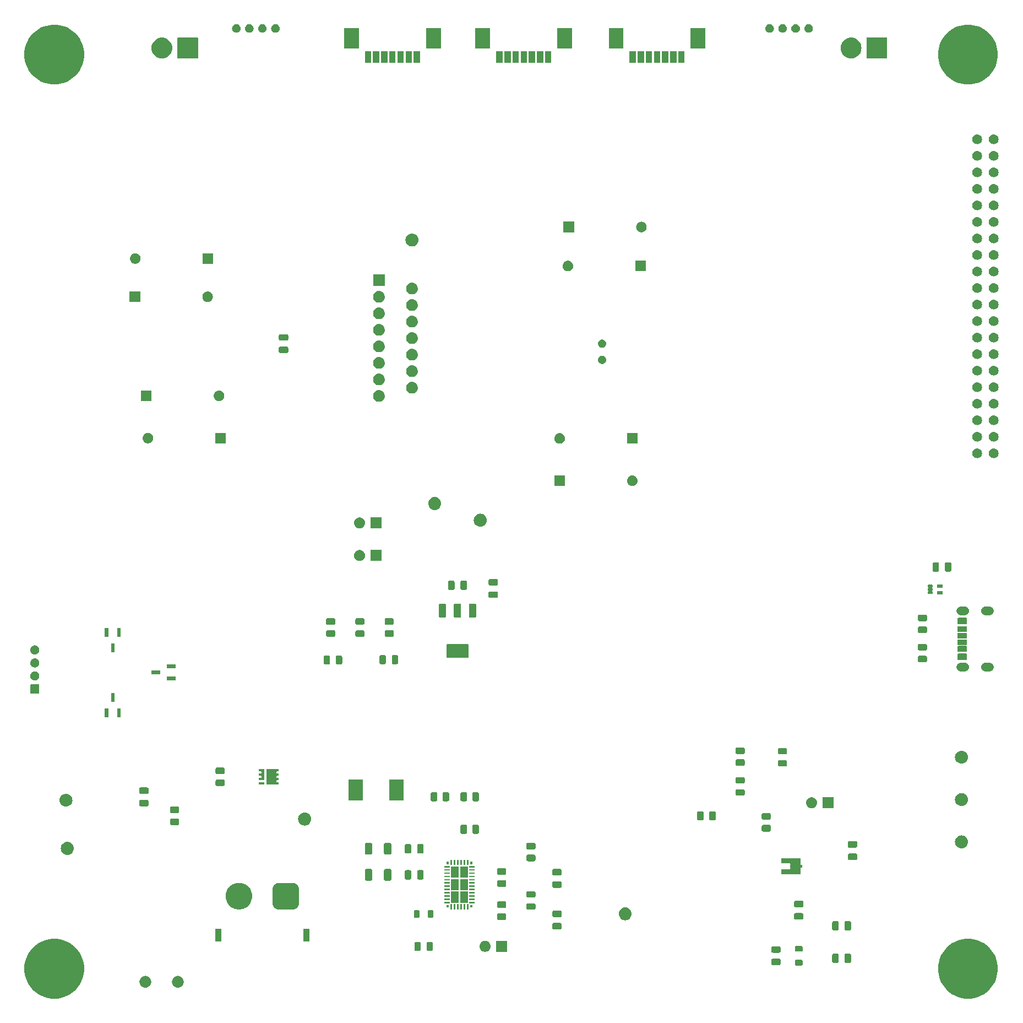
<source format=gts>
G04 #@! TF.GenerationSoftware,KiCad,Pcbnew,8.0.6*
G04 #@! TF.CreationDate,2025-01-26T17:26:36-05:00*
G04 #@! TF.ProjectId,Main_Board_Rev1,4d61696e-5f42-46f6-9172-645f52657631,rev?*
G04 #@! TF.SameCoordinates,Original*
G04 #@! TF.FileFunction,Soldermask,Top*
G04 #@! TF.FilePolarity,Negative*
%FSLAX46Y46*%
G04 Gerber Fmt 4.6, Leading zero omitted, Abs format (unit mm)*
G04 Created by KiCad (PCBNEW 8.0.6) date 2025-01-26 17:26:36*
%MOMM*%
%LPD*%
G01*
G04 APERTURE LIST*
G04 APERTURE END LIST*
G36*
X24424434Y-160919623D02*
G01*
X24845248Y-160978324D01*
X25258850Y-161075602D01*
X25661712Y-161210628D01*
X26050396Y-161382249D01*
X26421588Y-161589001D01*
X26772119Y-161829121D01*
X27099000Y-162100559D01*
X27399441Y-162401000D01*
X27670879Y-162727881D01*
X27910999Y-163078412D01*
X28117751Y-163449604D01*
X28289372Y-163838288D01*
X28424398Y-164241150D01*
X28521676Y-164654752D01*
X28580377Y-165075566D01*
X28600000Y-165500000D01*
X28580377Y-165924434D01*
X28521676Y-166345248D01*
X28424398Y-166758850D01*
X28289372Y-167161712D01*
X28117751Y-167550396D01*
X27910999Y-167921588D01*
X27670879Y-168272119D01*
X27399441Y-168599000D01*
X27099000Y-168899441D01*
X26772119Y-169170879D01*
X26421588Y-169410999D01*
X26050396Y-169617751D01*
X25661712Y-169789372D01*
X25258850Y-169924398D01*
X24845248Y-170021676D01*
X24424434Y-170080377D01*
X24000000Y-170100000D01*
X23575566Y-170080377D01*
X23154752Y-170021676D01*
X22741150Y-169924398D01*
X22338288Y-169789372D01*
X21949604Y-169617751D01*
X21578412Y-169410999D01*
X21227881Y-169170879D01*
X20901000Y-168899441D01*
X20600559Y-168599000D01*
X20329121Y-168272119D01*
X20089001Y-167921588D01*
X19882249Y-167550396D01*
X19710628Y-167161712D01*
X19575602Y-166758850D01*
X19478324Y-166345248D01*
X19419623Y-165924434D01*
X19400000Y-165500000D01*
X19419623Y-165075566D01*
X19478324Y-164654752D01*
X19575602Y-164241150D01*
X19710628Y-163838288D01*
X19882249Y-163449604D01*
X20089001Y-163078412D01*
X20329121Y-162727881D01*
X20600559Y-162401000D01*
X20901000Y-162100559D01*
X21227881Y-161829121D01*
X21578412Y-161589001D01*
X21949604Y-161382249D01*
X22338288Y-161210628D01*
X22741150Y-161075602D01*
X23154752Y-160978324D01*
X23575566Y-160919623D01*
X24000000Y-160900000D01*
X24424434Y-160919623D01*
G37*
G36*
X164924434Y-160919623D02*
G01*
X165345248Y-160978324D01*
X165758850Y-161075602D01*
X166161712Y-161210628D01*
X166550396Y-161382249D01*
X166921588Y-161589001D01*
X167272119Y-161829121D01*
X167599000Y-162100559D01*
X167899441Y-162401000D01*
X168170879Y-162727881D01*
X168410999Y-163078412D01*
X168617751Y-163449604D01*
X168789372Y-163838288D01*
X168924398Y-164241150D01*
X169021676Y-164654752D01*
X169080377Y-165075566D01*
X169100000Y-165500000D01*
X169080377Y-165924434D01*
X169021676Y-166345248D01*
X168924398Y-166758850D01*
X168789372Y-167161712D01*
X168617751Y-167550396D01*
X168410999Y-167921588D01*
X168170879Y-168272119D01*
X167899441Y-168599000D01*
X167599000Y-168899441D01*
X167272119Y-169170879D01*
X166921588Y-169410999D01*
X166550396Y-169617751D01*
X166161712Y-169789372D01*
X165758850Y-169924398D01*
X165345248Y-170021676D01*
X164924434Y-170080377D01*
X164500000Y-170100000D01*
X164075566Y-170080377D01*
X163654752Y-170021676D01*
X163241150Y-169924398D01*
X162838288Y-169789372D01*
X162449604Y-169617751D01*
X162078412Y-169410999D01*
X161727881Y-169170879D01*
X161401000Y-168899441D01*
X161100559Y-168599000D01*
X160829121Y-168272119D01*
X160589001Y-167921588D01*
X160382249Y-167550396D01*
X160210628Y-167161712D01*
X160075602Y-166758850D01*
X159978324Y-166345248D01*
X159919623Y-165924434D01*
X159900000Y-165500000D01*
X159919623Y-165075566D01*
X159978324Y-164654752D01*
X160075602Y-164241150D01*
X160210628Y-163838288D01*
X160382249Y-163449604D01*
X160589001Y-163078412D01*
X160829121Y-162727881D01*
X161100559Y-162401000D01*
X161401000Y-162100559D01*
X161727881Y-161829121D01*
X162078412Y-161589001D01*
X162449604Y-161382249D01*
X162838288Y-161210628D01*
X163241150Y-161075602D01*
X163654752Y-160978324D01*
X164075566Y-160919623D01*
X164500000Y-160900000D01*
X164924434Y-160919623D01*
G37*
G36*
X38047669Y-166603240D02*
G01*
X38094253Y-166603240D01*
X38134479Y-166611790D01*
X38175861Y-166615866D01*
X38227847Y-166631635D01*
X38278641Y-166642432D01*
X38311142Y-166656902D01*
X38344973Y-166667165D01*
X38398737Y-166695902D01*
X38450850Y-166719105D01*
X38475079Y-166736708D01*
X38500823Y-166750469D01*
X38553340Y-166793568D01*
X38603355Y-166829906D01*
X38619592Y-166847939D01*
X38637425Y-166862574D01*
X38685341Y-166920960D01*
X38729491Y-166969994D01*
X38738767Y-166986062D01*
X38749530Y-166999176D01*
X38789349Y-167073672D01*
X38823744Y-167133246D01*
X38827699Y-167145420D01*
X38832834Y-167155026D01*
X38861134Y-167248322D01*
X38881996Y-167312526D01*
X38882730Y-167319514D01*
X38884133Y-167324138D01*
X38897788Y-167462786D01*
X38901700Y-167500000D01*
X38897788Y-167537216D01*
X38884133Y-167675861D01*
X38882730Y-167680483D01*
X38881996Y-167687474D01*
X38861130Y-167751691D01*
X38832834Y-167844973D01*
X38827700Y-167854576D01*
X38823744Y-167866754D01*
X38789341Y-167926340D01*
X38749530Y-168000823D01*
X38738769Y-168013934D01*
X38729491Y-168030006D01*
X38685331Y-168079049D01*
X38637425Y-168137425D01*
X38619595Y-168152057D01*
X38603355Y-168170094D01*
X38553329Y-168206439D01*
X38500823Y-168249530D01*
X38475084Y-168263287D01*
X38450850Y-168280895D01*
X38398725Y-168304102D01*
X38344973Y-168332834D01*
X38311149Y-168343094D01*
X38278641Y-168357568D01*
X38227836Y-168368366D01*
X38175861Y-168384133D01*
X38134488Y-168388207D01*
X38094253Y-168396760D01*
X38047658Y-168396760D01*
X38000000Y-168401454D01*
X37952341Y-168396760D01*
X37905747Y-168396760D01*
X37865512Y-168388208D01*
X37824138Y-168384133D01*
X37772160Y-168368365D01*
X37721359Y-168357568D01*
X37688852Y-168343095D01*
X37655026Y-168332834D01*
X37601268Y-168304099D01*
X37549150Y-168280895D01*
X37524917Y-168263289D01*
X37499176Y-168249530D01*
X37446661Y-168206433D01*
X37396645Y-168170094D01*
X37380407Y-168152060D01*
X37362574Y-168137425D01*
X37314656Y-168079037D01*
X37270509Y-168030006D01*
X37261232Y-168013938D01*
X37250469Y-168000823D01*
X37210644Y-167926317D01*
X37176256Y-167866754D01*
X37172300Y-167854581D01*
X37167165Y-167844973D01*
X37138854Y-167751645D01*
X37118004Y-167687474D01*
X37117269Y-167680488D01*
X37115866Y-167675861D01*
X37102195Y-167537064D01*
X37098300Y-167500000D01*
X37102195Y-167462938D01*
X37115866Y-167324138D01*
X37117270Y-167319509D01*
X37118004Y-167312526D01*
X37138850Y-167248368D01*
X37167165Y-167155026D01*
X37172301Y-167145415D01*
X37176256Y-167133246D01*
X37210637Y-167073695D01*
X37250469Y-166999176D01*
X37261234Y-166986058D01*
X37270509Y-166969994D01*
X37314647Y-166920973D01*
X37362574Y-166862574D01*
X37380410Y-166847935D01*
X37396645Y-166829906D01*
X37446650Y-166793574D01*
X37499176Y-166750469D01*
X37524923Y-166736706D01*
X37549150Y-166719105D01*
X37601256Y-166695905D01*
X37655026Y-166667165D01*
X37688859Y-166656901D01*
X37721359Y-166642432D01*
X37772149Y-166631636D01*
X37824138Y-166615866D01*
X37865521Y-166611790D01*
X37905747Y-166603240D01*
X37952331Y-166603240D01*
X38000000Y-166598545D01*
X38047669Y-166603240D01*
G37*
G36*
X43047669Y-166603240D02*
G01*
X43094253Y-166603240D01*
X43134479Y-166611790D01*
X43175861Y-166615866D01*
X43227847Y-166631635D01*
X43278641Y-166642432D01*
X43311142Y-166656902D01*
X43344973Y-166667165D01*
X43398737Y-166695902D01*
X43450850Y-166719105D01*
X43475079Y-166736708D01*
X43500823Y-166750469D01*
X43553340Y-166793568D01*
X43603355Y-166829906D01*
X43619592Y-166847939D01*
X43637425Y-166862574D01*
X43685341Y-166920960D01*
X43729491Y-166969994D01*
X43738767Y-166986062D01*
X43749530Y-166999176D01*
X43789349Y-167073672D01*
X43823744Y-167133246D01*
X43827699Y-167145420D01*
X43832834Y-167155026D01*
X43861134Y-167248322D01*
X43881996Y-167312526D01*
X43882730Y-167319514D01*
X43884133Y-167324138D01*
X43897788Y-167462786D01*
X43901700Y-167500000D01*
X43897788Y-167537216D01*
X43884133Y-167675861D01*
X43882730Y-167680483D01*
X43881996Y-167687474D01*
X43861130Y-167751691D01*
X43832834Y-167844973D01*
X43827700Y-167854576D01*
X43823744Y-167866754D01*
X43789341Y-167926340D01*
X43749530Y-168000823D01*
X43738769Y-168013934D01*
X43729491Y-168030006D01*
X43685331Y-168079049D01*
X43637425Y-168137425D01*
X43619595Y-168152057D01*
X43603355Y-168170094D01*
X43553329Y-168206439D01*
X43500823Y-168249530D01*
X43475084Y-168263287D01*
X43450850Y-168280895D01*
X43398725Y-168304102D01*
X43344973Y-168332834D01*
X43311149Y-168343094D01*
X43278641Y-168357568D01*
X43227836Y-168368366D01*
X43175861Y-168384133D01*
X43134488Y-168388207D01*
X43094253Y-168396760D01*
X43047658Y-168396760D01*
X43000000Y-168401454D01*
X42952341Y-168396760D01*
X42905747Y-168396760D01*
X42865512Y-168388208D01*
X42824138Y-168384133D01*
X42772160Y-168368365D01*
X42721359Y-168357568D01*
X42688852Y-168343095D01*
X42655026Y-168332834D01*
X42601268Y-168304099D01*
X42549150Y-168280895D01*
X42524917Y-168263289D01*
X42499176Y-168249530D01*
X42446661Y-168206433D01*
X42396645Y-168170094D01*
X42380407Y-168152060D01*
X42362574Y-168137425D01*
X42314656Y-168079037D01*
X42270509Y-168030006D01*
X42261232Y-168013938D01*
X42250469Y-168000823D01*
X42210644Y-167926317D01*
X42176256Y-167866754D01*
X42172300Y-167854581D01*
X42167165Y-167844973D01*
X42138854Y-167751645D01*
X42118004Y-167687474D01*
X42117269Y-167680488D01*
X42115866Y-167675861D01*
X42102195Y-167537064D01*
X42098300Y-167500000D01*
X42102195Y-167462938D01*
X42115866Y-167324138D01*
X42117270Y-167319509D01*
X42118004Y-167312526D01*
X42138850Y-167248368D01*
X42167165Y-167155026D01*
X42172301Y-167145415D01*
X42176256Y-167133246D01*
X42210637Y-167073695D01*
X42250469Y-166999176D01*
X42261234Y-166986058D01*
X42270509Y-166969994D01*
X42314647Y-166920973D01*
X42362574Y-166862574D01*
X42380410Y-166847935D01*
X42396645Y-166829906D01*
X42446650Y-166793574D01*
X42499176Y-166750469D01*
X42524923Y-166736706D01*
X42549150Y-166719105D01*
X42601256Y-166695905D01*
X42655026Y-166667165D01*
X42688859Y-166656901D01*
X42721359Y-166642432D01*
X42772149Y-166631636D01*
X42824138Y-166615866D01*
X42865521Y-166611790D01*
X42905747Y-166603240D01*
X42952331Y-166603240D01*
X43000000Y-166598545D01*
X43047669Y-166603240D01*
G37*
G36*
X138939962Y-164141651D02*
G01*
X139010930Y-164189070D01*
X139058349Y-164260038D01*
X139075000Y-164343750D01*
X139075000Y-164781250D01*
X139058349Y-164864962D01*
X139010930Y-164935930D01*
X138939962Y-164983349D01*
X138856250Y-165000000D01*
X138093750Y-165000000D01*
X138010038Y-164983349D01*
X137939070Y-164935930D01*
X137891651Y-164864962D01*
X137875000Y-164781250D01*
X137875000Y-164343750D01*
X137891651Y-164260038D01*
X137939070Y-164189070D01*
X138010038Y-164141651D01*
X138093750Y-164125000D01*
X138856250Y-164125000D01*
X138939962Y-164141651D01*
G37*
G36*
X135454116Y-163950818D02*
G01*
X135505379Y-163956766D01*
X135522892Y-163964499D01*
X135545671Y-163969030D01*
X135570057Y-163985324D01*
X135590788Y-163994478D01*
X135604946Y-164008636D01*
X135626777Y-164023223D01*
X135641363Y-164045053D01*
X135655521Y-164059211D01*
X135664673Y-164079939D01*
X135680970Y-164104329D01*
X135685501Y-164127109D01*
X135693233Y-164144620D01*
X135699178Y-164195872D01*
X135700000Y-164200000D01*
X135700000Y-164700000D01*
X135699178Y-164704128D01*
X135693233Y-164755379D01*
X135685501Y-164772888D01*
X135680970Y-164795671D01*
X135664672Y-164820062D01*
X135655521Y-164840788D01*
X135641365Y-164854943D01*
X135626777Y-164876777D01*
X135604943Y-164891365D01*
X135590788Y-164905521D01*
X135570062Y-164914672D01*
X135545671Y-164930970D01*
X135522888Y-164935501D01*
X135505379Y-164943233D01*
X135454129Y-164949178D01*
X135450000Y-164950000D01*
X134500000Y-164950000D01*
X134495873Y-164949179D01*
X134444620Y-164943233D01*
X134427109Y-164935501D01*
X134404329Y-164930970D01*
X134379939Y-164914673D01*
X134359211Y-164905521D01*
X134345053Y-164891363D01*
X134323223Y-164876777D01*
X134308636Y-164854946D01*
X134294478Y-164840788D01*
X134285324Y-164820057D01*
X134269030Y-164795671D01*
X134264499Y-164772892D01*
X134256766Y-164755379D01*
X134250818Y-164704117D01*
X134250000Y-164700000D01*
X134250000Y-164200000D01*
X134250818Y-164195885D01*
X134256766Y-164144620D01*
X134264499Y-164127105D01*
X134269030Y-164104329D01*
X134285323Y-164079944D01*
X134294478Y-164059211D01*
X134308638Y-164045050D01*
X134323223Y-164023223D01*
X134345050Y-164008638D01*
X134359211Y-163994478D01*
X134379944Y-163985323D01*
X134404329Y-163969030D01*
X134427105Y-163964499D01*
X134444620Y-163956766D01*
X134495884Y-163950818D01*
X134500000Y-163950000D01*
X135450000Y-163950000D01*
X135454116Y-163950818D01*
G37*
G36*
X144379116Y-163175818D02*
G01*
X144430379Y-163181766D01*
X144447892Y-163189499D01*
X144470671Y-163194030D01*
X144495057Y-163210324D01*
X144515788Y-163219478D01*
X144529946Y-163233636D01*
X144551777Y-163248223D01*
X144566363Y-163270053D01*
X144580521Y-163284211D01*
X144589673Y-163304939D01*
X144605970Y-163329329D01*
X144610501Y-163352109D01*
X144618233Y-163369620D01*
X144624178Y-163420872D01*
X144625000Y-163425000D01*
X144625000Y-164375000D01*
X144624178Y-164379128D01*
X144618233Y-164430379D01*
X144610501Y-164447888D01*
X144605970Y-164470671D01*
X144589672Y-164495062D01*
X144580521Y-164515788D01*
X144566365Y-164529943D01*
X144551777Y-164551777D01*
X144529943Y-164566365D01*
X144515788Y-164580521D01*
X144495062Y-164589672D01*
X144470671Y-164605970D01*
X144447888Y-164610501D01*
X144430379Y-164618233D01*
X144379129Y-164624178D01*
X144375000Y-164625000D01*
X143875000Y-164625000D01*
X143870873Y-164624179D01*
X143819620Y-164618233D01*
X143802109Y-164610501D01*
X143779329Y-164605970D01*
X143754939Y-164589673D01*
X143734211Y-164580521D01*
X143720053Y-164566363D01*
X143698223Y-164551777D01*
X143683636Y-164529946D01*
X143669478Y-164515788D01*
X143660324Y-164495057D01*
X143644030Y-164470671D01*
X143639499Y-164447892D01*
X143631766Y-164430379D01*
X143625818Y-164379117D01*
X143625000Y-164375000D01*
X143625000Y-163425000D01*
X143625818Y-163420885D01*
X143631766Y-163369620D01*
X143639499Y-163352105D01*
X143644030Y-163329329D01*
X143660323Y-163304944D01*
X143669478Y-163284211D01*
X143683638Y-163270050D01*
X143698223Y-163248223D01*
X143720050Y-163233638D01*
X143734211Y-163219478D01*
X143754944Y-163210323D01*
X143779329Y-163194030D01*
X143802105Y-163189499D01*
X143819620Y-163181766D01*
X143870884Y-163175818D01*
X143875000Y-163175000D01*
X144375000Y-163175000D01*
X144379116Y-163175818D01*
G37*
G36*
X146279116Y-163175818D02*
G01*
X146330379Y-163181766D01*
X146347892Y-163189499D01*
X146370671Y-163194030D01*
X146395057Y-163210324D01*
X146415788Y-163219478D01*
X146429946Y-163233636D01*
X146451777Y-163248223D01*
X146466363Y-163270053D01*
X146480521Y-163284211D01*
X146489673Y-163304939D01*
X146505970Y-163329329D01*
X146510501Y-163352109D01*
X146518233Y-163369620D01*
X146524178Y-163420872D01*
X146525000Y-163425000D01*
X146525000Y-164375000D01*
X146524178Y-164379128D01*
X146518233Y-164430379D01*
X146510501Y-164447888D01*
X146505970Y-164470671D01*
X146489672Y-164495062D01*
X146480521Y-164515788D01*
X146466365Y-164529943D01*
X146451777Y-164551777D01*
X146429943Y-164566365D01*
X146415788Y-164580521D01*
X146395062Y-164589672D01*
X146370671Y-164605970D01*
X146347888Y-164610501D01*
X146330379Y-164618233D01*
X146279129Y-164624178D01*
X146275000Y-164625000D01*
X145775000Y-164625000D01*
X145770873Y-164624179D01*
X145719620Y-164618233D01*
X145702109Y-164610501D01*
X145679329Y-164605970D01*
X145654939Y-164589673D01*
X145634211Y-164580521D01*
X145620053Y-164566363D01*
X145598223Y-164551777D01*
X145583636Y-164529946D01*
X145569478Y-164515788D01*
X145560324Y-164495057D01*
X145544030Y-164470671D01*
X145539499Y-164447892D01*
X145531766Y-164430379D01*
X145525818Y-164379117D01*
X145525000Y-164375000D01*
X145525000Y-163425000D01*
X145525818Y-163420885D01*
X145531766Y-163369620D01*
X145539499Y-163352105D01*
X145544030Y-163329329D01*
X145560323Y-163304944D01*
X145569478Y-163284211D01*
X145583638Y-163270050D01*
X145598223Y-163248223D01*
X145620050Y-163233638D01*
X145634211Y-163219478D01*
X145654944Y-163210323D01*
X145679329Y-163194030D01*
X145702105Y-163189499D01*
X145719620Y-163181766D01*
X145770884Y-163175818D01*
X145775000Y-163175000D01*
X146275000Y-163175000D01*
X146279116Y-163175818D01*
G37*
G36*
X135454116Y-162050818D02*
G01*
X135505379Y-162056766D01*
X135522892Y-162064499D01*
X135545671Y-162069030D01*
X135570057Y-162085324D01*
X135590788Y-162094478D01*
X135604946Y-162108636D01*
X135626777Y-162123223D01*
X135641363Y-162145053D01*
X135655521Y-162159211D01*
X135664673Y-162179939D01*
X135680970Y-162204329D01*
X135685501Y-162227109D01*
X135693233Y-162244620D01*
X135699178Y-162295872D01*
X135700000Y-162300000D01*
X135700000Y-162800000D01*
X135699178Y-162804128D01*
X135693233Y-162855379D01*
X135685501Y-162872888D01*
X135680970Y-162895671D01*
X135664672Y-162920062D01*
X135655521Y-162940788D01*
X135641365Y-162954943D01*
X135626777Y-162976777D01*
X135604943Y-162991365D01*
X135590788Y-163005521D01*
X135570062Y-163014672D01*
X135545671Y-163030970D01*
X135522888Y-163035501D01*
X135505379Y-163043233D01*
X135454129Y-163049178D01*
X135450000Y-163050000D01*
X134500000Y-163050000D01*
X134495873Y-163049179D01*
X134444620Y-163043233D01*
X134427109Y-163035501D01*
X134404329Y-163030970D01*
X134379939Y-163014673D01*
X134359211Y-163005521D01*
X134345053Y-162991363D01*
X134323223Y-162976777D01*
X134308636Y-162954946D01*
X134294478Y-162940788D01*
X134285324Y-162920057D01*
X134269030Y-162895671D01*
X134264499Y-162872892D01*
X134256766Y-162855379D01*
X134250818Y-162804117D01*
X134250000Y-162800000D01*
X134250000Y-162300000D01*
X134250818Y-162295885D01*
X134256766Y-162244620D01*
X134264499Y-162227105D01*
X134269030Y-162204329D01*
X134285323Y-162179944D01*
X134294478Y-162159211D01*
X134308638Y-162145050D01*
X134323223Y-162123223D01*
X134345050Y-162108638D01*
X134359211Y-162094478D01*
X134379944Y-162085323D01*
X134404329Y-162069030D01*
X134427105Y-162064499D01*
X134444620Y-162056766D01*
X134495884Y-162050818D01*
X134500000Y-162050000D01*
X135450000Y-162050000D01*
X135454116Y-162050818D01*
G37*
G36*
X93649976Y-162920108D02*
G01*
X91949976Y-162920108D01*
X91949976Y-161220108D01*
X93649976Y-161220108D01*
X93649976Y-162920108D01*
G37*
G36*
X90522640Y-161261710D02*
G01*
X90684976Y-161333986D01*
X90828737Y-161438435D01*
X90947640Y-161570491D01*
X91036490Y-161724382D01*
X91091401Y-161893383D01*
X91109976Y-162070108D01*
X91091401Y-162246833D01*
X91036490Y-162415834D01*
X90947640Y-162569725D01*
X90828737Y-162701781D01*
X90684976Y-162806230D01*
X90522640Y-162878506D01*
X90348825Y-162915452D01*
X90171127Y-162915452D01*
X89997312Y-162878506D01*
X89834976Y-162806230D01*
X89691215Y-162701781D01*
X89572312Y-162569725D01*
X89483462Y-162415834D01*
X89428551Y-162246833D01*
X89409976Y-162070108D01*
X89428551Y-161893383D01*
X89483462Y-161724382D01*
X89572312Y-161570491D01*
X89691215Y-161438435D01*
X89834976Y-161333986D01*
X89997312Y-161261710D01*
X90171127Y-161224764D01*
X90348825Y-161224764D01*
X90522640Y-161261710D01*
G37*
G36*
X138939962Y-162016651D02*
G01*
X139010930Y-162064070D01*
X139058349Y-162135038D01*
X139075000Y-162218750D01*
X139075000Y-162656250D01*
X139058349Y-162739962D01*
X139010930Y-162810930D01*
X138939962Y-162858349D01*
X138856250Y-162875000D01*
X138093750Y-162875000D01*
X138010038Y-162858349D01*
X137939070Y-162810930D01*
X137891651Y-162739962D01*
X137875000Y-162656250D01*
X137875000Y-162218750D01*
X137891651Y-162135038D01*
X137939070Y-162064070D01*
X138010038Y-162016651D01*
X138093750Y-162000000D01*
X138856250Y-162000000D01*
X138939962Y-162016651D01*
G37*
G36*
X80110342Y-161370926D02*
G01*
X80160174Y-161376708D01*
X80177198Y-161384225D01*
X80199505Y-161388662D01*
X80223384Y-161404618D01*
X80243482Y-161413492D01*
X80257209Y-161427219D01*
X80278583Y-161441501D01*
X80292864Y-161462874D01*
X80306591Y-161476601D01*
X80315464Y-161496696D01*
X80331422Y-161520579D01*
X80335859Y-161542887D01*
X80343375Y-161559909D01*
X80349154Y-161609729D01*
X80349976Y-161613858D01*
X80349976Y-162526358D01*
X80349154Y-162530486D01*
X80343375Y-162580306D01*
X80335859Y-162597326D01*
X80331422Y-162619637D01*
X80315462Y-162643521D01*
X80306591Y-162663614D01*
X80292866Y-162677338D01*
X80278583Y-162698715D01*
X80257206Y-162712998D01*
X80243482Y-162726723D01*
X80223389Y-162735594D01*
X80199505Y-162751554D01*
X80177194Y-162755991D01*
X80160174Y-162763507D01*
X80110355Y-162769286D01*
X80106226Y-162770108D01*
X79618726Y-162770108D01*
X79614599Y-162769287D01*
X79564777Y-162763507D01*
X79547755Y-162755991D01*
X79525447Y-162751554D01*
X79501564Y-162735596D01*
X79481469Y-162726723D01*
X79467742Y-162712996D01*
X79446369Y-162698715D01*
X79432087Y-162677341D01*
X79418360Y-162663614D01*
X79409486Y-162643516D01*
X79393530Y-162619637D01*
X79389093Y-162597330D01*
X79381576Y-162580306D01*
X79375794Y-162530475D01*
X79374976Y-162526358D01*
X79374976Y-161613858D01*
X79375794Y-161609743D01*
X79381576Y-161559909D01*
X79389093Y-161542883D01*
X79393530Y-161520579D01*
X79409484Y-161496701D01*
X79418360Y-161476601D01*
X79432089Y-161462871D01*
X79446369Y-161441501D01*
X79467739Y-161427221D01*
X79481469Y-161413492D01*
X79501569Y-161404616D01*
X79525447Y-161388662D01*
X79547751Y-161384225D01*
X79564777Y-161376708D01*
X79614610Y-161370926D01*
X79618726Y-161370108D01*
X80106226Y-161370108D01*
X80110342Y-161370926D01*
G37*
G36*
X81985342Y-161370926D02*
G01*
X82035174Y-161376708D01*
X82052198Y-161384225D01*
X82074505Y-161388662D01*
X82098384Y-161404618D01*
X82118482Y-161413492D01*
X82132209Y-161427219D01*
X82153583Y-161441501D01*
X82167864Y-161462874D01*
X82181591Y-161476601D01*
X82190464Y-161496696D01*
X82206422Y-161520579D01*
X82210859Y-161542887D01*
X82218375Y-161559909D01*
X82224154Y-161609729D01*
X82224976Y-161613858D01*
X82224976Y-162526358D01*
X82224154Y-162530486D01*
X82218375Y-162580306D01*
X82210859Y-162597326D01*
X82206422Y-162619637D01*
X82190462Y-162643521D01*
X82181591Y-162663614D01*
X82167866Y-162677338D01*
X82153583Y-162698715D01*
X82132206Y-162712998D01*
X82118482Y-162726723D01*
X82098389Y-162735594D01*
X82074505Y-162751554D01*
X82052194Y-162755991D01*
X82035174Y-162763507D01*
X81985355Y-162769286D01*
X81981226Y-162770108D01*
X81493726Y-162770108D01*
X81489599Y-162769287D01*
X81439777Y-162763507D01*
X81422755Y-162755991D01*
X81400447Y-162751554D01*
X81376564Y-162735596D01*
X81356469Y-162726723D01*
X81342742Y-162712996D01*
X81321369Y-162698715D01*
X81307087Y-162677341D01*
X81293360Y-162663614D01*
X81284486Y-162643516D01*
X81268530Y-162619637D01*
X81264093Y-162597330D01*
X81256576Y-162580306D01*
X81250794Y-162530475D01*
X81249976Y-162526358D01*
X81249976Y-161613858D01*
X81250794Y-161609743D01*
X81256576Y-161559909D01*
X81264093Y-161542883D01*
X81268530Y-161520579D01*
X81284484Y-161496701D01*
X81293360Y-161476601D01*
X81307089Y-161462871D01*
X81321369Y-161441501D01*
X81342739Y-161427221D01*
X81356469Y-161413492D01*
X81376569Y-161404616D01*
X81400447Y-161388662D01*
X81422751Y-161384225D01*
X81439777Y-161376708D01*
X81489610Y-161370926D01*
X81493726Y-161370108D01*
X81981226Y-161370108D01*
X81985342Y-161370926D01*
G37*
G36*
X49700000Y-161350000D02*
G01*
X48800000Y-161350000D01*
X48800000Y-159350000D01*
X49700000Y-159350000D01*
X49700000Y-161350000D01*
G37*
G36*
X63200000Y-161350000D02*
G01*
X62300000Y-161350000D01*
X62300000Y-159350000D01*
X63200000Y-159350000D01*
X63200000Y-161350000D01*
G37*
G36*
X144379116Y-158175818D02*
G01*
X144430379Y-158181766D01*
X144447892Y-158189499D01*
X144470671Y-158194030D01*
X144495057Y-158210324D01*
X144515788Y-158219478D01*
X144529946Y-158233636D01*
X144551777Y-158248223D01*
X144566363Y-158270053D01*
X144580521Y-158284211D01*
X144589673Y-158304939D01*
X144605970Y-158329329D01*
X144610501Y-158352109D01*
X144618233Y-158369620D01*
X144624178Y-158420872D01*
X144625000Y-158425000D01*
X144625000Y-159375000D01*
X144624178Y-159379128D01*
X144618233Y-159430379D01*
X144610501Y-159447888D01*
X144605970Y-159470671D01*
X144589672Y-159495062D01*
X144580521Y-159515788D01*
X144566365Y-159529943D01*
X144551777Y-159551777D01*
X144529943Y-159566365D01*
X144515788Y-159580521D01*
X144495062Y-159589672D01*
X144470671Y-159605970D01*
X144447888Y-159610501D01*
X144430379Y-159618233D01*
X144379129Y-159624178D01*
X144375000Y-159625000D01*
X143875000Y-159625000D01*
X143870873Y-159624179D01*
X143819620Y-159618233D01*
X143802109Y-159610501D01*
X143779329Y-159605970D01*
X143754939Y-159589673D01*
X143734211Y-159580521D01*
X143720053Y-159566363D01*
X143698223Y-159551777D01*
X143683636Y-159529946D01*
X143669478Y-159515788D01*
X143660324Y-159495057D01*
X143644030Y-159470671D01*
X143639499Y-159447892D01*
X143631766Y-159430379D01*
X143625818Y-159379117D01*
X143625000Y-159375000D01*
X143625000Y-158425000D01*
X143625818Y-158420885D01*
X143631766Y-158369620D01*
X143639499Y-158352105D01*
X143644030Y-158329329D01*
X143660323Y-158304944D01*
X143669478Y-158284211D01*
X143683638Y-158270050D01*
X143698223Y-158248223D01*
X143720050Y-158233638D01*
X143734211Y-158219478D01*
X143754944Y-158210323D01*
X143779329Y-158194030D01*
X143802105Y-158189499D01*
X143819620Y-158181766D01*
X143870884Y-158175818D01*
X143875000Y-158175000D01*
X144375000Y-158175000D01*
X144379116Y-158175818D01*
G37*
G36*
X146279116Y-158175818D02*
G01*
X146330379Y-158181766D01*
X146347892Y-158189499D01*
X146370671Y-158194030D01*
X146395057Y-158210324D01*
X146415788Y-158219478D01*
X146429946Y-158233636D01*
X146451777Y-158248223D01*
X146466363Y-158270053D01*
X146480521Y-158284211D01*
X146489673Y-158304939D01*
X146505970Y-158329329D01*
X146510501Y-158352109D01*
X146518233Y-158369620D01*
X146524178Y-158420872D01*
X146525000Y-158425000D01*
X146525000Y-159375000D01*
X146524178Y-159379128D01*
X146518233Y-159430379D01*
X146510501Y-159447888D01*
X146505970Y-159470671D01*
X146489672Y-159495062D01*
X146480521Y-159515788D01*
X146466365Y-159529943D01*
X146451777Y-159551777D01*
X146429943Y-159566365D01*
X146415788Y-159580521D01*
X146395062Y-159589672D01*
X146370671Y-159605970D01*
X146347888Y-159610501D01*
X146330379Y-159618233D01*
X146279129Y-159624178D01*
X146275000Y-159625000D01*
X145775000Y-159625000D01*
X145770873Y-159624179D01*
X145719620Y-159618233D01*
X145702109Y-159610501D01*
X145679329Y-159605970D01*
X145654939Y-159589673D01*
X145634211Y-159580521D01*
X145620053Y-159566363D01*
X145598223Y-159551777D01*
X145583636Y-159529946D01*
X145569478Y-159515788D01*
X145560324Y-159495057D01*
X145544030Y-159470671D01*
X145539499Y-159447892D01*
X145531766Y-159430379D01*
X145525818Y-159379117D01*
X145525000Y-159375000D01*
X145525000Y-158425000D01*
X145525818Y-158420885D01*
X145531766Y-158369620D01*
X145539499Y-158352105D01*
X145544030Y-158329329D01*
X145560323Y-158304944D01*
X145569478Y-158284211D01*
X145583638Y-158270050D01*
X145598223Y-158248223D01*
X145620050Y-158233638D01*
X145634211Y-158219478D01*
X145654944Y-158210323D01*
X145679329Y-158194030D01*
X145702105Y-158189499D01*
X145719620Y-158181766D01*
X145770884Y-158175818D01*
X145775000Y-158175000D01*
X146275000Y-158175000D01*
X146279116Y-158175818D01*
G37*
G36*
X101779092Y-158470926D02*
G01*
X101830355Y-158476874D01*
X101847868Y-158484607D01*
X101870647Y-158489138D01*
X101895033Y-158505432D01*
X101915764Y-158514586D01*
X101929922Y-158528744D01*
X101951753Y-158543331D01*
X101966339Y-158565161D01*
X101980497Y-158579319D01*
X101989649Y-158600047D01*
X102005946Y-158624437D01*
X102010477Y-158647217D01*
X102018209Y-158664728D01*
X102024154Y-158715980D01*
X102024976Y-158720108D01*
X102024976Y-159220108D01*
X102024154Y-159224236D01*
X102018209Y-159275487D01*
X102010477Y-159292996D01*
X102005946Y-159315779D01*
X101989648Y-159340170D01*
X101980497Y-159360896D01*
X101966341Y-159375051D01*
X101951753Y-159396885D01*
X101929919Y-159411473D01*
X101915764Y-159425629D01*
X101895038Y-159434780D01*
X101870647Y-159451078D01*
X101847864Y-159455609D01*
X101830355Y-159463341D01*
X101779105Y-159469286D01*
X101774976Y-159470108D01*
X100824976Y-159470108D01*
X100820849Y-159469287D01*
X100769596Y-159463341D01*
X100752085Y-159455609D01*
X100729305Y-159451078D01*
X100704915Y-159434781D01*
X100684187Y-159425629D01*
X100670029Y-159411471D01*
X100648199Y-159396885D01*
X100633612Y-159375054D01*
X100619454Y-159360896D01*
X100610300Y-159340165D01*
X100594006Y-159315779D01*
X100589475Y-159293000D01*
X100581742Y-159275487D01*
X100575794Y-159224225D01*
X100574976Y-159220108D01*
X100574976Y-158720108D01*
X100575794Y-158715993D01*
X100581742Y-158664728D01*
X100589475Y-158647213D01*
X100594006Y-158624437D01*
X100610299Y-158600052D01*
X100619454Y-158579319D01*
X100633614Y-158565158D01*
X100648199Y-158543331D01*
X100670026Y-158528746D01*
X100684187Y-158514586D01*
X100704920Y-158505431D01*
X100729305Y-158489138D01*
X100752081Y-158484607D01*
X100769596Y-158476874D01*
X100820860Y-158470926D01*
X100824976Y-158470108D01*
X101774976Y-158470108D01*
X101779092Y-158470926D01*
G37*
G36*
X111995066Y-156089323D02*
G01*
X112182659Y-156146228D01*
X112355546Y-156238638D01*
X112507083Y-156363001D01*
X112631446Y-156514538D01*
X112723856Y-156687425D01*
X112780761Y-156875018D01*
X112799976Y-157070108D01*
X112780761Y-157265198D01*
X112723856Y-157452791D01*
X112631446Y-157625678D01*
X112507083Y-157777215D01*
X112355546Y-157901578D01*
X112182659Y-157993988D01*
X111995066Y-158050893D01*
X111799976Y-158070108D01*
X111604886Y-158050893D01*
X111417293Y-157993988D01*
X111244406Y-157901578D01*
X111092869Y-157777215D01*
X110968506Y-157625678D01*
X110876096Y-157452791D01*
X110819191Y-157265198D01*
X110799976Y-157070108D01*
X110819191Y-156875018D01*
X110876096Y-156687425D01*
X110968506Y-156514538D01*
X111092869Y-156363001D01*
X111244406Y-156238638D01*
X111417293Y-156146228D01*
X111604886Y-156089323D01*
X111799976Y-156070108D01*
X111995066Y-156089323D01*
G37*
G36*
X93254092Y-156970926D02*
G01*
X93305355Y-156976874D01*
X93322868Y-156984607D01*
X93345647Y-156989138D01*
X93370033Y-157005432D01*
X93390764Y-157014586D01*
X93404922Y-157028744D01*
X93426753Y-157043331D01*
X93441339Y-157065161D01*
X93455497Y-157079319D01*
X93464649Y-157100047D01*
X93480946Y-157124437D01*
X93485477Y-157147217D01*
X93493209Y-157164728D01*
X93499154Y-157215980D01*
X93499976Y-157220108D01*
X93499976Y-157745108D01*
X93499154Y-157749236D01*
X93493209Y-157800487D01*
X93485477Y-157817996D01*
X93480946Y-157840779D01*
X93464648Y-157865170D01*
X93455497Y-157885896D01*
X93441341Y-157900051D01*
X93426753Y-157921885D01*
X93404919Y-157936473D01*
X93390764Y-157950629D01*
X93370038Y-157959780D01*
X93345647Y-157976078D01*
X93322864Y-157980609D01*
X93305355Y-157988341D01*
X93254105Y-157994286D01*
X93249976Y-157995108D01*
X92349976Y-157995108D01*
X92345849Y-157994287D01*
X92294596Y-157988341D01*
X92277085Y-157980609D01*
X92254305Y-157976078D01*
X92229915Y-157959781D01*
X92209187Y-157950629D01*
X92195029Y-157936471D01*
X92173199Y-157921885D01*
X92158612Y-157900054D01*
X92144454Y-157885896D01*
X92135300Y-157865165D01*
X92119006Y-157840779D01*
X92114475Y-157818000D01*
X92106742Y-157800487D01*
X92100794Y-157749225D01*
X92099976Y-157745108D01*
X92099976Y-157220108D01*
X92100794Y-157215993D01*
X92106742Y-157164728D01*
X92114475Y-157147213D01*
X92119006Y-157124437D01*
X92135299Y-157100052D01*
X92144454Y-157079319D01*
X92158614Y-157065158D01*
X92173199Y-157043331D01*
X92195026Y-157028746D01*
X92209187Y-157014586D01*
X92229920Y-157005431D01*
X92254305Y-156989138D01*
X92277081Y-156984607D01*
X92294596Y-156976874D01*
X92345860Y-156970926D01*
X92349976Y-156970108D01*
X93249976Y-156970108D01*
X93254092Y-156970926D01*
G37*
G36*
X138954116Y-156950818D02*
G01*
X139005379Y-156956766D01*
X139022892Y-156964499D01*
X139045671Y-156969030D01*
X139070057Y-156985324D01*
X139090788Y-156994478D01*
X139104946Y-157008636D01*
X139126777Y-157023223D01*
X139141363Y-157045053D01*
X139155521Y-157059211D01*
X139164673Y-157079939D01*
X139180970Y-157104329D01*
X139185501Y-157127109D01*
X139193233Y-157144620D01*
X139199178Y-157195872D01*
X139200000Y-157200000D01*
X139200000Y-157700000D01*
X139199178Y-157704128D01*
X139193233Y-157755379D01*
X139185501Y-157772888D01*
X139180970Y-157795671D01*
X139164672Y-157820062D01*
X139155521Y-157840788D01*
X139141365Y-157854943D01*
X139126777Y-157876777D01*
X139104943Y-157891365D01*
X139090788Y-157905521D01*
X139070062Y-157914672D01*
X139045671Y-157930970D01*
X139022888Y-157935501D01*
X139005379Y-157943233D01*
X138954129Y-157949178D01*
X138950000Y-157950000D01*
X138000000Y-157950000D01*
X137995873Y-157949179D01*
X137944620Y-157943233D01*
X137927109Y-157935501D01*
X137904329Y-157930970D01*
X137879939Y-157914673D01*
X137859211Y-157905521D01*
X137845053Y-157891363D01*
X137823223Y-157876777D01*
X137808636Y-157854946D01*
X137794478Y-157840788D01*
X137785324Y-157820057D01*
X137769030Y-157795671D01*
X137764499Y-157772892D01*
X137756766Y-157755379D01*
X137750818Y-157704117D01*
X137750000Y-157700000D01*
X137750000Y-157200000D01*
X137750818Y-157195885D01*
X137756766Y-157144620D01*
X137764499Y-157127105D01*
X137769030Y-157104329D01*
X137785323Y-157079944D01*
X137794478Y-157059211D01*
X137808638Y-157045050D01*
X137823223Y-157023223D01*
X137845050Y-157008638D01*
X137859211Y-156994478D01*
X137879944Y-156985323D01*
X137904329Y-156969030D01*
X137927105Y-156964499D01*
X137944620Y-156956766D01*
X137995884Y-156950818D01*
X138000000Y-156950000D01*
X138950000Y-156950000D01*
X138954116Y-156950818D01*
G37*
G36*
X80039938Y-156486759D02*
G01*
X80110906Y-156534178D01*
X80158325Y-156605146D01*
X80174976Y-156688858D01*
X80174976Y-157451358D01*
X80158325Y-157535070D01*
X80110906Y-157606038D01*
X80039938Y-157653457D01*
X79956226Y-157670108D01*
X79518726Y-157670108D01*
X79435014Y-157653457D01*
X79364046Y-157606038D01*
X79316627Y-157535070D01*
X79299976Y-157451358D01*
X79299976Y-156688858D01*
X79316627Y-156605146D01*
X79364046Y-156534178D01*
X79435014Y-156486759D01*
X79518726Y-156470108D01*
X79956226Y-156470108D01*
X80039938Y-156486759D01*
G37*
G36*
X82164938Y-156486759D02*
G01*
X82235906Y-156534178D01*
X82283325Y-156605146D01*
X82299976Y-156688858D01*
X82299976Y-157451358D01*
X82283325Y-157535070D01*
X82235906Y-157606038D01*
X82164938Y-157653457D01*
X82081226Y-157670108D01*
X81643726Y-157670108D01*
X81560014Y-157653457D01*
X81489046Y-157606038D01*
X81441627Y-157535070D01*
X81424976Y-157451358D01*
X81424976Y-156688858D01*
X81441627Y-156605146D01*
X81489046Y-156534178D01*
X81560014Y-156486759D01*
X81643726Y-156470108D01*
X82081226Y-156470108D01*
X82164938Y-156486759D01*
G37*
G36*
X101779092Y-156570926D02*
G01*
X101830355Y-156576874D01*
X101847868Y-156584607D01*
X101870647Y-156589138D01*
X101895033Y-156605432D01*
X101915764Y-156614586D01*
X101929922Y-156628744D01*
X101951753Y-156643331D01*
X101966339Y-156665161D01*
X101980497Y-156679319D01*
X101989649Y-156700047D01*
X102005946Y-156724437D01*
X102010477Y-156747217D01*
X102018209Y-156764728D01*
X102024154Y-156815980D01*
X102024976Y-156820108D01*
X102024976Y-157320108D01*
X102024154Y-157324236D01*
X102018209Y-157375487D01*
X102010477Y-157392996D01*
X102005946Y-157415779D01*
X101989648Y-157440170D01*
X101980497Y-157460896D01*
X101966341Y-157475051D01*
X101951753Y-157496885D01*
X101929919Y-157511473D01*
X101915764Y-157525629D01*
X101895038Y-157534780D01*
X101870647Y-157551078D01*
X101847864Y-157555609D01*
X101830355Y-157563341D01*
X101779105Y-157569286D01*
X101774976Y-157570108D01*
X100824976Y-157570108D01*
X100820849Y-157569287D01*
X100769596Y-157563341D01*
X100752085Y-157555609D01*
X100729305Y-157551078D01*
X100704915Y-157534781D01*
X100684187Y-157525629D01*
X100670029Y-157511471D01*
X100648199Y-157496885D01*
X100633612Y-157475054D01*
X100619454Y-157460896D01*
X100610300Y-157440165D01*
X100594006Y-157415779D01*
X100589475Y-157393000D01*
X100581742Y-157375487D01*
X100575794Y-157324225D01*
X100574976Y-157320108D01*
X100574976Y-156820108D01*
X100575794Y-156815993D01*
X100581742Y-156764728D01*
X100589475Y-156747213D01*
X100594006Y-156724437D01*
X100610299Y-156700052D01*
X100619454Y-156679319D01*
X100633614Y-156665158D01*
X100648199Y-156643331D01*
X100670026Y-156628746D01*
X100684187Y-156614586D01*
X100704920Y-156605431D01*
X100729305Y-156589138D01*
X100752081Y-156584607D01*
X100769596Y-156576874D01*
X100820860Y-156570926D01*
X100824976Y-156570108D01*
X101774976Y-156570108D01*
X101779092Y-156570926D01*
G37*
G36*
X97760342Y-155466818D02*
G01*
X97810174Y-155472600D01*
X97827198Y-155480117D01*
X97849505Y-155484554D01*
X97873384Y-155500510D01*
X97893482Y-155509384D01*
X97907209Y-155523111D01*
X97928583Y-155537393D01*
X97942864Y-155558766D01*
X97956591Y-155572493D01*
X97965464Y-155592588D01*
X97981422Y-155616471D01*
X97985859Y-155638779D01*
X97993375Y-155655801D01*
X97999154Y-155705621D01*
X97999976Y-155709750D01*
X97999976Y-156197250D01*
X97999154Y-156201378D01*
X97993375Y-156251198D01*
X97985859Y-156268218D01*
X97981422Y-156290529D01*
X97965462Y-156314413D01*
X97956591Y-156334506D01*
X97942866Y-156348230D01*
X97928583Y-156369607D01*
X97907206Y-156383890D01*
X97893482Y-156397615D01*
X97873389Y-156406486D01*
X97849505Y-156422446D01*
X97827194Y-156426883D01*
X97810174Y-156434399D01*
X97760355Y-156440178D01*
X97756226Y-156441000D01*
X96843726Y-156441000D01*
X96839599Y-156440179D01*
X96789777Y-156434399D01*
X96772755Y-156426883D01*
X96750447Y-156422446D01*
X96726564Y-156406488D01*
X96706469Y-156397615D01*
X96692742Y-156383888D01*
X96671369Y-156369607D01*
X96657087Y-156348233D01*
X96643360Y-156334506D01*
X96634486Y-156314408D01*
X96618530Y-156290529D01*
X96614093Y-156268222D01*
X96606576Y-156251198D01*
X96600794Y-156201367D01*
X96599976Y-156197250D01*
X96599976Y-155709750D01*
X96600794Y-155705635D01*
X96606576Y-155655801D01*
X96614093Y-155638775D01*
X96618530Y-155616471D01*
X96634484Y-155592593D01*
X96643360Y-155572493D01*
X96657089Y-155558763D01*
X96671369Y-155537393D01*
X96692739Y-155523113D01*
X96706469Y-155509384D01*
X96726569Y-155500508D01*
X96750447Y-155484554D01*
X96772751Y-155480117D01*
X96789777Y-155472600D01*
X96839610Y-155466818D01*
X96843726Y-155466000D01*
X97756226Y-155466000D01*
X97760342Y-155466818D01*
G37*
G36*
X60627311Y-152300227D02*
G01*
X60745767Y-152307283D01*
X60784501Y-152315709D01*
X60824968Y-152319695D01*
X60881117Y-152336727D01*
X60937025Y-152348890D01*
X60975438Y-152365339D01*
X61017251Y-152378023D01*
X61066368Y-152404277D01*
X61116123Y-152425583D01*
X61153289Y-152450738D01*
X61194459Y-152472744D01*
X61235183Y-152506165D01*
X61277461Y-152534780D01*
X61311377Y-152568696D01*
X61349784Y-152600216D01*
X61381303Y-152638622D01*
X61415219Y-152672538D01*
X61443832Y-152714814D01*
X61477256Y-152755541D01*
X61499262Y-152796712D01*
X61524416Y-152833876D01*
X61545719Y-152883626D01*
X61571977Y-152932749D01*
X61584661Y-152974565D01*
X61601109Y-153012974D01*
X61613269Y-153068872D01*
X61630305Y-153125032D01*
X61634291Y-153165506D01*
X61642716Y-153204233D01*
X61649770Y-153322665D01*
X61650000Y-153325000D01*
X61650000Y-155375000D01*
X61649769Y-155377337D01*
X61642716Y-155495767D01*
X61634291Y-155534492D01*
X61630305Y-155574968D01*
X61613268Y-155631129D01*
X61601109Y-155687025D01*
X61584662Y-155725430D01*
X61571977Y-155767251D01*
X61545717Y-155816377D01*
X61524416Y-155866123D01*
X61499265Y-155903282D01*
X61477256Y-155944459D01*
X61443828Y-155985190D01*
X61415219Y-156027461D01*
X61381307Y-156061372D01*
X61349784Y-156099784D01*
X61311372Y-156131307D01*
X61277461Y-156165219D01*
X61235190Y-156193828D01*
X61194459Y-156227256D01*
X61153282Y-156249265D01*
X61116123Y-156274416D01*
X61066377Y-156295717D01*
X61017251Y-156321977D01*
X60975430Y-156334662D01*
X60937025Y-156351109D01*
X60881130Y-156363268D01*
X60824968Y-156380305D01*
X60784491Y-156384291D01*
X60745766Y-156392716D01*
X60627336Y-156399769D01*
X60625000Y-156400000D01*
X58575000Y-156400000D01*
X58572664Y-156399769D01*
X58454232Y-156392716D01*
X58415505Y-156384291D01*
X58375032Y-156380305D01*
X58318873Y-156363269D01*
X58262974Y-156351109D01*
X58224565Y-156334661D01*
X58182749Y-156321977D01*
X58133626Y-156295719D01*
X58083876Y-156274416D01*
X58046712Y-156249262D01*
X58005541Y-156227256D01*
X57964814Y-156193832D01*
X57922538Y-156165219D01*
X57888622Y-156131303D01*
X57850216Y-156099784D01*
X57818696Y-156061377D01*
X57784780Y-156027461D01*
X57756165Y-155985183D01*
X57722744Y-155944459D01*
X57700738Y-155903289D01*
X57675583Y-155866123D01*
X57654277Y-155816368D01*
X57628023Y-155767251D01*
X57615339Y-155725438D01*
X57598890Y-155687025D01*
X57586727Y-155631118D01*
X57569695Y-155574968D01*
X57565709Y-155534499D01*
X57557283Y-155495766D01*
X57550227Y-155377310D01*
X57550000Y-155375000D01*
X57550000Y-153325000D01*
X57550227Y-153322689D01*
X57557283Y-153204232D01*
X57565709Y-153165496D01*
X57569695Y-153125032D01*
X57586726Y-153068884D01*
X57598890Y-153012974D01*
X57615340Y-152974557D01*
X57628023Y-152932749D01*
X57654275Y-152883635D01*
X57675583Y-152833876D01*
X57700740Y-152796705D01*
X57722744Y-152755541D01*
X57756161Y-152714821D01*
X57784780Y-152672538D01*
X57818701Y-152638616D01*
X57850216Y-152600216D01*
X57888616Y-152568701D01*
X57922538Y-152534780D01*
X57964821Y-152506161D01*
X58005541Y-152472744D01*
X58046705Y-152450740D01*
X58083876Y-152425583D01*
X58133635Y-152404275D01*
X58182749Y-152378023D01*
X58224557Y-152365340D01*
X58262974Y-152348890D01*
X58318884Y-152336727D01*
X58375032Y-152319695D01*
X58415498Y-152315709D01*
X58454233Y-152307283D01*
X58572691Y-152300227D01*
X58575000Y-152300000D01*
X60625000Y-152300000D01*
X60627311Y-152300227D01*
G37*
G36*
X52817085Y-152342878D02*
G01*
X53086503Y-152418365D01*
X53343133Y-152529835D01*
X53582195Y-152675212D01*
X53799234Y-152851786D01*
X53990208Y-153056270D01*
X54151560Y-153284853D01*
X54280283Y-153533278D01*
X54373980Y-153796917D01*
X54430906Y-154070858D01*
X54450000Y-154350000D01*
X54430906Y-154629142D01*
X54373980Y-154903083D01*
X54280283Y-155166722D01*
X54151560Y-155415147D01*
X53990208Y-155643730D01*
X53799234Y-155848214D01*
X53582195Y-156024788D01*
X53343133Y-156170165D01*
X53086503Y-156281635D01*
X52817085Y-156357122D01*
X52539897Y-156395221D01*
X52260103Y-156395221D01*
X51982915Y-156357122D01*
X51713497Y-156281635D01*
X51456867Y-156170165D01*
X51217805Y-156024788D01*
X51000766Y-155848214D01*
X50809792Y-155643730D01*
X50648440Y-155415147D01*
X50519717Y-155166722D01*
X50426020Y-154903083D01*
X50369094Y-154629142D01*
X50350000Y-154350000D01*
X50369094Y-154070858D01*
X50426020Y-153796917D01*
X50519717Y-153533278D01*
X50648440Y-153284853D01*
X50809792Y-153056270D01*
X51000766Y-152851786D01*
X51217805Y-152675212D01*
X51456867Y-152529835D01*
X51713497Y-152418365D01*
X51982915Y-152342878D01*
X52260103Y-152304779D01*
X52539897Y-152304779D01*
X52817085Y-152342878D01*
G37*
G36*
X85163961Y-156380108D02*
G01*
X84935361Y-156380108D01*
X84935361Y-155567308D01*
X85163961Y-155567308D01*
X85163961Y-156380108D01*
G37*
G36*
X85664087Y-156380108D02*
G01*
X85435487Y-156380108D01*
X85435487Y-155567308D01*
X85664087Y-155567308D01*
X85664087Y-156380108D01*
G37*
G36*
X86164213Y-156380108D02*
G01*
X85935613Y-156380108D01*
X85935613Y-155567308D01*
X86164213Y-155567308D01*
X86164213Y-156380108D01*
G37*
G36*
X86664339Y-156380108D02*
G01*
X86435739Y-156380108D01*
X86435739Y-155567308D01*
X86664339Y-155567308D01*
X86664339Y-156380108D01*
G37*
G36*
X87164465Y-156380108D02*
G01*
X86935865Y-156380108D01*
X86935865Y-155567308D01*
X87164465Y-155567308D01*
X87164465Y-156380108D01*
G37*
G36*
X87664591Y-156380108D02*
G01*
X87435991Y-156380108D01*
X87435991Y-155567308D01*
X87664591Y-155567308D01*
X87664591Y-156380108D01*
G37*
G36*
X93254092Y-155145926D02*
G01*
X93305355Y-155151874D01*
X93322868Y-155159607D01*
X93345647Y-155164138D01*
X93370033Y-155180432D01*
X93390764Y-155189586D01*
X93404922Y-155203744D01*
X93426753Y-155218331D01*
X93441339Y-155240161D01*
X93455497Y-155254319D01*
X93464649Y-155275047D01*
X93480946Y-155299437D01*
X93485477Y-155322217D01*
X93493209Y-155339728D01*
X93499154Y-155390980D01*
X93499976Y-155395108D01*
X93499976Y-155920108D01*
X93499154Y-155924236D01*
X93493209Y-155975487D01*
X93485477Y-155992996D01*
X93480946Y-156015779D01*
X93464648Y-156040170D01*
X93455497Y-156060896D01*
X93441341Y-156075051D01*
X93426753Y-156096885D01*
X93404919Y-156111473D01*
X93390764Y-156125629D01*
X93370038Y-156134780D01*
X93345647Y-156151078D01*
X93322864Y-156155609D01*
X93305355Y-156163341D01*
X93254105Y-156169286D01*
X93249976Y-156170108D01*
X92349976Y-156170108D01*
X92345849Y-156169287D01*
X92294596Y-156163341D01*
X92277085Y-156155609D01*
X92254305Y-156151078D01*
X92229915Y-156134781D01*
X92209187Y-156125629D01*
X92195029Y-156111471D01*
X92173199Y-156096885D01*
X92158612Y-156075054D01*
X92144454Y-156060896D01*
X92135300Y-156040165D01*
X92119006Y-156015779D01*
X92114475Y-155993000D01*
X92106742Y-155975487D01*
X92100794Y-155924225D01*
X92099976Y-155920108D01*
X92099976Y-155395108D01*
X92100794Y-155390993D01*
X92106742Y-155339728D01*
X92114475Y-155322213D01*
X92119006Y-155299437D01*
X92135299Y-155275052D01*
X92144454Y-155254319D01*
X92158614Y-155240158D01*
X92173199Y-155218331D01*
X92195026Y-155203746D01*
X92209187Y-155189586D01*
X92229920Y-155180431D01*
X92254305Y-155164138D01*
X92277081Y-155159607D01*
X92294596Y-155151874D01*
X92345860Y-155145926D01*
X92349976Y-155145108D01*
X93249976Y-155145108D01*
X93254092Y-155145926D01*
G37*
G36*
X84677976Y-156073109D02*
G01*
X84296976Y-156073109D01*
X84296976Y-155692109D01*
X84677976Y-155692109D01*
X84677976Y-156073109D01*
G37*
G36*
X88302976Y-156073109D02*
G01*
X87921976Y-156073109D01*
X87921976Y-155692109D01*
X88302976Y-155692109D01*
X88302976Y-156073109D01*
G37*
G36*
X138954116Y-155050818D02*
G01*
X139005379Y-155056766D01*
X139022892Y-155064499D01*
X139045671Y-155069030D01*
X139070057Y-155085324D01*
X139090788Y-155094478D01*
X139104946Y-155108636D01*
X139126777Y-155123223D01*
X139141363Y-155145053D01*
X139155521Y-155159211D01*
X139164673Y-155179939D01*
X139180970Y-155204329D01*
X139185501Y-155227109D01*
X139193233Y-155244620D01*
X139199178Y-155295872D01*
X139200000Y-155300000D01*
X139200000Y-155800000D01*
X139199178Y-155804128D01*
X139193233Y-155855379D01*
X139185501Y-155872888D01*
X139180970Y-155895671D01*
X139164672Y-155920062D01*
X139155521Y-155940788D01*
X139141365Y-155954943D01*
X139126777Y-155976777D01*
X139104943Y-155991365D01*
X139090788Y-156005521D01*
X139070062Y-156014672D01*
X139045671Y-156030970D01*
X139022888Y-156035501D01*
X139005379Y-156043233D01*
X138954129Y-156049178D01*
X138950000Y-156050000D01*
X138000000Y-156050000D01*
X137995873Y-156049179D01*
X137944620Y-156043233D01*
X137927109Y-156035501D01*
X137904329Y-156030970D01*
X137879939Y-156014673D01*
X137859211Y-156005521D01*
X137845053Y-155991363D01*
X137823223Y-155976777D01*
X137808636Y-155954946D01*
X137794478Y-155940788D01*
X137785324Y-155920057D01*
X137769030Y-155895671D01*
X137764499Y-155872892D01*
X137756766Y-155855379D01*
X137750818Y-155804117D01*
X137750000Y-155800000D01*
X137750000Y-155300000D01*
X137750818Y-155295885D01*
X137756766Y-155244620D01*
X137764499Y-155227105D01*
X137769030Y-155204329D01*
X137785323Y-155179944D01*
X137794478Y-155159211D01*
X137808638Y-155145050D01*
X137823223Y-155123223D01*
X137845050Y-155108638D01*
X137859211Y-155094478D01*
X137879944Y-155085323D01*
X137904329Y-155069030D01*
X137927105Y-155064499D01*
X137944620Y-155056766D01*
X137995884Y-155050818D01*
X138000000Y-155050000D01*
X138950000Y-155050000D01*
X138954116Y-155050818D01*
G37*
G36*
X84814076Y-155435101D02*
G01*
X84001276Y-155435101D01*
X84001276Y-155206501D01*
X84814076Y-155206501D01*
X84814076Y-155435101D01*
G37*
G36*
X88598676Y-155435101D02*
G01*
X87785876Y-155435101D01*
X87785876Y-155206501D01*
X88598676Y-155206501D01*
X88598676Y-155435101D01*
G37*
G36*
X86196852Y-155363600D02*
G01*
X85003052Y-155363600D01*
X85003052Y-153636400D01*
X86196852Y-153636400D01*
X86196852Y-155363600D01*
G37*
G36*
X87596900Y-155363600D02*
G01*
X86403100Y-155363600D01*
X86403100Y-153636400D01*
X87596900Y-153636400D01*
X87596900Y-155363600D01*
G37*
G36*
X84814076Y-154934975D02*
G01*
X84001276Y-154934975D01*
X84001276Y-154706375D01*
X84814076Y-154706375D01*
X84814076Y-154934975D01*
G37*
G36*
X88598676Y-154934975D02*
G01*
X87785876Y-154934975D01*
X87785876Y-154706375D01*
X88598676Y-154706375D01*
X88598676Y-154934975D01*
G37*
G36*
X97760342Y-153591818D02*
G01*
X97810174Y-153597600D01*
X97827198Y-153605117D01*
X97849505Y-153609554D01*
X97873384Y-153625510D01*
X97893482Y-153634384D01*
X97907209Y-153648111D01*
X97928583Y-153662393D01*
X97942864Y-153683766D01*
X97956591Y-153697493D01*
X97965464Y-153717588D01*
X97981422Y-153741471D01*
X97985859Y-153763779D01*
X97993375Y-153780801D01*
X97999154Y-153830621D01*
X97999976Y-153834750D01*
X97999976Y-154322250D01*
X97999154Y-154326378D01*
X97993375Y-154376198D01*
X97985859Y-154393218D01*
X97981422Y-154415529D01*
X97965462Y-154439413D01*
X97956591Y-154459506D01*
X97942866Y-154473230D01*
X97928583Y-154494607D01*
X97907206Y-154508890D01*
X97893482Y-154522615D01*
X97873389Y-154531486D01*
X97849505Y-154547446D01*
X97827194Y-154551883D01*
X97810174Y-154559399D01*
X97760355Y-154565178D01*
X97756226Y-154566000D01*
X96843726Y-154566000D01*
X96839599Y-154565179D01*
X96789777Y-154559399D01*
X96772755Y-154551883D01*
X96750447Y-154547446D01*
X96726564Y-154531488D01*
X96706469Y-154522615D01*
X96692742Y-154508888D01*
X96671369Y-154494607D01*
X96657087Y-154473233D01*
X96643360Y-154459506D01*
X96634486Y-154439408D01*
X96618530Y-154415529D01*
X96614093Y-154393222D01*
X96606576Y-154376198D01*
X96600794Y-154326367D01*
X96599976Y-154322250D01*
X96599976Y-153834750D01*
X96600794Y-153830635D01*
X96606576Y-153780801D01*
X96614093Y-153763775D01*
X96618530Y-153741471D01*
X96634484Y-153717593D01*
X96643360Y-153697493D01*
X96657089Y-153683763D01*
X96671369Y-153662393D01*
X96692739Y-153648113D01*
X96706469Y-153634384D01*
X96726569Y-153625508D01*
X96750447Y-153609554D01*
X96772751Y-153605117D01*
X96789777Y-153597600D01*
X96839610Y-153591818D01*
X96843726Y-153591000D01*
X97756226Y-153591000D01*
X97760342Y-153591818D01*
G37*
G36*
X84814076Y-154434849D02*
G01*
X84001276Y-154434849D01*
X84001276Y-154206249D01*
X84814076Y-154206249D01*
X84814076Y-154434849D01*
G37*
G36*
X88598676Y-154434849D02*
G01*
X87785876Y-154434849D01*
X87785876Y-154206249D01*
X88598676Y-154206249D01*
X88598676Y-154434849D01*
G37*
G36*
X84814076Y-153934723D02*
G01*
X84001276Y-153934723D01*
X84001276Y-153706123D01*
X84814076Y-153706123D01*
X84814076Y-153934723D01*
G37*
G36*
X88598676Y-153934723D02*
G01*
X87785876Y-153934723D01*
X87785876Y-153706123D01*
X88598676Y-153706123D01*
X88598676Y-153934723D01*
G37*
G36*
X84814076Y-153434597D02*
G01*
X84001276Y-153434597D01*
X84001276Y-153205997D01*
X84814076Y-153205997D01*
X84814076Y-153434597D01*
G37*
G36*
X88598676Y-153434597D02*
G01*
X87785876Y-153434597D01*
X87785876Y-153205997D01*
X88598676Y-153205997D01*
X88598676Y-153434597D01*
G37*
G36*
X86196852Y-153433708D02*
G01*
X85003052Y-153433708D01*
X85003052Y-151706508D01*
X86196852Y-151706508D01*
X86196852Y-153433708D01*
G37*
G36*
X87596900Y-153433708D02*
G01*
X86403100Y-153433708D01*
X86403100Y-151706508D01*
X87596900Y-151706508D01*
X87596900Y-153433708D01*
G37*
G36*
X101779092Y-152070926D02*
G01*
X101830355Y-152076874D01*
X101847868Y-152084607D01*
X101870647Y-152089138D01*
X101895033Y-152105432D01*
X101915764Y-152114586D01*
X101929922Y-152128744D01*
X101951753Y-152143331D01*
X101966339Y-152165161D01*
X101980497Y-152179319D01*
X101989649Y-152200047D01*
X102005946Y-152224437D01*
X102010477Y-152247217D01*
X102018209Y-152264728D01*
X102024154Y-152315980D01*
X102024976Y-152320108D01*
X102024976Y-152820108D01*
X102024154Y-152824236D01*
X102018209Y-152875487D01*
X102010477Y-152892996D01*
X102005946Y-152915779D01*
X101989648Y-152940170D01*
X101980497Y-152960896D01*
X101966341Y-152975051D01*
X101951753Y-152996885D01*
X101929919Y-153011473D01*
X101915764Y-153025629D01*
X101895038Y-153034780D01*
X101870647Y-153051078D01*
X101847864Y-153055609D01*
X101830355Y-153063341D01*
X101779105Y-153069286D01*
X101774976Y-153070108D01*
X100824976Y-153070108D01*
X100820849Y-153069287D01*
X100769596Y-153063341D01*
X100752085Y-153055609D01*
X100729305Y-153051078D01*
X100704915Y-153034781D01*
X100684187Y-153025629D01*
X100670029Y-153011471D01*
X100648199Y-152996885D01*
X100633612Y-152975054D01*
X100619454Y-152960896D01*
X100610300Y-152940165D01*
X100594006Y-152915779D01*
X100589475Y-152893000D01*
X100581742Y-152875487D01*
X100575794Y-152824225D01*
X100574976Y-152820108D01*
X100574976Y-152320108D01*
X100575794Y-152315993D01*
X100581742Y-152264728D01*
X100589475Y-152247213D01*
X100594006Y-152224437D01*
X100610299Y-152200052D01*
X100619454Y-152179319D01*
X100633614Y-152165158D01*
X100648199Y-152143331D01*
X100670026Y-152128746D01*
X100684187Y-152114586D01*
X100704920Y-152105431D01*
X100729305Y-152089138D01*
X100752081Y-152084607D01*
X100769596Y-152076874D01*
X100820860Y-152070926D01*
X100824976Y-152070108D01*
X101774976Y-152070108D01*
X101779092Y-152070926D01*
G37*
G36*
X84814076Y-152934471D02*
G01*
X84001276Y-152934471D01*
X84001276Y-152705871D01*
X84814076Y-152705871D01*
X84814076Y-152934471D01*
G37*
G36*
X88598676Y-152934471D02*
G01*
X87785876Y-152934471D01*
X87785876Y-152705871D01*
X88598676Y-152705871D01*
X88598676Y-152934471D01*
G37*
G36*
X93254092Y-151883426D02*
G01*
X93305355Y-151889374D01*
X93322868Y-151897107D01*
X93345647Y-151901638D01*
X93370033Y-151917932D01*
X93390764Y-151927086D01*
X93404922Y-151941244D01*
X93426753Y-151955831D01*
X93441339Y-151977661D01*
X93455497Y-151991819D01*
X93464649Y-152012547D01*
X93480946Y-152036937D01*
X93485477Y-152059717D01*
X93493209Y-152077228D01*
X93499154Y-152128480D01*
X93499976Y-152132608D01*
X93499976Y-152657608D01*
X93499154Y-152661736D01*
X93493209Y-152712987D01*
X93485477Y-152730496D01*
X93480946Y-152753279D01*
X93464648Y-152777670D01*
X93455497Y-152798396D01*
X93441341Y-152812551D01*
X93426753Y-152834385D01*
X93404919Y-152848973D01*
X93390764Y-152863129D01*
X93370038Y-152872280D01*
X93345647Y-152888578D01*
X93322864Y-152893109D01*
X93305355Y-152900841D01*
X93254105Y-152906786D01*
X93249976Y-152907608D01*
X92349976Y-152907608D01*
X92345849Y-152906787D01*
X92294596Y-152900841D01*
X92277085Y-152893109D01*
X92254305Y-152888578D01*
X92229915Y-152872281D01*
X92209187Y-152863129D01*
X92195029Y-152848971D01*
X92173199Y-152834385D01*
X92158612Y-152812554D01*
X92144454Y-152798396D01*
X92135300Y-152777665D01*
X92119006Y-152753279D01*
X92114475Y-152730500D01*
X92106742Y-152712987D01*
X92100794Y-152661725D01*
X92099976Y-152657608D01*
X92099976Y-152132608D01*
X92100794Y-152128493D01*
X92106742Y-152077228D01*
X92114475Y-152059713D01*
X92119006Y-152036937D01*
X92135299Y-152012552D01*
X92144454Y-151991819D01*
X92158614Y-151977658D01*
X92173199Y-151955831D01*
X92195026Y-151941246D01*
X92209187Y-151927086D01*
X92229920Y-151917931D01*
X92254305Y-151901638D01*
X92277081Y-151897107D01*
X92294596Y-151889374D01*
X92345860Y-151883426D01*
X92349976Y-151882608D01*
X93249976Y-151882608D01*
X93254092Y-151883426D01*
G37*
G36*
X84814076Y-152434345D02*
G01*
X84001276Y-152434345D01*
X84001276Y-152205745D01*
X84814076Y-152205745D01*
X84814076Y-152434345D01*
G37*
G36*
X88598676Y-152434345D02*
G01*
X87785876Y-152434345D01*
X87785876Y-152205745D01*
X88598676Y-152205745D01*
X88598676Y-152434345D01*
G37*
G36*
X72654092Y-150170926D02*
G01*
X72705355Y-150176874D01*
X72722868Y-150184607D01*
X72745647Y-150189138D01*
X72770033Y-150205432D01*
X72790764Y-150214586D01*
X72804922Y-150228744D01*
X72826753Y-150243331D01*
X72841339Y-150265161D01*
X72855497Y-150279319D01*
X72864649Y-150300047D01*
X72880946Y-150324437D01*
X72885477Y-150347217D01*
X72893209Y-150364728D01*
X72899154Y-150415980D01*
X72899976Y-150420108D01*
X72899976Y-151720108D01*
X72899154Y-151724236D01*
X72893209Y-151775487D01*
X72885477Y-151792996D01*
X72880946Y-151815779D01*
X72864648Y-151840170D01*
X72855497Y-151860896D01*
X72841341Y-151875051D01*
X72826753Y-151896885D01*
X72804919Y-151911473D01*
X72790764Y-151925629D01*
X72770038Y-151934780D01*
X72745647Y-151951078D01*
X72722864Y-151955609D01*
X72705355Y-151963341D01*
X72654105Y-151969286D01*
X72649976Y-151970108D01*
X71999976Y-151970108D01*
X71995849Y-151969287D01*
X71944596Y-151963341D01*
X71927085Y-151955609D01*
X71904305Y-151951078D01*
X71879915Y-151934781D01*
X71859187Y-151925629D01*
X71845029Y-151911471D01*
X71823199Y-151896885D01*
X71808612Y-151875054D01*
X71794454Y-151860896D01*
X71785300Y-151840165D01*
X71769006Y-151815779D01*
X71764475Y-151793000D01*
X71756742Y-151775487D01*
X71750794Y-151724225D01*
X71749976Y-151720108D01*
X71749976Y-150420108D01*
X71750794Y-150415993D01*
X71756742Y-150364728D01*
X71764475Y-150347213D01*
X71769006Y-150324437D01*
X71785299Y-150300052D01*
X71794454Y-150279319D01*
X71808614Y-150265158D01*
X71823199Y-150243331D01*
X71845026Y-150228746D01*
X71859187Y-150214586D01*
X71879920Y-150205431D01*
X71904305Y-150189138D01*
X71927081Y-150184607D01*
X71944596Y-150176874D01*
X71995860Y-150170926D01*
X71999976Y-150170108D01*
X72649976Y-150170108D01*
X72654092Y-150170926D01*
G37*
G36*
X75604092Y-150170926D02*
G01*
X75655355Y-150176874D01*
X75672868Y-150184607D01*
X75695647Y-150189138D01*
X75720033Y-150205432D01*
X75740764Y-150214586D01*
X75754922Y-150228744D01*
X75776753Y-150243331D01*
X75791339Y-150265161D01*
X75805497Y-150279319D01*
X75814649Y-150300047D01*
X75830946Y-150324437D01*
X75835477Y-150347217D01*
X75843209Y-150364728D01*
X75849154Y-150415980D01*
X75849976Y-150420108D01*
X75849976Y-151720108D01*
X75849154Y-151724236D01*
X75843209Y-151775487D01*
X75835477Y-151792996D01*
X75830946Y-151815779D01*
X75814648Y-151840170D01*
X75805497Y-151860896D01*
X75791341Y-151875051D01*
X75776753Y-151896885D01*
X75754919Y-151911473D01*
X75740764Y-151925629D01*
X75720038Y-151934780D01*
X75695647Y-151951078D01*
X75672864Y-151955609D01*
X75655355Y-151963341D01*
X75604105Y-151969286D01*
X75599976Y-151970108D01*
X74949976Y-151970108D01*
X74945849Y-151969287D01*
X74894596Y-151963341D01*
X74877085Y-151955609D01*
X74854305Y-151951078D01*
X74829915Y-151934781D01*
X74809187Y-151925629D01*
X74795029Y-151911471D01*
X74773199Y-151896885D01*
X74758612Y-151875054D01*
X74744454Y-151860896D01*
X74735300Y-151840165D01*
X74719006Y-151815779D01*
X74714475Y-151793000D01*
X74706742Y-151775487D01*
X74700794Y-151724225D01*
X74699976Y-151720108D01*
X74699976Y-150420108D01*
X74700794Y-150415993D01*
X74706742Y-150364728D01*
X74714475Y-150347213D01*
X74719006Y-150324437D01*
X74735299Y-150300052D01*
X74744454Y-150279319D01*
X74758614Y-150265158D01*
X74773199Y-150243331D01*
X74795026Y-150228746D01*
X74809187Y-150214586D01*
X74829920Y-150205431D01*
X74854305Y-150189138D01*
X74877081Y-150184607D01*
X74894596Y-150176874D01*
X74945860Y-150170926D01*
X74949976Y-150170108D01*
X75599976Y-150170108D01*
X75604092Y-150170926D01*
G37*
G36*
X84814076Y-151934219D02*
G01*
X84001276Y-151934219D01*
X84001276Y-151705619D01*
X84814076Y-151705619D01*
X84814076Y-151934219D01*
G37*
G36*
X88598676Y-151934219D02*
G01*
X87785876Y-151934219D01*
X87785876Y-151705619D01*
X88598676Y-151705619D01*
X88598676Y-151934219D01*
G37*
G36*
X78654092Y-150345926D02*
G01*
X78705355Y-150351874D01*
X78722868Y-150359607D01*
X78745647Y-150364138D01*
X78770033Y-150380432D01*
X78790764Y-150389586D01*
X78804922Y-150403744D01*
X78826753Y-150418331D01*
X78841339Y-150440161D01*
X78855497Y-150454319D01*
X78864649Y-150475047D01*
X78880946Y-150499437D01*
X78885477Y-150522217D01*
X78893209Y-150539728D01*
X78899154Y-150590980D01*
X78899976Y-150595108D01*
X78899976Y-151545108D01*
X78899154Y-151549236D01*
X78893209Y-151600487D01*
X78885477Y-151617996D01*
X78880946Y-151640779D01*
X78864648Y-151665170D01*
X78855497Y-151685896D01*
X78841341Y-151700051D01*
X78826753Y-151721885D01*
X78804919Y-151736473D01*
X78790764Y-151750629D01*
X78770038Y-151759780D01*
X78745647Y-151776078D01*
X78722864Y-151780609D01*
X78705355Y-151788341D01*
X78654105Y-151794286D01*
X78649976Y-151795108D01*
X78149976Y-151795108D01*
X78145849Y-151794287D01*
X78094596Y-151788341D01*
X78077085Y-151780609D01*
X78054305Y-151776078D01*
X78029915Y-151759781D01*
X78009187Y-151750629D01*
X77995029Y-151736471D01*
X77973199Y-151721885D01*
X77958612Y-151700054D01*
X77944454Y-151685896D01*
X77935300Y-151665165D01*
X77919006Y-151640779D01*
X77914475Y-151618000D01*
X77906742Y-151600487D01*
X77900794Y-151549225D01*
X77899976Y-151545108D01*
X77899976Y-150595108D01*
X77900794Y-150590993D01*
X77906742Y-150539728D01*
X77914475Y-150522213D01*
X77919006Y-150499437D01*
X77935299Y-150475052D01*
X77944454Y-150454319D01*
X77958614Y-150440158D01*
X77973199Y-150418331D01*
X77995026Y-150403746D01*
X78009187Y-150389586D01*
X78029920Y-150380431D01*
X78054305Y-150364138D01*
X78077081Y-150359607D01*
X78094596Y-150351874D01*
X78145860Y-150345926D01*
X78149976Y-150345108D01*
X78649976Y-150345108D01*
X78654092Y-150345926D01*
G37*
G36*
X80554092Y-150345926D02*
G01*
X80605355Y-150351874D01*
X80622868Y-150359607D01*
X80645647Y-150364138D01*
X80670033Y-150380432D01*
X80690764Y-150389586D01*
X80704922Y-150403744D01*
X80726753Y-150418331D01*
X80741339Y-150440161D01*
X80755497Y-150454319D01*
X80764649Y-150475047D01*
X80780946Y-150499437D01*
X80785477Y-150522217D01*
X80793209Y-150539728D01*
X80799154Y-150590980D01*
X80799976Y-150595108D01*
X80799976Y-151545108D01*
X80799154Y-151549236D01*
X80793209Y-151600487D01*
X80785477Y-151617996D01*
X80780946Y-151640779D01*
X80764648Y-151665170D01*
X80755497Y-151685896D01*
X80741341Y-151700051D01*
X80726753Y-151721885D01*
X80704919Y-151736473D01*
X80690764Y-151750629D01*
X80670038Y-151759780D01*
X80645647Y-151776078D01*
X80622864Y-151780609D01*
X80605355Y-151788341D01*
X80554105Y-151794286D01*
X80549976Y-151795108D01*
X80049976Y-151795108D01*
X80045849Y-151794287D01*
X79994596Y-151788341D01*
X79977085Y-151780609D01*
X79954305Y-151776078D01*
X79929915Y-151759781D01*
X79909187Y-151750629D01*
X79895029Y-151736471D01*
X79873199Y-151721885D01*
X79858612Y-151700054D01*
X79844454Y-151685896D01*
X79835300Y-151665165D01*
X79819006Y-151640779D01*
X79814475Y-151618000D01*
X79806742Y-151600487D01*
X79800794Y-151549225D01*
X79799976Y-151545108D01*
X79799976Y-150595108D01*
X79800794Y-150590993D01*
X79806742Y-150539728D01*
X79814475Y-150522213D01*
X79819006Y-150499437D01*
X79835299Y-150475052D01*
X79844454Y-150454319D01*
X79858614Y-150440158D01*
X79873199Y-150418331D01*
X79895026Y-150403746D01*
X79909187Y-150389586D01*
X79929920Y-150380431D01*
X79954305Y-150364138D01*
X79977081Y-150359607D01*
X79994596Y-150351874D01*
X80045860Y-150345926D01*
X80049976Y-150345108D01*
X80549976Y-150345108D01*
X80554092Y-150345926D01*
G37*
G36*
X86196852Y-151503708D02*
G01*
X85003052Y-151503708D01*
X85003052Y-149776508D01*
X86196852Y-149776508D01*
X86196852Y-151503708D01*
G37*
G36*
X87596900Y-151503708D02*
G01*
X86403100Y-151503708D01*
X86403100Y-149776508D01*
X87596900Y-149776508D01*
X87596900Y-151503708D01*
G37*
G36*
X84814076Y-151434093D02*
G01*
X84001276Y-151434093D01*
X84001276Y-151205493D01*
X84814076Y-151205493D01*
X84814076Y-151434093D01*
G37*
G36*
X88598676Y-151434093D02*
G01*
X87785876Y-151434093D01*
X87785876Y-151205493D01*
X88598676Y-151205493D01*
X88598676Y-151434093D01*
G37*
G36*
X101779092Y-150170926D02*
G01*
X101830355Y-150176874D01*
X101847868Y-150184607D01*
X101870647Y-150189138D01*
X101895033Y-150205432D01*
X101915764Y-150214586D01*
X101929922Y-150228744D01*
X101951753Y-150243331D01*
X101966339Y-150265161D01*
X101980497Y-150279319D01*
X101989649Y-150300047D01*
X102005946Y-150324437D01*
X102010477Y-150347217D01*
X102018209Y-150364728D01*
X102024154Y-150415980D01*
X102024976Y-150420108D01*
X102024976Y-150920108D01*
X102024154Y-150924236D01*
X102018209Y-150975487D01*
X102010477Y-150992996D01*
X102005946Y-151015779D01*
X101989648Y-151040170D01*
X101980497Y-151060896D01*
X101966341Y-151075051D01*
X101951753Y-151096885D01*
X101929919Y-151111473D01*
X101915764Y-151125629D01*
X101895038Y-151134780D01*
X101870647Y-151151078D01*
X101847864Y-151155609D01*
X101830355Y-151163341D01*
X101779105Y-151169286D01*
X101774976Y-151170108D01*
X100824976Y-151170108D01*
X100820849Y-151169287D01*
X100769596Y-151163341D01*
X100752085Y-151155609D01*
X100729305Y-151151078D01*
X100704915Y-151134781D01*
X100684187Y-151125629D01*
X100670029Y-151111471D01*
X100648199Y-151096885D01*
X100633612Y-151075054D01*
X100619454Y-151060896D01*
X100610300Y-151040165D01*
X100594006Y-151015779D01*
X100589475Y-150993000D01*
X100581742Y-150975487D01*
X100575794Y-150924225D01*
X100574976Y-150920108D01*
X100574976Y-150420108D01*
X100575794Y-150415993D01*
X100581742Y-150364728D01*
X100589475Y-150347213D01*
X100594006Y-150324437D01*
X100610299Y-150300052D01*
X100619454Y-150279319D01*
X100633614Y-150265158D01*
X100648199Y-150243331D01*
X100670026Y-150228746D01*
X100684187Y-150214586D01*
X100704920Y-150205431D01*
X100729305Y-150189138D01*
X100752081Y-150184607D01*
X100769596Y-150176874D01*
X100820860Y-150170926D01*
X100824976Y-150170108D01*
X101774976Y-150170108D01*
X101779092Y-150170926D01*
G37*
G36*
X93254092Y-150058426D02*
G01*
X93305355Y-150064374D01*
X93322868Y-150072107D01*
X93345647Y-150076638D01*
X93370033Y-150092932D01*
X93390764Y-150102086D01*
X93404922Y-150116244D01*
X93426753Y-150130831D01*
X93441339Y-150152661D01*
X93455497Y-150166819D01*
X93464649Y-150187547D01*
X93480946Y-150211937D01*
X93485477Y-150234717D01*
X93493209Y-150252228D01*
X93499154Y-150303480D01*
X93499976Y-150307608D01*
X93499976Y-150832608D01*
X93499154Y-150836736D01*
X93493209Y-150887987D01*
X93485477Y-150905496D01*
X93480946Y-150928279D01*
X93464648Y-150952670D01*
X93455497Y-150973396D01*
X93441341Y-150987551D01*
X93426753Y-151009385D01*
X93404919Y-151023973D01*
X93390764Y-151038129D01*
X93370038Y-151047280D01*
X93345647Y-151063578D01*
X93322864Y-151068109D01*
X93305355Y-151075841D01*
X93254105Y-151081786D01*
X93249976Y-151082608D01*
X92349976Y-151082608D01*
X92345849Y-151081787D01*
X92294596Y-151075841D01*
X92277085Y-151068109D01*
X92254305Y-151063578D01*
X92229915Y-151047281D01*
X92209187Y-151038129D01*
X92195029Y-151023971D01*
X92173199Y-151009385D01*
X92158612Y-150987554D01*
X92144454Y-150973396D01*
X92135300Y-150952665D01*
X92119006Y-150928279D01*
X92114475Y-150905500D01*
X92106742Y-150887987D01*
X92100794Y-150836725D01*
X92099976Y-150832608D01*
X92099976Y-150307608D01*
X92100794Y-150303493D01*
X92106742Y-150252228D01*
X92114475Y-150234713D01*
X92119006Y-150211937D01*
X92135299Y-150187552D01*
X92144454Y-150166819D01*
X92158614Y-150152658D01*
X92173199Y-150130831D01*
X92195026Y-150116246D01*
X92209187Y-150102086D01*
X92229920Y-150092931D01*
X92254305Y-150076638D01*
X92277081Y-150072107D01*
X92294596Y-150064374D01*
X92345860Y-150058426D01*
X92349976Y-150057608D01*
X93249976Y-150057608D01*
X93254092Y-150058426D01*
G37*
G36*
X136232071Y-148542929D02*
G01*
X136234163Y-148547980D01*
X136239896Y-148550355D01*
X136260104Y-148550355D01*
X136265836Y-148547980D01*
X136267929Y-148542929D01*
X136275000Y-148540000D01*
X136675000Y-148540000D01*
X136682071Y-148542929D01*
X136684163Y-148547980D01*
X136689896Y-148550355D01*
X136710104Y-148550355D01*
X136715836Y-148547980D01*
X136717929Y-148542929D01*
X136725000Y-148540000D01*
X137125000Y-148540000D01*
X137132071Y-148542929D01*
X137134163Y-148547981D01*
X137152395Y-148555533D01*
X137172605Y-148555533D01*
X137190836Y-148547981D01*
X137192929Y-148542929D01*
X137200000Y-148540000D01*
X138750000Y-148540000D01*
X138757071Y-148542929D01*
X138760000Y-148550000D01*
X138760000Y-149450000D01*
X138757071Y-149457071D01*
X138752018Y-149459163D01*
X138737238Y-149494846D01*
X138767408Y-149540000D01*
X139025000Y-149540000D01*
X139032071Y-149542929D01*
X139035000Y-149550000D01*
X139035000Y-149950000D01*
X139032071Y-149957071D01*
X139025000Y-149960000D01*
X139014895Y-149960000D01*
X138767408Y-149960000D01*
X138737238Y-150005154D01*
X138752018Y-150040836D01*
X138757071Y-150042929D01*
X138760000Y-150050000D01*
X138760000Y-150950000D01*
X138757071Y-150957071D01*
X138750000Y-150960000D01*
X138739895Y-150960000D01*
X137210106Y-150960000D01*
X137200000Y-150960000D01*
X137192929Y-150957071D01*
X137190835Y-150952017D01*
X137172605Y-150944466D01*
X137152395Y-150944466D01*
X137134164Y-150952017D01*
X137132071Y-150957071D01*
X137125000Y-150960000D01*
X137114894Y-150960000D01*
X136735106Y-150960000D01*
X136725000Y-150960000D01*
X136717929Y-150957071D01*
X136715835Y-150952017D01*
X136710105Y-150949644D01*
X136689895Y-150949644D01*
X136684164Y-150952017D01*
X136682071Y-150957071D01*
X136675000Y-150960000D01*
X136664894Y-150960000D01*
X136285106Y-150960000D01*
X136275000Y-150960000D01*
X136267929Y-150957071D01*
X136265835Y-150952017D01*
X136260105Y-150949644D01*
X136239895Y-150949644D01*
X136234164Y-150952017D01*
X136232071Y-150957071D01*
X136225000Y-150960000D01*
X136214894Y-150960000D01*
X135835105Y-150960000D01*
X135825000Y-150960000D01*
X135817929Y-150957071D01*
X135815000Y-150950000D01*
X135815000Y-150250000D01*
X135817929Y-150242929D01*
X135825000Y-150240000D01*
X136225000Y-150240000D01*
X136232071Y-150242929D01*
X136234163Y-150247980D01*
X136239896Y-150250355D01*
X136260104Y-150250355D01*
X136265836Y-150247980D01*
X136267929Y-150242929D01*
X136275000Y-150240000D01*
X136675000Y-150240000D01*
X136682071Y-150242929D01*
X136684163Y-150247980D01*
X136689896Y-150250355D01*
X136710104Y-150250355D01*
X136715836Y-150247980D01*
X136717929Y-150242929D01*
X136725000Y-150240000D01*
X137125000Y-150240000D01*
X137132071Y-150242929D01*
X137134163Y-150247980D01*
X137144847Y-150252406D01*
X137190000Y-150222235D01*
X137190000Y-150060104D01*
X137190000Y-150050000D01*
X137192929Y-150042929D01*
X137200000Y-150040000D01*
X137210103Y-150040000D01*
X137224728Y-150033942D01*
X137224728Y-149966058D01*
X137210104Y-149960000D01*
X137200000Y-149960000D01*
X137192929Y-149957071D01*
X137190000Y-149950000D01*
X137190000Y-149550000D01*
X137192929Y-149542929D01*
X137200000Y-149540000D01*
X137210103Y-149540000D01*
X137224728Y-149533942D01*
X137224728Y-149466058D01*
X137210104Y-149460000D01*
X137200000Y-149460000D01*
X137192929Y-149457071D01*
X137190000Y-149450000D01*
X137190000Y-149277763D01*
X137144845Y-149247592D01*
X137134164Y-149252016D01*
X137132071Y-149257071D01*
X137125000Y-149260000D01*
X137114895Y-149260000D01*
X136735106Y-149260000D01*
X136725000Y-149260000D01*
X136717929Y-149257071D01*
X136715835Y-149252017D01*
X136710105Y-149249644D01*
X136689895Y-149249644D01*
X136684164Y-149252017D01*
X136682071Y-149257071D01*
X136675000Y-149260000D01*
X136664894Y-149260000D01*
X136285106Y-149260000D01*
X136275000Y-149260000D01*
X136267929Y-149257071D01*
X136265835Y-149252017D01*
X136260105Y-149249644D01*
X136239895Y-149249644D01*
X136234164Y-149252017D01*
X136232071Y-149257071D01*
X136225000Y-149260000D01*
X136214894Y-149260000D01*
X135835105Y-149260000D01*
X135825000Y-149260000D01*
X135817929Y-149257071D01*
X135815000Y-149250000D01*
X135815000Y-148550000D01*
X135817929Y-148542929D01*
X135825000Y-148540000D01*
X136225000Y-148540000D01*
X136232071Y-148542929D01*
G37*
G36*
X84814076Y-150933967D02*
G01*
X84001276Y-150933967D01*
X84001276Y-150705367D01*
X84814076Y-150705367D01*
X84814076Y-150933967D01*
G37*
G36*
X88598676Y-150933967D02*
G01*
X87785876Y-150933967D01*
X87785876Y-150705367D01*
X88598676Y-150705367D01*
X88598676Y-150933967D01*
G37*
G36*
X84814076Y-150433841D02*
G01*
X84001276Y-150433841D01*
X84001276Y-150205241D01*
X84814076Y-150205241D01*
X84814076Y-150433841D01*
G37*
G36*
X88598676Y-150433841D02*
G01*
X87785876Y-150433841D01*
X87785876Y-150205241D01*
X88598676Y-150205241D01*
X88598676Y-150433841D01*
G37*
G36*
X84814076Y-149933715D02*
G01*
X84001276Y-149933715D01*
X84001276Y-149705115D01*
X84814076Y-149705115D01*
X84814076Y-149933715D01*
G37*
G36*
X88598676Y-149933715D02*
G01*
X87785876Y-149933715D01*
X87785876Y-149705115D01*
X88598676Y-149705115D01*
X88598676Y-149933715D01*
G37*
G36*
X85163961Y-149572908D02*
G01*
X84935361Y-149572908D01*
X84935361Y-148760108D01*
X85163961Y-148760108D01*
X85163961Y-149572908D01*
G37*
G36*
X85664087Y-149572908D02*
G01*
X85435487Y-149572908D01*
X85435487Y-148760108D01*
X85664087Y-148760108D01*
X85664087Y-149572908D01*
G37*
G36*
X86164213Y-149572908D02*
G01*
X85935613Y-149572908D01*
X85935613Y-148760108D01*
X86164213Y-148760108D01*
X86164213Y-149572908D01*
G37*
G36*
X86664339Y-149572908D02*
G01*
X86435739Y-149572908D01*
X86435739Y-148760108D01*
X86664339Y-148760108D01*
X86664339Y-149572908D01*
G37*
G36*
X87164465Y-149572908D02*
G01*
X86935865Y-149572908D01*
X86935865Y-148760108D01*
X87164465Y-148760108D01*
X87164465Y-149572908D01*
G37*
G36*
X87664591Y-149572908D02*
G01*
X87435991Y-149572908D01*
X87435991Y-148760108D01*
X87664591Y-148760108D01*
X87664591Y-149572908D01*
G37*
G36*
X84677976Y-149448107D02*
G01*
X84296976Y-149448107D01*
X84296976Y-149067107D01*
X84677976Y-149067107D01*
X84677976Y-149448107D01*
G37*
G36*
X88302976Y-149448107D02*
G01*
X87921976Y-149448107D01*
X87921976Y-149067107D01*
X88302976Y-149067107D01*
X88302976Y-149448107D01*
G37*
G36*
X97754092Y-147970926D02*
G01*
X97805355Y-147976874D01*
X97822868Y-147984607D01*
X97845647Y-147989138D01*
X97870033Y-148005432D01*
X97890764Y-148014586D01*
X97904922Y-148028744D01*
X97926753Y-148043331D01*
X97941339Y-148065161D01*
X97955497Y-148079319D01*
X97964649Y-148100047D01*
X97980946Y-148124437D01*
X97985477Y-148147217D01*
X97993209Y-148164728D01*
X97999154Y-148215980D01*
X97999976Y-148220108D01*
X97999976Y-148745108D01*
X97999154Y-148749236D01*
X97993209Y-148800487D01*
X97985477Y-148817996D01*
X97980946Y-148840779D01*
X97964648Y-148865170D01*
X97955497Y-148885896D01*
X97941341Y-148900051D01*
X97926753Y-148921885D01*
X97904919Y-148936473D01*
X97890764Y-148950629D01*
X97870038Y-148959780D01*
X97845647Y-148976078D01*
X97822864Y-148980609D01*
X97805355Y-148988341D01*
X97754105Y-148994286D01*
X97749976Y-148995108D01*
X96849976Y-148995108D01*
X96845849Y-148994287D01*
X96794596Y-148988341D01*
X96777085Y-148980609D01*
X96754305Y-148976078D01*
X96729915Y-148959781D01*
X96709187Y-148950629D01*
X96695029Y-148936471D01*
X96673199Y-148921885D01*
X96658612Y-148900054D01*
X96644454Y-148885896D01*
X96635300Y-148865165D01*
X96619006Y-148840779D01*
X96614475Y-148818000D01*
X96606742Y-148800487D01*
X96600794Y-148749225D01*
X96599976Y-148745108D01*
X96599976Y-148220108D01*
X96600794Y-148215993D01*
X96606742Y-148164728D01*
X96614475Y-148147213D01*
X96619006Y-148124437D01*
X96635299Y-148100052D01*
X96644454Y-148079319D01*
X96658614Y-148065158D01*
X96673199Y-148043331D01*
X96695026Y-148028746D01*
X96709187Y-148014586D01*
X96729920Y-148005431D01*
X96754305Y-147989138D01*
X96777081Y-147984607D01*
X96794596Y-147976874D01*
X96845860Y-147970926D01*
X96849976Y-147970108D01*
X97749976Y-147970108D01*
X97754092Y-147970926D01*
G37*
G36*
X147229116Y-147800818D02*
G01*
X147280379Y-147806766D01*
X147297892Y-147814499D01*
X147320671Y-147819030D01*
X147345057Y-147835324D01*
X147365788Y-147844478D01*
X147379946Y-147858636D01*
X147401777Y-147873223D01*
X147416363Y-147895053D01*
X147430521Y-147909211D01*
X147439673Y-147929939D01*
X147455970Y-147954329D01*
X147460501Y-147977109D01*
X147468233Y-147994620D01*
X147474178Y-148045872D01*
X147475000Y-148050000D01*
X147475000Y-148550000D01*
X147474178Y-148554128D01*
X147468233Y-148605379D01*
X147460501Y-148622888D01*
X147455970Y-148645671D01*
X147439672Y-148670062D01*
X147430521Y-148690788D01*
X147416365Y-148704943D01*
X147401777Y-148726777D01*
X147379943Y-148741365D01*
X147365788Y-148755521D01*
X147345062Y-148764672D01*
X147320671Y-148780970D01*
X147297888Y-148785501D01*
X147280379Y-148793233D01*
X147229129Y-148799178D01*
X147225000Y-148800000D01*
X146275000Y-148800000D01*
X146270873Y-148799179D01*
X146219620Y-148793233D01*
X146202109Y-148785501D01*
X146179329Y-148780970D01*
X146154939Y-148764673D01*
X146134211Y-148755521D01*
X146120053Y-148741363D01*
X146098223Y-148726777D01*
X146083636Y-148704946D01*
X146069478Y-148690788D01*
X146060324Y-148670057D01*
X146044030Y-148645671D01*
X146039499Y-148622892D01*
X146031766Y-148605379D01*
X146025818Y-148554117D01*
X146025000Y-148550000D01*
X146025000Y-148050000D01*
X146025818Y-148045885D01*
X146031766Y-147994620D01*
X146039499Y-147977105D01*
X146044030Y-147954329D01*
X146060323Y-147929944D01*
X146069478Y-147909211D01*
X146083638Y-147895050D01*
X146098223Y-147873223D01*
X146120050Y-147858638D01*
X146134211Y-147844478D01*
X146154944Y-147835323D01*
X146179329Y-147819030D01*
X146202105Y-147814499D01*
X146219620Y-147806766D01*
X146270884Y-147800818D01*
X146275000Y-147800000D01*
X147225000Y-147800000D01*
X147229116Y-147800818D01*
G37*
G36*
X26195090Y-146019215D02*
G01*
X26382683Y-146076120D01*
X26555570Y-146168530D01*
X26707107Y-146292893D01*
X26831470Y-146444430D01*
X26923880Y-146617317D01*
X26980785Y-146804910D01*
X27000000Y-147000000D01*
X26980785Y-147195090D01*
X26923880Y-147382683D01*
X26831470Y-147555570D01*
X26707107Y-147707107D01*
X26555570Y-147831470D01*
X26382683Y-147923880D01*
X26195090Y-147980785D01*
X26000000Y-148000000D01*
X25804910Y-147980785D01*
X25617317Y-147923880D01*
X25444430Y-147831470D01*
X25292893Y-147707107D01*
X25168530Y-147555570D01*
X25076120Y-147382683D01*
X25019215Y-147195090D01*
X25000000Y-147000000D01*
X25019215Y-146804910D01*
X25076120Y-146617317D01*
X25168530Y-146444430D01*
X25292893Y-146292893D01*
X25444430Y-146168530D01*
X25617317Y-146076120D01*
X25804910Y-146019215D01*
X26000000Y-146000000D01*
X26195090Y-146019215D01*
G37*
G36*
X72654092Y-146170926D02*
G01*
X72705355Y-146176874D01*
X72722868Y-146184607D01*
X72745647Y-146189138D01*
X72770033Y-146205432D01*
X72790764Y-146214586D01*
X72804922Y-146228744D01*
X72826753Y-146243331D01*
X72841339Y-146265161D01*
X72855497Y-146279319D01*
X72864649Y-146300047D01*
X72880946Y-146324437D01*
X72885477Y-146347217D01*
X72893209Y-146364728D01*
X72899154Y-146415980D01*
X72899976Y-146420108D01*
X72899976Y-147720108D01*
X72899154Y-147724236D01*
X72893209Y-147775487D01*
X72885477Y-147792996D01*
X72880946Y-147815779D01*
X72864648Y-147840170D01*
X72855497Y-147860896D01*
X72841341Y-147875051D01*
X72826753Y-147896885D01*
X72804919Y-147911473D01*
X72790764Y-147925629D01*
X72770038Y-147934780D01*
X72745647Y-147951078D01*
X72722864Y-147955609D01*
X72705355Y-147963341D01*
X72654105Y-147969286D01*
X72649976Y-147970108D01*
X71999976Y-147970108D01*
X71995849Y-147969287D01*
X71944596Y-147963341D01*
X71927085Y-147955609D01*
X71904305Y-147951078D01*
X71879915Y-147934781D01*
X71859187Y-147925629D01*
X71845029Y-147911471D01*
X71823199Y-147896885D01*
X71808612Y-147875054D01*
X71794454Y-147860896D01*
X71785300Y-147840165D01*
X71769006Y-147815779D01*
X71764475Y-147793000D01*
X71756742Y-147775487D01*
X71750794Y-147724225D01*
X71749976Y-147720108D01*
X71749976Y-146420108D01*
X71750794Y-146415993D01*
X71756742Y-146364728D01*
X71764475Y-146347213D01*
X71769006Y-146324437D01*
X71785299Y-146300052D01*
X71794454Y-146279319D01*
X71808614Y-146265158D01*
X71823199Y-146243331D01*
X71845026Y-146228746D01*
X71859187Y-146214586D01*
X71879920Y-146205431D01*
X71904305Y-146189138D01*
X71927081Y-146184607D01*
X71944596Y-146176874D01*
X71995860Y-146170926D01*
X71999976Y-146170108D01*
X72649976Y-146170108D01*
X72654092Y-146170926D01*
G37*
G36*
X75604092Y-146170926D02*
G01*
X75655355Y-146176874D01*
X75672868Y-146184607D01*
X75695647Y-146189138D01*
X75720033Y-146205432D01*
X75740764Y-146214586D01*
X75754922Y-146228744D01*
X75776753Y-146243331D01*
X75791339Y-146265161D01*
X75805497Y-146279319D01*
X75814649Y-146300047D01*
X75830946Y-146324437D01*
X75835477Y-146347217D01*
X75843209Y-146364728D01*
X75849154Y-146415980D01*
X75849976Y-146420108D01*
X75849976Y-147720108D01*
X75849154Y-147724236D01*
X75843209Y-147775487D01*
X75835477Y-147792996D01*
X75830946Y-147815779D01*
X75814648Y-147840170D01*
X75805497Y-147860896D01*
X75791341Y-147875051D01*
X75776753Y-147896885D01*
X75754919Y-147911473D01*
X75740764Y-147925629D01*
X75720038Y-147934780D01*
X75695647Y-147951078D01*
X75672864Y-147955609D01*
X75655355Y-147963341D01*
X75604105Y-147969286D01*
X75599976Y-147970108D01*
X74949976Y-147970108D01*
X74945849Y-147969287D01*
X74894596Y-147963341D01*
X74877085Y-147955609D01*
X74854305Y-147951078D01*
X74829915Y-147934781D01*
X74809187Y-147925629D01*
X74795029Y-147911471D01*
X74773199Y-147896885D01*
X74758612Y-147875054D01*
X74744454Y-147860896D01*
X74735300Y-147840165D01*
X74719006Y-147815779D01*
X74714475Y-147793000D01*
X74706742Y-147775487D01*
X74700794Y-147724225D01*
X74699976Y-147720108D01*
X74699976Y-146420108D01*
X74700794Y-146415993D01*
X74706742Y-146364728D01*
X74714475Y-146347213D01*
X74719006Y-146324437D01*
X74735299Y-146300052D01*
X74744454Y-146279319D01*
X74758614Y-146265158D01*
X74773199Y-146243331D01*
X74795026Y-146228746D01*
X74809187Y-146214586D01*
X74829920Y-146205431D01*
X74854305Y-146189138D01*
X74877081Y-146184607D01*
X74894596Y-146176874D01*
X74945860Y-146170926D01*
X74949976Y-146170108D01*
X75599976Y-146170108D01*
X75604092Y-146170926D01*
G37*
G36*
X78654092Y-146345926D02*
G01*
X78705355Y-146351874D01*
X78722868Y-146359607D01*
X78745647Y-146364138D01*
X78770033Y-146380432D01*
X78790764Y-146389586D01*
X78804922Y-146403744D01*
X78826753Y-146418331D01*
X78841339Y-146440161D01*
X78855497Y-146454319D01*
X78864649Y-146475047D01*
X78880946Y-146499437D01*
X78885477Y-146522217D01*
X78893209Y-146539728D01*
X78899154Y-146590980D01*
X78899976Y-146595108D01*
X78899976Y-147545108D01*
X78899154Y-147549236D01*
X78893209Y-147600487D01*
X78885477Y-147617996D01*
X78880946Y-147640779D01*
X78864648Y-147665170D01*
X78855497Y-147685896D01*
X78841341Y-147700051D01*
X78826753Y-147721885D01*
X78804919Y-147736473D01*
X78790764Y-147750629D01*
X78770038Y-147759780D01*
X78745647Y-147776078D01*
X78722864Y-147780609D01*
X78705355Y-147788341D01*
X78654105Y-147794286D01*
X78649976Y-147795108D01*
X78149976Y-147795108D01*
X78145849Y-147794287D01*
X78094596Y-147788341D01*
X78077085Y-147780609D01*
X78054305Y-147776078D01*
X78029915Y-147759781D01*
X78009187Y-147750629D01*
X77995029Y-147736471D01*
X77973199Y-147721885D01*
X77958612Y-147700054D01*
X77944454Y-147685896D01*
X77935300Y-147665165D01*
X77919006Y-147640779D01*
X77914475Y-147618000D01*
X77906742Y-147600487D01*
X77900794Y-147549225D01*
X77899976Y-147545108D01*
X77899976Y-146595108D01*
X77900794Y-146590993D01*
X77906742Y-146539728D01*
X77914475Y-146522213D01*
X77919006Y-146499437D01*
X77935299Y-146475052D01*
X77944454Y-146454319D01*
X77958614Y-146440158D01*
X77973199Y-146418331D01*
X77995026Y-146403746D01*
X78009187Y-146389586D01*
X78029920Y-146380431D01*
X78054305Y-146364138D01*
X78077081Y-146359607D01*
X78094596Y-146351874D01*
X78145860Y-146345926D01*
X78149976Y-146345108D01*
X78649976Y-146345108D01*
X78654092Y-146345926D01*
G37*
G36*
X80554092Y-146345926D02*
G01*
X80605355Y-146351874D01*
X80622868Y-146359607D01*
X80645647Y-146364138D01*
X80670033Y-146380432D01*
X80690764Y-146389586D01*
X80704922Y-146403744D01*
X80726753Y-146418331D01*
X80741339Y-146440161D01*
X80755497Y-146454319D01*
X80764649Y-146475047D01*
X80780946Y-146499437D01*
X80785477Y-146522217D01*
X80793209Y-146539728D01*
X80799154Y-146590980D01*
X80799976Y-146595108D01*
X80799976Y-147545108D01*
X80799154Y-147549236D01*
X80793209Y-147600487D01*
X80785477Y-147617996D01*
X80780946Y-147640779D01*
X80764648Y-147665170D01*
X80755497Y-147685896D01*
X80741341Y-147700051D01*
X80726753Y-147721885D01*
X80704919Y-147736473D01*
X80690764Y-147750629D01*
X80670038Y-147759780D01*
X80645647Y-147776078D01*
X80622864Y-147780609D01*
X80605355Y-147788341D01*
X80554105Y-147794286D01*
X80549976Y-147795108D01*
X80049976Y-147795108D01*
X80045849Y-147794287D01*
X79994596Y-147788341D01*
X79977085Y-147780609D01*
X79954305Y-147776078D01*
X79929915Y-147759781D01*
X79909187Y-147750629D01*
X79895029Y-147736471D01*
X79873199Y-147721885D01*
X79858612Y-147700054D01*
X79844454Y-147685896D01*
X79835300Y-147665165D01*
X79819006Y-147640779D01*
X79814475Y-147618000D01*
X79806742Y-147600487D01*
X79800794Y-147549225D01*
X79799976Y-147545108D01*
X79799976Y-146595108D01*
X79800794Y-146590993D01*
X79806742Y-146539728D01*
X79814475Y-146522213D01*
X79819006Y-146499437D01*
X79835299Y-146475052D01*
X79844454Y-146454319D01*
X79858614Y-146440158D01*
X79873199Y-146418331D01*
X79895026Y-146403746D01*
X79909187Y-146389586D01*
X79929920Y-146380431D01*
X79954305Y-146364138D01*
X79977081Y-146359607D01*
X79994596Y-146351874D01*
X80045860Y-146345926D01*
X80049976Y-146345108D01*
X80549976Y-146345108D01*
X80554092Y-146345926D01*
G37*
G36*
X97754092Y-146145926D02*
G01*
X97805355Y-146151874D01*
X97822868Y-146159607D01*
X97845647Y-146164138D01*
X97870033Y-146180432D01*
X97890764Y-146189586D01*
X97904922Y-146203744D01*
X97926753Y-146218331D01*
X97941339Y-146240161D01*
X97955497Y-146254319D01*
X97964649Y-146275047D01*
X97980946Y-146299437D01*
X97985477Y-146322217D01*
X97993209Y-146339728D01*
X97999154Y-146390980D01*
X97999976Y-146395108D01*
X97999976Y-146920108D01*
X97999154Y-146924236D01*
X97993209Y-146975487D01*
X97985477Y-146992996D01*
X97980946Y-147015779D01*
X97964648Y-147040170D01*
X97955497Y-147060896D01*
X97941341Y-147075051D01*
X97926753Y-147096885D01*
X97904919Y-147111473D01*
X97890764Y-147125629D01*
X97870038Y-147134780D01*
X97845647Y-147151078D01*
X97822864Y-147155609D01*
X97805355Y-147163341D01*
X97754105Y-147169286D01*
X97749976Y-147170108D01*
X96849976Y-147170108D01*
X96845849Y-147169287D01*
X96794596Y-147163341D01*
X96777085Y-147155609D01*
X96754305Y-147151078D01*
X96729915Y-147134781D01*
X96709187Y-147125629D01*
X96695029Y-147111471D01*
X96673199Y-147096885D01*
X96658612Y-147075054D01*
X96644454Y-147060896D01*
X96635300Y-147040165D01*
X96619006Y-147015779D01*
X96614475Y-146993000D01*
X96606742Y-146975487D01*
X96600794Y-146924225D01*
X96599976Y-146920108D01*
X96599976Y-146395108D01*
X96600794Y-146390993D01*
X96606742Y-146339728D01*
X96614475Y-146322213D01*
X96619006Y-146299437D01*
X96635299Y-146275052D01*
X96644454Y-146254319D01*
X96658614Y-146240158D01*
X96673199Y-146218331D01*
X96695026Y-146203746D01*
X96709187Y-146189586D01*
X96729920Y-146180431D01*
X96754305Y-146164138D01*
X96777081Y-146159607D01*
X96794596Y-146151874D01*
X96845860Y-146145926D01*
X96849976Y-146145108D01*
X97749976Y-146145108D01*
X97754092Y-146145926D01*
G37*
G36*
X163695090Y-145019215D02*
G01*
X163882683Y-145076120D01*
X164055570Y-145168530D01*
X164207107Y-145292893D01*
X164331470Y-145444430D01*
X164423880Y-145617317D01*
X164480785Y-145804910D01*
X164500000Y-146000000D01*
X164480785Y-146195090D01*
X164423880Y-146382683D01*
X164331470Y-146555570D01*
X164207107Y-146707107D01*
X164055570Y-146831470D01*
X163882683Y-146923880D01*
X163695090Y-146980785D01*
X163500000Y-147000000D01*
X163304910Y-146980785D01*
X163117317Y-146923880D01*
X162944430Y-146831470D01*
X162792893Y-146707107D01*
X162668530Y-146555570D01*
X162576120Y-146382683D01*
X162519215Y-146195090D01*
X162500000Y-146000000D01*
X162519215Y-145804910D01*
X162576120Y-145617317D01*
X162668530Y-145444430D01*
X162792893Y-145292893D01*
X162944430Y-145168530D01*
X163117317Y-145076120D01*
X163304910Y-145019215D01*
X163500000Y-145000000D01*
X163695090Y-145019215D01*
G37*
G36*
X147229116Y-145900818D02*
G01*
X147280379Y-145906766D01*
X147297892Y-145914499D01*
X147320671Y-145919030D01*
X147345057Y-145935324D01*
X147365788Y-145944478D01*
X147379946Y-145958636D01*
X147401777Y-145973223D01*
X147416363Y-145995053D01*
X147430521Y-146009211D01*
X147439673Y-146029939D01*
X147455970Y-146054329D01*
X147460501Y-146077109D01*
X147468233Y-146094620D01*
X147474178Y-146145872D01*
X147475000Y-146150000D01*
X147475000Y-146650000D01*
X147474178Y-146654128D01*
X147468233Y-146705379D01*
X147460501Y-146722888D01*
X147455970Y-146745671D01*
X147439672Y-146770062D01*
X147430521Y-146790788D01*
X147416365Y-146804943D01*
X147401777Y-146826777D01*
X147379943Y-146841365D01*
X147365788Y-146855521D01*
X147345062Y-146864672D01*
X147320671Y-146880970D01*
X147297888Y-146885501D01*
X147280379Y-146893233D01*
X147229129Y-146899178D01*
X147225000Y-146900000D01*
X146275000Y-146900000D01*
X146270873Y-146899179D01*
X146219620Y-146893233D01*
X146202109Y-146885501D01*
X146179329Y-146880970D01*
X146154939Y-146864673D01*
X146134211Y-146855521D01*
X146120053Y-146841363D01*
X146098223Y-146826777D01*
X146083636Y-146804946D01*
X146069478Y-146790788D01*
X146060324Y-146770057D01*
X146044030Y-146745671D01*
X146039499Y-146722892D01*
X146031766Y-146705379D01*
X146025818Y-146654117D01*
X146025000Y-146650000D01*
X146025000Y-146150000D01*
X146025818Y-146145885D01*
X146031766Y-146094620D01*
X146039499Y-146077105D01*
X146044030Y-146054329D01*
X146060323Y-146029944D01*
X146069478Y-146009211D01*
X146083638Y-145995050D01*
X146098223Y-145973223D01*
X146120050Y-145958638D01*
X146134211Y-145944478D01*
X146154944Y-145935323D01*
X146179329Y-145919030D01*
X146202105Y-145914499D01*
X146219620Y-145906766D01*
X146270884Y-145900818D01*
X146275000Y-145900000D01*
X147225000Y-145900000D01*
X147229116Y-145900818D01*
G37*
G36*
X87241592Y-143370926D02*
G01*
X87292855Y-143376874D01*
X87310368Y-143384607D01*
X87333147Y-143389138D01*
X87357533Y-143405432D01*
X87378264Y-143414586D01*
X87392422Y-143428744D01*
X87414253Y-143443331D01*
X87428839Y-143465161D01*
X87442997Y-143479319D01*
X87452149Y-143500047D01*
X87468446Y-143524437D01*
X87472977Y-143547217D01*
X87480709Y-143564728D01*
X87486654Y-143615980D01*
X87487476Y-143620108D01*
X87487476Y-144520108D01*
X87486654Y-144524236D01*
X87480709Y-144575487D01*
X87472977Y-144592996D01*
X87468446Y-144615779D01*
X87452148Y-144640170D01*
X87442997Y-144660896D01*
X87428841Y-144675051D01*
X87414253Y-144696885D01*
X87392419Y-144711473D01*
X87378264Y-144725629D01*
X87357538Y-144734780D01*
X87333147Y-144751078D01*
X87310364Y-144755609D01*
X87292855Y-144763341D01*
X87241605Y-144769286D01*
X87237476Y-144770108D01*
X86712476Y-144770108D01*
X86708349Y-144769287D01*
X86657096Y-144763341D01*
X86639585Y-144755609D01*
X86616805Y-144751078D01*
X86592415Y-144734781D01*
X86571687Y-144725629D01*
X86557529Y-144711471D01*
X86535699Y-144696885D01*
X86521112Y-144675054D01*
X86506954Y-144660896D01*
X86497800Y-144640165D01*
X86481506Y-144615779D01*
X86476975Y-144593000D01*
X86469242Y-144575487D01*
X86463294Y-144524225D01*
X86462476Y-144520108D01*
X86462476Y-143620108D01*
X86463294Y-143615993D01*
X86469242Y-143564728D01*
X86476975Y-143547213D01*
X86481506Y-143524437D01*
X86497799Y-143500052D01*
X86506954Y-143479319D01*
X86521114Y-143465158D01*
X86535699Y-143443331D01*
X86557526Y-143428746D01*
X86571687Y-143414586D01*
X86592420Y-143405431D01*
X86616805Y-143389138D01*
X86639581Y-143384607D01*
X86657096Y-143376874D01*
X86708360Y-143370926D01*
X86712476Y-143370108D01*
X87237476Y-143370108D01*
X87241592Y-143370926D01*
G37*
G36*
X89066592Y-143370926D02*
G01*
X89117855Y-143376874D01*
X89135368Y-143384607D01*
X89158147Y-143389138D01*
X89182533Y-143405432D01*
X89203264Y-143414586D01*
X89217422Y-143428744D01*
X89239253Y-143443331D01*
X89253839Y-143465161D01*
X89267997Y-143479319D01*
X89277149Y-143500047D01*
X89293446Y-143524437D01*
X89297977Y-143547217D01*
X89305709Y-143564728D01*
X89311654Y-143615980D01*
X89312476Y-143620108D01*
X89312476Y-144520108D01*
X89311654Y-144524236D01*
X89305709Y-144575487D01*
X89297977Y-144592996D01*
X89293446Y-144615779D01*
X89277148Y-144640170D01*
X89267997Y-144660896D01*
X89253841Y-144675051D01*
X89239253Y-144696885D01*
X89217419Y-144711473D01*
X89203264Y-144725629D01*
X89182538Y-144734780D01*
X89158147Y-144751078D01*
X89135364Y-144755609D01*
X89117855Y-144763341D01*
X89066605Y-144769286D01*
X89062476Y-144770108D01*
X88537476Y-144770108D01*
X88533349Y-144769287D01*
X88482096Y-144763341D01*
X88464585Y-144755609D01*
X88441805Y-144751078D01*
X88417415Y-144734781D01*
X88396687Y-144725629D01*
X88382529Y-144711471D01*
X88360699Y-144696885D01*
X88346112Y-144675054D01*
X88331954Y-144660896D01*
X88322800Y-144640165D01*
X88306506Y-144615779D01*
X88301975Y-144593000D01*
X88294242Y-144575487D01*
X88288294Y-144524225D01*
X88287476Y-144520108D01*
X88287476Y-143620108D01*
X88288294Y-143615993D01*
X88294242Y-143564728D01*
X88301975Y-143547213D01*
X88306506Y-143524437D01*
X88322799Y-143500052D01*
X88331954Y-143479319D01*
X88346114Y-143465158D01*
X88360699Y-143443331D01*
X88382526Y-143428746D01*
X88396687Y-143414586D01*
X88417420Y-143405431D01*
X88441805Y-143389138D01*
X88464581Y-143384607D01*
X88482096Y-143376874D01*
X88533360Y-143370926D01*
X88537476Y-143370108D01*
X89062476Y-143370108D01*
X89066592Y-143370926D01*
G37*
G36*
X133929116Y-143400818D02*
G01*
X133980379Y-143406766D01*
X133997892Y-143414499D01*
X134020671Y-143419030D01*
X134045057Y-143435324D01*
X134065788Y-143444478D01*
X134079946Y-143458636D01*
X134101777Y-143473223D01*
X134116363Y-143495053D01*
X134130521Y-143509211D01*
X134139673Y-143529939D01*
X134155970Y-143554329D01*
X134160501Y-143577109D01*
X134168233Y-143594620D01*
X134174178Y-143645872D01*
X134175000Y-143650000D01*
X134175000Y-144175000D01*
X134174178Y-144179128D01*
X134168233Y-144230379D01*
X134160501Y-144247888D01*
X134155970Y-144270671D01*
X134139672Y-144295062D01*
X134130521Y-144315788D01*
X134116365Y-144329943D01*
X134101777Y-144351777D01*
X134079943Y-144366365D01*
X134065788Y-144380521D01*
X134045062Y-144389672D01*
X134020671Y-144405970D01*
X133997888Y-144410501D01*
X133980379Y-144418233D01*
X133929129Y-144424178D01*
X133925000Y-144425000D01*
X133025000Y-144425000D01*
X133020873Y-144424179D01*
X132969620Y-144418233D01*
X132952109Y-144410501D01*
X132929329Y-144405970D01*
X132904939Y-144389673D01*
X132884211Y-144380521D01*
X132870053Y-144366363D01*
X132848223Y-144351777D01*
X132833636Y-144329946D01*
X132819478Y-144315788D01*
X132810324Y-144295057D01*
X132794030Y-144270671D01*
X132789499Y-144247892D01*
X132781766Y-144230379D01*
X132775818Y-144179117D01*
X132775000Y-144175000D01*
X132775000Y-143650000D01*
X132775818Y-143645885D01*
X132781766Y-143594620D01*
X132789499Y-143577105D01*
X132794030Y-143554329D01*
X132810323Y-143529944D01*
X132819478Y-143509211D01*
X132833638Y-143495050D01*
X132848223Y-143473223D01*
X132870050Y-143458638D01*
X132884211Y-143444478D01*
X132904944Y-143435323D01*
X132929329Y-143419030D01*
X132952105Y-143414499D01*
X132969620Y-143406766D01*
X133020884Y-143400818D01*
X133025000Y-143400000D01*
X133925000Y-143400000D01*
X133929116Y-143400818D01*
G37*
G36*
X62695090Y-141519215D02*
G01*
X62882683Y-141576120D01*
X63055570Y-141668530D01*
X63207107Y-141792893D01*
X63331470Y-141944430D01*
X63423880Y-142117317D01*
X63480785Y-142304910D01*
X63500000Y-142500000D01*
X63480785Y-142695090D01*
X63423880Y-142882683D01*
X63331470Y-143055570D01*
X63207107Y-143207107D01*
X63055570Y-143331470D01*
X62882683Y-143423880D01*
X62695090Y-143480785D01*
X62500000Y-143500000D01*
X62304910Y-143480785D01*
X62117317Y-143423880D01*
X61944430Y-143331470D01*
X61792893Y-143207107D01*
X61668530Y-143055570D01*
X61576120Y-142882683D01*
X61519215Y-142695090D01*
X61500000Y-142500000D01*
X61519215Y-142304910D01*
X61576120Y-142117317D01*
X61668530Y-141944430D01*
X61792893Y-141792893D01*
X61944430Y-141668530D01*
X62117317Y-141576120D01*
X62304910Y-141519215D01*
X62500000Y-141500000D01*
X62695090Y-141519215D01*
G37*
G36*
X42954116Y-142400818D02*
G01*
X43005379Y-142406766D01*
X43022892Y-142414499D01*
X43045671Y-142419030D01*
X43070057Y-142435324D01*
X43090788Y-142444478D01*
X43104946Y-142458636D01*
X43126777Y-142473223D01*
X43141363Y-142495053D01*
X43155521Y-142509211D01*
X43164673Y-142529939D01*
X43180970Y-142554329D01*
X43185501Y-142577109D01*
X43193233Y-142594620D01*
X43199178Y-142645872D01*
X43200000Y-142650000D01*
X43200000Y-143175000D01*
X43199178Y-143179128D01*
X43193233Y-143230379D01*
X43185501Y-143247888D01*
X43180970Y-143270671D01*
X43164672Y-143295062D01*
X43155521Y-143315788D01*
X43141365Y-143329943D01*
X43126777Y-143351777D01*
X43104943Y-143366365D01*
X43090788Y-143380521D01*
X43070062Y-143389672D01*
X43045671Y-143405970D01*
X43022888Y-143410501D01*
X43005379Y-143418233D01*
X42954129Y-143424178D01*
X42950000Y-143425000D01*
X42050000Y-143425000D01*
X42045873Y-143424179D01*
X41994620Y-143418233D01*
X41977109Y-143410501D01*
X41954329Y-143405970D01*
X41929939Y-143389673D01*
X41909211Y-143380521D01*
X41895053Y-143366363D01*
X41873223Y-143351777D01*
X41858636Y-143329946D01*
X41844478Y-143315788D01*
X41835324Y-143295057D01*
X41819030Y-143270671D01*
X41814499Y-143247892D01*
X41806766Y-143230379D01*
X41800818Y-143179117D01*
X41800000Y-143175000D01*
X41800000Y-142650000D01*
X41800818Y-142645885D01*
X41806766Y-142594620D01*
X41814499Y-142577105D01*
X41819030Y-142554329D01*
X41835323Y-142529944D01*
X41844478Y-142509211D01*
X41858638Y-142495050D01*
X41873223Y-142473223D01*
X41895050Y-142458638D01*
X41909211Y-142444478D01*
X41929944Y-142435323D01*
X41954329Y-142419030D01*
X41977105Y-142414499D01*
X41994620Y-142406766D01*
X42045884Y-142400818D01*
X42050000Y-142400000D01*
X42950000Y-142400000D01*
X42954116Y-142400818D01*
G37*
G36*
X123641616Y-141300818D02*
G01*
X123692879Y-141306766D01*
X123710392Y-141314499D01*
X123733171Y-141319030D01*
X123757557Y-141335324D01*
X123778288Y-141344478D01*
X123792446Y-141358636D01*
X123814277Y-141373223D01*
X123828863Y-141395053D01*
X123843021Y-141409211D01*
X123852173Y-141429939D01*
X123868470Y-141454329D01*
X123873001Y-141477109D01*
X123880733Y-141494620D01*
X123886678Y-141545872D01*
X123887500Y-141550000D01*
X123887500Y-142450000D01*
X123886678Y-142454128D01*
X123880733Y-142505379D01*
X123873001Y-142522888D01*
X123868470Y-142545671D01*
X123852172Y-142570062D01*
X123843021Y-142590788D01*
X123828865Y-142604943D01*
X123814277Y-142626777D01*
X123792443Y-142641365D01*
X123778288Y-142655521D01*
X123757562Y-142664672D01*
X123733171Y-142680970D01*
X123710388Y-142685501D01*
X123692879Y-142693233D01*
X123641629Y-142699178D01*
X123637500Y-142700000D01*
X123112500Y-142700000D01*
X123108373Y-142699179D01*
X123057120Y-142693233D01*
X123039609Y-142685501D01*
X123016829Y-142680970D01*
X122992439Y-142664673D01*
X122971711Y-142655521D01*
X122957553Y-142641363D01*
X122935723Y-142626777D01*
X122921136Y-142604946D01*
X122906978Y-142590788D01*
X122897824Y-142570057D01*
X122881530Y-142545671D01*
X122876999Y-142522892D01*
X122869266Y-142505379D01*
X122863318Y-142454117D01*
X122862500Y-142450000D01*
X122862500Y-141550000D01*
X122863318Y-141545885D01*
X122869266Y-141494620D01*
X122876999Y-141477105D01*
X122881530Y-141454329D01*
X122897823Y-141429944D01*
X122906978Y-141409211D01*
X122921138Y-141395050D01*
X122935723Y-141373223D01*
X122957550Y-141358638D01*
X122971711Y-141344478D01*
X122992444Y-141335323D01*
X123016829Y-141319030D01*
X123039605Y-141314499D01*
X123057120Y-141306766D01*
X123108384Y-141300818D01*
X123112500Y-141300000D01*
X123637500Y-141300000D01*
X123641616Y-141300818D01*
G37*
G36*
X125466616Y-141300818D02*
G01*
X125517879Y-141306766D01*
X125535392Y-141314499D01*
X125558171Y-141319030D01*
X125582557Y-141335324D01*
X125603288Y-141344478D01*
X125617446Y-141358636D01*
X125639277Y-141373223D01*
X125653863Y-141395053D01*
X125668021Y-141409211D01*
X125677173Y-141429939D01*
X125693470Y-141454329D01*
X125698001Y-141477109D01*
X125705733Y-141494620D01*
X125711678Y-141545872D01*
X125712500Y-141550000D01*
X125712500Y-142450000D01*
X125711678Y-142454128D01*
X125705733Y-142505379D01*
X125698001Y-142522888D01*
X125693470Y-142545671D01*
X125677172Y-142570062D01*
X125668021Y-142590788D01*
X125653865Y-142604943D01*
X125639277Y-142626777D01*
X125617443Y-142641365D01*
X125603288Y-142655521D01*
X125582562Y-142664672D01*
X125558171Y-142680970D01*
X125535388Y-142685501D01*
X125517879Y-142693233D01*
X125466629Y-142699178D01*
X125462500Y-142700000D01*
X124937500Y-142700000D01*
X124933373Y-142699179D01*
X124882120Y-142693233D01*
X124864609Y-142685501D01*
X124841829Y-142680970D01*
X124817439Y-142664673D01*
X124796711Y-142655521D01*
X124782553Y-142641363D01*
X124760723Y-142626777D01*
X124746136Y-142604946D01*
X124731978Y-142590788D01*
X124722824Y-142570057D01*
X124706530Y-142545671D01*
X124701999Y-142522892D01*
X124694266Y-142505379D01*
X124688318Y-142454117D01*
X124687500Y-142450000D01*
X124687500Y-141550000D01*
X124688318Y-141545885D01*
X124694266Y-141494620D01*
X124701999Y-141477105D01*
X124706530Y-141454329D01*
X124722823Y-141429944D01*
X124731978Y-141409211D01*
X124746138Y-141395050D01*
X124760723Y-141373223D01*
X124782550Y-141358638D01*
X124796711Y-141344478D01*
X124817444Y-141335323D01*
X124841829Y-141319030D01*
X124864605Y-141314499D01*
X124882120Y-141306766D01*
X124933384Y-141300818D01*
X124937500Y-141300000D01*
X125462500Y-141300000D01*
X125466616Y-141300818D01*
G37*
G36*
X133929116Y-141575818D02*
G01*
X133980379Y-141581766D01*
X133997892Y-141589499D01*
X134020671Y-141594030D01*
X134045057Y-141610324D01*
X134065788Y-141619478D01*
X134079946Y-141633636D01*
X134101777Y-141648223D01*
X134116363Y-141670053D01*
X134130521Y-141684211D01*
X134139673Y-141704939D01*
X134155970Y-141729329D01*
X134160501Y-141752109D01*
X134168233Y-141769620D01*
X134174178Y-141820872D01*
X134175000Y-141825000D01*
X134175000Y-142350000D01*
X134174178Y-142354128D01*
X134168233Y-142405379D01*
X134160501Y-142422888D01*
X134155970Y-142445671D01*
X134139672Y-142470062D01*
X134130521Y-142490788D01*
X134116365Y-142504943D01*
X134101777Y-142526777D01*
X134079943Y-142541365D01*
X134065788Y-142555521D01*
X134045062Y-142564672D01*
X134020671Y-142580970D01*
X133997888Y-142585501D01*
X133980379Y-142593233D01*
X133929129Y-142599178D01*
X133925000Y-142600000D01*
X133025000Y-142600000D01*
X133020873Y-142599179D01*
X132969620Y-142593233D01*
X132952109Y-142585501D01*
X132929329Y-142580970D01*
X132904939Y-142564673D01*
X132884211Y-142555521D01*
X132870053Y-142541363D01*
X132848223Y-142526777D01*
X132833636Y-142504946D01*
X132819478Y-142490788D01*
X132810324Y-142470057D01*
X132794030Y-142445671D01*
X132789499Y-142422892D01*
X132781766Y-142405379D01*
X132775818Y-142354117D01*
X132775000Y-142350000D01*
X132775000Y-141825000D01*
X132775818Y-141820885D01*
X132781766Y-141769620D01*
X132789499Y-141752105D01*
X132794030Y-141729329D01*
X132810323Y-141704944D01*
X132819478Y-141684211D01*
X132833638Y-141670050D01*
X132848223Y-141648223D01*
X132870050Y-141633638D01*
X132884211Y-141619478D01*
X132904944Y-141610323D01*
X132929329Y-141594030D01*
X132952105Y-141589499D01*
X132969620Y-141581766D01*
X133020884Y-141575818D01*
X133025000Y-141575000D01*
X133925000Y-141575000D01*
X133929116Y-141575818D01*
G37*
G36*
X42954116Y-140575818D02*
G01*
X43005379Y-140581766D01*
X43022892Y-140589499D01*
X43045671Y-140594030D01*
X43070057Y-140610324D01*
X43090788Y-140619478D01*
X43104946Y-140633636D01*
X43126777Y-140648223D01*
X43141363Y-140670053D01*
X43155521Y-140684211D01*
X43164673Y-140704939D01*
X43180970Y-140729329D01*
X43185501Y-140752109D01*
X43193233Y-140769620D01*
X43199178Y-140820872D01*
X43200000Y-140825000D01*
X43200000Y-141350000D01*
X43199178Y-141354128D01*
X43193233Y-141405379D01*
X43185501Y-141422888D01*
X43180970Y-141445671D01*
X43164672Y-141470062D01*
X43155521Y-141490788D01*
X43141365Y-141504943D01*
X43126777Y-141526777D01*
X43104943Y-141541365D01*
X43090788Y-141555521D01*
X43070062Y-141564672D01*
X43045671Y-141580970D01*
X43022888Y-141585501D01*
X43005379Y-141593233D01*
X42954129Y-141599178D01*
X42950000Y-141600000D01*
X42050000Y-141600000D01*
X42045873Y-141599179D01*
X41994620Y-141593233D01*
X41977109Y-141585501D01*
X41954329Y-141580970D01*
X41929939Y-141564673D01*
X41909211Y-141555521D01*
X41895053Y-141541363D01*
X41873223Y-141526777D01*
X41858636Y-141504946D01*
X41844478Y-141490788D01*
X41835324Y-141470057D01*
X41819030Y-141445671D01*
X41814499Y-141422892D01*
X41806766Y-141405379D01*
X41800818Y-141354117D01*
X41800000Y-141350000D01*
X41800000Y-140825000D01*
X41800818Y-140820885D01*
X41806766Y-140769620D01*
X41814499Y-140752105D01*
X41819030Y-140729329D01*
X41835323Y-140704944D01*
X41844478Y-140684211D01*
X41858638Y-140670050D01*
X41873223Y-140648223D01*
X41895050Y-140633638D01*
X41909211Y-140619478D01*
X41929944Y-140610323D01*
X41954329Y-140594030D01*
X41977105Y-140589499D01*
X41994620Y-140581766D01*
X42045884Y-140575818D01*
X42050000Y-140575000D01*
X42950000Y-140575000D01*
X42954116Y-140575818D01*
G37*
G36*
X143825000Y-140850000D02*
G01*
X142125000Y-140850000D01*
X142125000Y-139150000D01*
X143825000Y-139150000D01*
X143825000Y-140850000D01*
G37*
G36*
X140697664Y-139191602D02*
G01*
X140860000Y-139263878D01*
X141003761Y-139368327D01*
X141122664Y-139500383D01*
X141211514Y-139654274D01*
X141266425Y-139823275D01*
X141285000Y-140000000D01*
X141266425Y-140176725D01*
X141211514Y-140345726D01*
X141122664Y-140499617D01*
X141003761Y-140631673D01*
X140860000Y-140736122D01*
X140697664Y-140808398D01*
X140523849Y-140845344D01*
X140346151Y-140845344D01*
X140172336Y-140808398D01*
X140010000Y-140736122D01*
X139866239Y-140631673D01*
X139747336Y-140499617D01*
X139658486Y-140345726D01*
X139603575Y-140176725D01*
X139585000Y-140000000D01*
X139603575Y-139823275D01*
X139658486Y-139654274D01*
X139747336Y-139500383D01*
X139866239Y-139368327D01*
X140010000Y-139263878D01*
X140172336Y-139191602D01*
X140346151Y-139154656D01*
X140523849Y-139154656D01*
X140697664Y-139191602D01*
G37*
G36*
X25995090Y-138619215D02*
G01*
X26182683Y-138676120D01*
X26355570Y-138768530D01*
X26507107Y-138892893D01*
X26631470Y-139044430D01*
X26723880Y-139217317D01*
X26780785Y-139404910D01*
X26800000Y-139600000D01*
X26780785Y-139795090D01*
X26723880Y-139982683D01*
X26631470Y-140155570D01*
X26507107Y-140307107D01*
X26355570Y-140431470D01*
X26182683Y-140523880D01*
X25995090Y-140580785D01*
X25800000Y-140600000D01*
X25604910Y-140580785D01*
X25417317Y-140523880D01*
X25244430Y-140431470D01*
X25092893Y-140307107D01*
X24968530Y-140155570D01*
X24876120Y-139982683D01*
X24819215Y-139795090D01*
X24800000Y-139600000D01*
X24819215Y-139404910D01*
X24876120Y-139217317D01*
X24968530Y-139044430D01*
X25092893Y-138892893D01*
X25244430Y-138768530D01*
X25417317Y-138676120D01*
X25604910Y-138619215D01*
X25800000Y-138600000D01*
X25995090Y-138619215D01*
G37*
G36*
X38249116Y-139536538D02*
G01*
X38300379Y-139542486D01*
X38317892Y-139550219D01*
X38340671Y-139554750D01*
X38365057Y-139571044D01*
X38385788Y-139580198D01*
X38399946Y-139594356D01*
X38421777Y-139608943D01*
X38436363Y-139630773D01*
X38450521Y-139644931D01*
X38459673Y-139665659D01*
X38475970Y-139690049D01*
X38480501Y-139712829D01*
X38488233Y-139730340D01*
X38494178Y-139781592D01*
X38495000Y-139785720D01*
X38495000Y-140285720D01*
X38494178Y-140289848D01*
X38488233Y-140341099D01*
X38480501Y-140358608D01*
X38475970Y-140381391D01*
X38459672Y-140405782D01*
X38450521Y-140426508D01*
X38436365Y-140440663D01*
X38421777Y-140462497D01*
X38399943Y-140477085D01*
X38385788Y-140491241D01*
X38365062Y-140500392D01*
X38340671Y-140516690D01*
X38317888Y-140521221D01*
X38300379Y-140528953D01*
X38249129Y-140534898D01*
X38245000Y-140535720D01*
X37295000Y-140535720D01*
X37290873Y-140534899D01*
X37239620Y-140528953D01*
X37222109Y-140521221D01*
X37199329Y-140516690D01*
X37174939Y-140500393D01*
X37154211Y-140491241D01*
X37140053Y-140477083D01*
X37118223Y-140462497D01*
X37103636Y-140440666D01*
X37089478Y-140426508D01*
X37080324Y-140405777D01*
X37064030Y-140381391D01*
X37059499Y-140358612D01*
X37051766Y-140341099D01*
X37045818Y-140289837D01*
X37045000Y-140285720D01*
X37045000Y-139785720D01*
X37045818Y-139781605D01*
X37051766Y-139730340D01*
X37059499Y-139712825D01*
X37064030Y-139690049D01*
X37080323Y-139665664D01*
X37089478Y-139644931D01*
X37103638Y-139630770D01*
X37118223Y-139608943D01*
X37140050Y-139594358D01*
X37154211Y-139580198D01*
X37174944Y-139571043D01*
X37199329Y-139554750D01*
X37222105Y-139550219D01*
X37239620Y-139542486D01*
X37290884Y-139536538D01*
X37295000Y-139535720D01*
X38245000Y-139535720D01*
X38249116Y-139536538D01*
G37*
G36*
X163695090Y-138519215D02*
G01*
X163882683Y-138576120D01*
X164055570Y-138668530D01*
X164207107Y-138792893D01*
X164331470Y-138944430D01*
X164423880Y-139117317D01*
X164480785Y-139304910D01*
X164500000Y-139500000D01*
X164480785Y-139695090D01*
X164423880Y-139882683D01*
X164331470Y-140055570D01*
X164207107Y-140207107D01*
X164055570Y-140331470D01*
X163882683Y-140423880D01*
X163695090Y-140480785D01*
X163500000Y-140500000D01*
X163304910Y-140480785D01*
X163117317Y-140423880D01*
X162944430Y-140331470D01*
X162792893Y-140207107D01*
X162668530Y-140055570D01*
X162576120Y-139882683D01*
X162519215Y-139695090D01*
X162500000Y-139500000D01*
X162519215Y-139304910D01*
X162576120Y-139117317D01*
X162668530Y-138944430D01*
X162792893Y-138792893D01*
X162944430Y-138668530D01*
X163117317Y-138576120D01*
X163304910Y-138519215D01*
X163500000Y-138500000D01*
X163695090Y-138519215D01*
G37*
G36*
X82654092Y-138370926D02*
G01*
X82705355Y-138376874D01*
X82722868Y-138384607D01*
X82745647Y-138389138D01*
X82770033Y-138405432D01*
X82790764Y-138414586D01*
X82804922Y-138428744D01*
X82826753Y-138443331D01*
X82841339Y-138465161D01*
X82855497Y-138479319D01*
X82864649Y-138500047D01*
X82880946Y-138524437D01*
X82885477Y-138547217D01*
X82893209Y-138564728D01*
X82899154Y-138615980D01*
X82899976Y-138620108D01*
X82899976Y-139520108D01*
X82899154Y-139524236D01*
X82893209Y-139575487D01*
X82885477Y-139592996D01*
X82880946Y-139615779D01*
X82864648Y-139640170D01*
X82855497Y-139660896D01*
X82841341Y-139675051D01*
X82826753Y-139696885D01*
X82804919Y-139711473D01*
X82790764Y-139725629D01*
X82770038Y-139734780D01*
X82745647Y-139751078D01*
X82722864Y-139755609D01*
X82705355Y-139763341D01*
X82654105Y-139769286D01*
X82649976Y-139770108D01*
X82124976Y-139770108D01*
X82120849Y-139769287D01*
X82069596Y-139763341D01*
X82052085Y-139755609D01*
X82029305Y-139751078D01*
X82004915Y-139734781D01*
X81984187Y-139725629D01*
X81970029Y-139711471D01*
X81948199Y-139696885D01*
X81933612Y-139675054D01*
X81919454Y-139660896D01*
X81910300Y-139640165D01*
X81894006Y-139615779D01*
X81889475Y-139593000D01*
X81881742Y-139575487D01*
X81875794Y-139524225D01*
X81874976Y-139520108D01*
X81874976Y-138620108D01*
X81875794Y-138615993D01*
X81881742Y-138564728D01*
X81889475Y-138547213D01*
X81894006Y-138524437D01*
X81910299Y-138500052D01*
X81919454Y-138479319D01*
X81933614Y-138465158D01*
X81948199Y-138443331D01*
X81970026Y-138428746D01*
X81984187Y-138414586D01*
X82004920Y-138405431D01*
X82029305Y-138389138D01*
X82052081Y-138384607D01*
X82069596Y-138376874D01*
X82120860Y-138370926D01*
X82124976Y-138370108D01*
X82649976Y-138370108D01*
X82654092Y-138370926D01*
G37*
G36*
X84479092Y-138370926D02*
G01*
X84530355Y-138376874D01*
X84547868Y-138384607D01*
X84570647Y-138389138D01*
X84595033Y-138405432D01*
X84615764Y-138414586D01*
X84629922Y-138428744D01*
X84651753Y-138443331D01*
X84666339Y-138465161D01*
X84680497Y-138479319D01*
X84689649Y-138500047D01*
X84705946Y-138524437D01*
X84710477Y-138547217D01*
X84718209Y-138564728D01*
X84724154Y-138615980D01*
X84724976Y-138620108D01*
X84724976Y-139520108D01*
X84724154Y-139524236D01*
X84718209Y-139575487D01*
X84710477Y-139592996D01*
X84705946Y-139615779D01*
X84689648Y-139640170D01*
X84680497Y-139660896D01*
X84666341Y-139675051D01*
X84651753Y-139696885D01*
X84629919Y-139711473D01*
X84615764Y-139725629D01*
X84595038Y-139734780D01*
X84570647Y-139751078D01*
X84547864Y-139755609D01*
X84530355Y-139763341D01*
X84479105Y-139769286D01*
X84474976Y-139770108D01*
X83949976Y-139770108D01*
X83945849Y-139769287D01*
X83894596Y-139763341D01*
X83877085Y-139755609D01*
X83854305Y-139751078D01*
X83829915Y-139734781D01*
X83809187Y-139725629D01*
X83795029Y-139711471D01*
X83773199Y-139696885D01*
X83758612Y-139675054D01*
X83744454Y-139660896D01*
X83735300Y-139640165D01*
X83719006Y-139615779D01*
X83714475Y-139593000D01*
X83706742Y-139575487D01*
X83700794Y-139524225D01*
X83699976Y-139520108D01*
X83699976Y-138620108D01*
X83700794Y-138615993D01*
X83706742Y-138564728D01*
X83714475Y-138547213D01*
X83719006Y-138524437D01*
X83735299Y-138500052D01*
X83744454Y-138479319D01*
X83758614Y-138465158D01*
X83773199Y-138443331D01*
X83795026Y-138428746D01*
X83809187Y-138414586D01*
X83829920Y-138405431D01*
X83854305Y-138389138D01*
X83877081Y-138384607D01*
X83894596Y-138376874D01*
X83945860Y-138370926D01*
X83949976Y-138370108D01*
X84474976Y-138370108D01*
X84479092Y-138370926D01*
G37*
G36*
X87241592Y-138370926D02*
G01*
X87292855Y-138376874D01*
X87310368Y-138384607D01*
X87333147Y-138389138D01*
X87357533Y-138405432D01*
X87378264Y-138414586D01*
X87392422Y-138428744D01*
X87414253Y-138443331D01*
X87428839Y-138465161D01*
X87442997Y-138479319D01*
X87452149Y-138500047D01*
X87468446Y-138524437D01*
X87472977Y-138547217D01*
X87480709Y-138564728D01*
X87486654Y-138615980D01*
X87487476Y-138620108D01*
X87487476Y-139520108D01*
X87486654Y-139524236D01*
X87480709Y-139575487D01*
X87472977Y-139592996D01*
X87468446Y-139615779D01*
X87452148Y-139640170D01*
X87442997Y-139660896D01*
X87428841Y-139675051D01*
X87414253Y-139696885D01*
X87392419Y-139711473D01*
X87378264Y-139725629D01*
X87357538Y-139734780D01*
X87333147Y-139751078D01*
X87310364Y-139755609D01*
X87292855Y-139763341D01*
X87241605Y-139769286D01*
X87237476Y-139770108D01*
X86712476Y-139770108D01*
X86708349Y-139769287D01*
X86657096Y-139763341D01*
X86639585Y-139755609D01*
X86616805Y-139751078D01*
X86592415Y-139734781D01*
X86571687Y-139725629D01*
X86557529Y-139711471D01*
X86535699Y-139696885D01*
X86521112Y-139675054D01*
X86506954Y-139660896D01*
X86497800Y-139640165D01*
X86481506Y-139615779D01*
X86476975Y-139593000D01*
X86469242Y-139575487D01*
X86463294Y-139524225D01*
X86462476Y-139520108D01*
X86462476Y-138620108D01*
X86463294Y-138615993D01*
X86469242Y-138564728D01*
X86476975Y-138547213D01*
X86481506Y-138524437D01*
X86497799Y-138500052D01*
X86506954Y-138479319D01*
X86521114Y-138465158D01*
X86535699Y-138443331D01*
X86557526Y-138428746D01*
X86571687Y-138414586D01*
X86592420Y-138405431D01*
X86616805Y-138389138D01*
X86639581Y-138384607D01*
X86657096Y-138376874D01*
X86708360Y-138370926D01*
X86712476Y-138370108D01*
X87237476Y-138370108D01*
X87241592Y-138370926D01*
G37*
G36*
X89066592Y-138370926D02*
G01*
X89117855Y-138376874D01*
X89135368Y-138384607D01*
X89158147Y-138389138D01*
X89182533Y-138405432D01*
X89203264Y-138414586D01*
X89217422Y-138428744D01*
X89239253Y-138443331D01*
X89253839Y-138465161D01*
X89267997Y-138479319D01*
X89277149Y-138500047D01*
X89293446Y-138524437D01*
X89297977Y-138547217D01*
X89305709Y-138564728D01*
X89311654Y-138615980D01*
X89312476Y-138620108D01*
X89312476Y-139520108D01*
X89311654Y-139524236D01*
X89305709Y-139575487D01*
X89297977Y-139592996D01*
X89293446Y-139615779D01*
X89277148Y-139640170D01*
X89267997Y-139660896D01*
X89253841Y-139675051D01*
X89239253Y-139696885D01*
X89217419Y-139711473D01*
X89203264Y-139725629D01*
X89182538Y-139734780D01*
X89158147Y-139751078D01*
X89135364Y-139755609D01*
X89117855Y-139763341D01*
X89066605Y-139769286D01*
X89062476Y-139770108D01*
X88537476Y-139770108D01*
X88533349Y-139769287D01*
X88482096Y-139763341D01*
X88464585Y-139755609D01*
X88441805Y-139751078D01*
X88417415Y-139734781D01*
X88396687Y-139725629D01*
X88382529Y-139711471D01*
X88360699Y-139696885D01*
X88346112Y-139675054D01*
X88331954Y-139660896D01*
X88322800Y-139640165D01*
X88306506Y-139615779D01*
X88301975Y-139593000D01*
X88294242Y-139575487D01*
X88288294Y-139524225D01*
X88287476Y-139520108D01*
X88287476Y-138620108D01*
X88288294Y-138615993D01*
X88294242Y-138564728D01*
X88301975Y-138547213D01*
X88306506Y-138524437D01*
X88322799Y-138500052D01*
X88331954Y-138479319D01*
X88346114Y-138465158D01*
X88360699Y-138443331D01*
X88382526Y-138428746D01*
X88396687Y-138414586D01*
X88417420Y-138405431D01*
X88441805Y-138389138D01*
X88464581Y-138384607D01*
X88482096Y-138376874D01*
X88533360Y-138370926D01*
X88537476Y-138370108D01*
X89062476Y-138370108D01*
X89066592Y-138370926D01*
G37*
G36*
X71468000Y-139600200D02*
G01*
X69283600Y-139600200D01*
X69283600Y-136399800D01*
X71468000Y-136399800D01*
X71468000Y-139600200D01*
G37*
G36*
X77716400Y-139600200D02*
G01*
X75532000Y-139600200D01*
X75532000Y-136399800D01*
X77716400Y-136399800D01*
X77716400Y-139600200D01*
G37*
G36*
X129935366Y-137934818D02*
G01*
X129985198Y-137940600D01*
X130002222Y-137948117D01*
X130024529Y-137952554D01*
X130048408Y-137968510D01*
X130068506Y-137977384D01*
X130082233Y-137991111D01*
X130103607Y-138005393D01*
X130117888Y-138026766D01*
X130131615Y-138040493D01*
X130140488Y-138060588D01*
X130156446Y-138084471D01*
X130160883Y-138106779D01*
X130168399Y-138123801D01*
X130174178Y-138173621D01*
X130175000Y-138177750D01*
X130175000Y-138665250D01*
X130174178Y-138669378D01*
X130168399Y-138719198D01*
X130160883Y-138736218D01*
X130156446Y-138758529D01*
X130140486Y-138782413D01*
X130131615Y-138802506D01*
X130117890Y-138816230D01*
X130103607Y-138837607D01*
X130082230Y-138851890D01*
X130068506Y-138865615D01*
X130048413Y-138874486D01*
X130024529Y-138890446D01*
X130002218Y-138894883D01*
X129985198Y-138902399D01*
X129935379Y-138908178D01*
X129931250Y-138909000D01*
X129018750Y-138909000D01*
X129014623Y-138908179D01*
X128964801Y-138902399D01*
X128947779Y-138894883D01*
X128925471Y-138890446D01*
X128901588Y-138874488D01*
X128881493Y-138865615D01*
X128867766Y-138851888D01*
X128846393Y-138837607D01*
X128832111Y-138816233D01*
X128818384Y-138802506D01*
X128809510Y-138782408D01*
X128793554Y-138758529D01*
X128789117Y-138736222D01*
X128781600Y-138719198D01*
X128775818Y-138669367D01*
X128775000Y-138665250D01*
X128775000Y-138177750D01*
X128775818Y-138173635D01*
X128781600Y-138123801D01*
X128789117Y-138106775D01*
X128793554Y-138084471D01*
X128809508Y-138060593D01*
X128818384Y-138040493D01*
X128832113Y-138026763D01*
X128846393Y-138005393D01*
X128867763Y-137991113D01*
X128881493Y-137977384D01*
X128901593Y-137968508D01*
X128925471Y-137952554D01*
X128947775Y-137948117D01*
X128964801Y-137940600D01*
X129014634Y-137934818D01*
X129018750Y-137934000D01*
X129931250Y-137934000D01*
X129935366Y-137934818D01*
G37*
G36*
X38249116Y-137636538D02*
G01*
X38300379Y-137642486D01*
X38317892Y-137650219D01*
X38340671Y-137654750D01*
X38365057Y-137671044D01*
X38385788Y-137680198D01*
X38399946Y-137694356D01*
X38421777Y-137708943D01*
X38436363Y-137730773D01*
X38450521Y-137744931D01*
X38459673Y-137765659D01*
X38475970Y-137790049D01*
X38480501Y-137812829D01*
X38488233Y-137830340D01*
X38494178Y-137881592D01*
X38495000Y-137885720D01*
X38495000Y-138385720D01*
X38494178Y-138389848D01*
X38488233Y-138441099D01*
X38480501Y-138458608D01*
X38475970Y-138481391D01*
X38459672Y-138505782D01*
X38450521Y-138526508D01*
X38436365Y-138540663D01*
X38421777Y-138562497D01*
X38399943Y-138577085D01*
X38385788Y-138591241D01*
X38365062Y-138600392D01*
X38340671Y-138616690D01*
X38317888Y-138621221D01*
X38300379Y-138628953D01*
X38249129Y-138634898D01*
X38245000Y-138635720D01*
X37295000Y-138635720D01*
X37290873Y-138634899D01*
X37239620Y-138628953D01*
X37222109Y-138621221D01*
X37199329Y-138616690D01*
X37174939Y-138600393D01*
X37154211Y-138591241D01*
X37140053Y-138577083D01*
X37118223Y-138562497D01*
X37103636Y-138540666D01*
X37089478Y-138526508D01*
X37080324Y-138505777D01*
X37064030Y-138481391D01*
X37059499Y-138458612D01*
X37051766Y-138441099D01*
X37045818Y-138389837D01*
X37045000Y-138385720D01*
X37045000Y-137885720D01*
X37045818Y-137881605D01*
X37051766Y-137830340D01*
X37059499Y-137812825D01*
X37064030Y-137790049D01*
X37080323Y-137765664D01*
X37089478Y-137744931D01*
X37103638Y-137730770D01*
X37118223Y-137708943D01*
X37140050Y-137694358D01*
X37154211Y-137680198D01*
X37174944Y-137671043D01*
X37199329Y-137654750D01*
X37222105Y-137650219D01*
X37239620Y-137642486D01*
X37290884Y-137636538D01*
X37295000Y-137635720D01*
X38245000Y-137635720D01*
X38249116Y-137636538D01*
G37*
G36*
X49954116Y-136400818D02*
G01*
X50005379Y-136406766D01*
X50022892Y-136414499D01*
X50045671Y-136419030D01*
X50070057Y-136435324D01*
X50090788Y-136444478D01*
X50104946Y-136458636D01*
X50126777Y-136473223D01*
X50141363Y-136495053D01*
X50155521Y-136509211D01*
X50164673Y-136529939D01*
X50180970Y-136554329D01*
X50185501Y-136577109D01*
X50193233Y-136594620D01*
X50199178Y-136645872D01*
X50200000Y-136650000D01*
X50200000Y-137175000D01*
X50199178Y-137179128D01*
X50193233Y-137230379D01*
X50185501Y-137247888D01*
X50180970Y-137270671D01*
X50164672Y-137295062D01*
X50155521Y-137315788D01*
X50141365Y-137329943D01*
X50126777Y-137351777D01*
X50104943Y-137366365D01*
X50090788Y-137380521D01*
X50070062Y-137389672D01*
X50045671Y-137405970D01*
X50022888Y-137410501D01*
X50005379Y-137418233D01*
X49954129Y-137424178D01*
X49950000Y-137425000D01*
X49050000Y-137425000D01*
X49045873Y-137424179D01*
X48994620Y-137418233D01*
X48977109Y-137410501D01*
X48954329Y-137405970D01*
X48929939Y-137389673D01*
X48909211Y-137380521D01*
X48895053Y-137366363D01*
X48873223Y-137351777D01*
X48858636Y-137329946D01*
X48844478Y-137315788D01*
X48835324Y-137295057D01*
X48819030Y-137270671D01*
X48814499Y-137247892D01*
X48806766Y-137230379D01*
X48800818Y-137179117D01*
X48800000Y-137175000D01*
X48800000Y-136650000D01*
X48800818Y-136645885D01*
X48806766Y-136594620D01*
X48814499Y-136577105D01*
X48819030Y-136554329D01*
X48835323Y-136529944D01*
X48844478Y-136509211D01*
X48858638Y-136495050D01*
X48873223Y-136473223D01*
X48895050Y-136458638D01*
X48909211Y-136444478D01*
X48929944Y-136435323D01*
X48954329Y-136419030D01*
X48977105Y-136414499D01*
X48994620Y-136406766D01*
X49045884Y-136400818D01*
X49050000Y-136400000D01*
X49950000Y-136400000D01*
X49954116Y-136400818D01*
G37*
G36*
X56282071Y-136822929D02*
G01*
X56285000Y-136830000D01*
X56285000Y-137180000D01*
X56282071Y-137187071D01*
X56275000Y-137190000D01*
X56264895Y-137190000D01*
X55485105Y-137190000D01*
X55475000Y-137190000D01*
X55467929Y-137187071D01*
X55465000Y-137180000D01*
X55465000Y-136830000D01*
X55467929Y-136822929D01*
X55475000Y-136820000D01*
X56275000Y-136820000D01*
X56282071Y-136822929D01*
G37*
G36*
X58532071Y-134812929D02*
G01*
X58535000Y-134820000D01*
X58535000Y-135170000D01*
X58532071Y-135177071D01*
X58525000Y-135180000D01*
X58514895Y-135180000D01*
X58214757Y-135180000D01*
X58185000Y-135209757D01*
X58185000Y-135450243D01*
X58214757Y-135480000D01*
X58514895Y-135480000D01*
X58525000Y-135480000D01*
X58532071Y-135482929D01*
X58535000Y-135490000D01*
X58535000Y-135840000D01*
X58532071Y-135847071D01*
X58525000Y-135850000D01*
X58514895Y-135850000D01*
X58214757Y-135850000D01*
X58185000Y-135879757D01*
X58185000Y-136120243D01*
X58214757Y-136150000D01*
X58514895Y-136150000D01*
X58525000Y-136150000D01*
X58532071Y-136152929D01*
X58535000Y-136160000D01*
X58535000Y-136510000D01*
X58532071Y-136517071D01*
X58525000Y-136520000D01*
X58514895Y-136520000D01*
X58214757Y-136520000D01*
X58185000Y-136549757D01*
X58185000Y-136790243D01*
X58214757Y-136820000D01*
X58514895Y-136820000D01*
X58525000Y-136820000D01*
X58532071Y-136822929D01*
X58535000Y-136830000D01*
X58535000Y-137180000D01*
X58532071Y-137187071D01*
X58525000Y-137190000D01*
X58514895Y-137190000D01*
X56656105Y-137190000D01*
X56646000Y-137190000D01*
X56638929Y-137187071D01*
X56636000Y-137180000D01*
X56636000Y-134820000D01*
X56638929Y-134812929D01*
X56646000Y-134810000D01*
X58525000Y-134810000D01*
X58532071Y-134812929D01*
G37*
G36*
X129935366Y-136059818D02*
G01*
X129985198Y-136065600D01*
X130002222Y-136073117D01*
X130024529Y-136077554D01*
X130048408Y-136093510D01*
X130068506Y-136102384D01*
X130082233Y-136116111D01*
X130103607Y-136130393D01*
X130117888Y-136151766D01*
X130131615Y-136165493D01*
X130140488Y-136185588D01*
X130156446Y-136209471D01*
X130160883Y-136231779D01*
X130168399Y-136248801D01*
X130174178Y-136298621D01*
X130175000Y-136302750D01*
X130175000Y-136790250D01*
X130174178Y-136794378D01*
X130168399Y-136844198D01*
X130160883Y-136861218D01*
X130156446Y-136883529D01*
X130140486Y-136907413D01*
X130131615Y-136927506D01*
X130117890Y-136941230D01*
X130103607Y-136962607D01*
X130082230Y-136976890D01*
X130068506Y-136990615D01*
X130048413Y-136999486D01*
X130024529Y-137015446D01*
X130002218Y-137019883D01*
X129985198Y-137027399D01*
X129935379Y-137033178D01*
X129931250Y-137034000D01*
X129018750Y-137034000D01*
X129014623Y-137033179D01*
X128964801Y-137027399D01*
X128947779Y-137019883D01*
X128925471Y-137015446D01*
X128901588Y-136999488D01*
X128881493Y-136990615D01*
X128867766Y-136976888D01*
X128846393Y-136962607D01*
X128832111Y-136941233D01*
X128818384Y-136927506D01*
X128809510Y-136907408D01*
X128793554Y-136883529D01*
X128789117Y-136861222D01*
X128781600Y-136844198D01*
X128775818Y-136794367D01*
X128775000Y-136790250D01*
X128775000Y-136302750D01*
X128775818Y-136298635D01*
X128781600Y-136248801D01*
X128789117Y-136231775D01*
X128793554Y-136209471D01*
X128809508Y-136185593D01*
X128818384Y-136165493D01*
X128832113Y-136151763D01*
X128846393Y-136130393D01*
X128867763Y-136116113D01*
X128881493Y-136102384D01*
X128901593Y-136093508D01*
X128925471Y-136077554D01*
X128947775Y-136073117D01*
X128964801Y-136065600D01*
X129014634Y-136059818D01*
X129018750Y-136059000D01*
X129931250Y-136059000D01*
X129935366Y-136059818D01*
G37*
G36*
X56282071Y-134812929D02*
G01*
X56285000Y-134820000D01*
X56285000Y-136510000D01*
X56282071Y-136517071D01*
X56275000Y-136520000D01*
X56264895Y-136520000D01*
X55485105Y-136520000D01*
X55475000Y-136520000D01*
X55467929Y-136517071D01*
X55465000Y-136510000D01*
X55465000Y-136160000D01*
X55467929Y-136152929D01*
X55475000Y-136150000D01*
X55810243Y-136150000D01*
X55840000Y-136120243D01*
X55840000Y-135879757D01*
X55810243Y-135850000D01*
X55475000Y-135850000D01*
X55467929Y-135847071D01*
X55465000Y-135840000D01*
X55465000Y-135490000D01*
X55467929Y-135482929D01*
X55475000Y-135480000D01*
X55810243Y-135480000D01*
X55840000Y-135450243D01*
X55840000Y-135209757D01*
X55810243Y-135180000D01*
X55475000Y-135180000D01*
X55467929Y-135177071D01*
X55465000Y-135170000D01*
X55465000Y-134820000D01*
X55467929Y-134812929D01*
X55475000Y-134810000D01*
X56275000Y-134810000D01*
X56282071Y-134812929D01*
G37*
G36*
X49954116Y-134575818D02*
G01*
X50005379Y-134581766D01*
X50022892Y-134589499D01*
X50045671Y-134594030D01*
X50070057Y-134610324D01*
X50090788Y-134619478D01*
X50104946Y-134633636D01*
X50126777Y-134648223D01*
X50141363Y-134670053D01*
X50155521Y-134684211D01*
X50164673Y-134704939D01*
X50180970Y-134729329D01*
X50185501Y-134752109D01*
X50193233Y-134769620D01*
X50199178Y-134820872D01*
X50200000Y-134825000D01*
X50200000Y-135350000D01*
X50199178Y-135354128D01*
X50193233Y-135405379D01*
X50185501Y-135422888D01*
X50180970Y-135445671D01*
X50164672Y-135470062D01*
X50155521Y-135490788D01*
X50141365Y-135504943D01*
X50126777Y-135526777D01*
X50104943Y-135541365D01*
X50090788Y-135555521D01*
X50070062Y-135564672D01*
X50045671Y-135580970D01*
X50022888Y-135585501D01*
X50005379Y-135593233D01*
X49954129Y-135599178D01*
X49950000Y-135600000D01*
X49050000Y-135600000D01*
X49045873Y-135599179D01*
X48994620Y-135593233D01*
X48977109Y-135585501D01*
X48954329Y-135580970D01*
X48929939Y-135564673D01*
X48909211Y-135555521D01*
X48895053Y-135541363D01*
X48873223Y-135526777D01*
X48858636Y-135504946D01*
X48844478Y-135490788D01*
X48835324Y-135470057D01*
X48819030Y-135445671D01*
X48814499Y-135422892D01*
X48806766Y-135405379D01*
X48800818Y-135354117D01*
X48800000Y-135350000D01*
X48800000Y-134825000D01*
X48800818Y-134820885D01*
X48806766Y-134769620D01*
X48814499Y-134752105D01*
X48819030Y-134729329D01*
X48835323Y-134704944D01*
X48844478Y-134684211D01*
X48858638Y-134670050D01*
X48873223Y-134648223D01*
X48895050Y-134633638D01*
X48909211Y-134619478D01*
X48929944Y-134610323D01*
X48954329Y-134594030D01*
X48977105Y-134589499D01*
X48994620Y-134581766D01*
X49045884Y-134575818D01*
X49050000Y-134575000D01*
X49950000Y-134575000D01*
X49954116Y-134575818D01*
G37*
G36*
X136435366Y-133450818D02*
G01*
X136485198Y-133456600D01*
X136502222Y-133464117D01*
X136524529Y-133468554D01*
X136548408Y-133484510D01*
X136568506Y-133493384D01*
X136582233Y-133507111D01*
X136603607Y-133521393D01*
X136617888Y-133542766D01*
X136631615Y-133556493D01*
X136640488Y-133576588D01*
X136656446Y-133600471D01*
X136660883Y-133622779D01*
X136668399Y-133639801D01*
X136674178Y-133689621D01*
X136675000Y-133693750D01*
X136675000Y-134181250D01*
X136674178Y-134185378D01*
X136668399Y-134235198D01*
X136660883Y-134252218D01*
X136656446Y-134274529D01*
X136640486Y-134298413D01*
X136631615Y-134318506D01*
X136617890Y-134332230D01*
X136603607Y-134353607D01*
X136582230Y-134367890D01*
X136568506Y-134381615D01*
X136548413Y-134390486D01*
X136524529Y-134406446D01*
X136502218Y-134410883D01*
X136485198Y-134418399D01*
X136435379Y-134424178D01*
X136431250Y-134425000D01*
X135518750Y-134425000D01*
X135514623Y-134424179D01*
X135464801Y-134418399D01*
X135447779Y-134410883D01*
X135425471Y-134406446D01*
X135401588Y-134390488D01*
X135381493Y-134381615D01*
X135367766Y-134367888D01*
X135346393Y-134353607D01*
X135332111Y-134332233D01*
X135318384Y-134318506D01*
X135309510Y-134298408D01*
X135293554Y-134274529D01*
X135289117Y-134252222D01*
X135281600Y-134235198D01*
X135275818Y-134185367D01*
X135275000Y-134181250D01*
X135275000Y-133693750D01*
X135275818Y-133689635D01*
X135281600Y-133639801D01*
X135289117Y-133622775D01*
X135293554Y-133600471D01*
X135309508Y-133576593D01*
X135318384Y-133556493D01*
X135332113Y-133542763D01*
X135346393Y-133521393D01*
X135367763Y-133507113D01*
X135381493Y-133493384D01*
X135401593Y-133484508D01*
X135425471Y-133468554D01*
X135447775Y-133464117D01*
X135464801Y-133456600D01*
X135514634Y-133450818D01*
X135518750Y-133450000D01*
X136431250Y-133450000D01*
X136435366Y-133450818D01*
G37*
G36*
X129929116Y-133313318D02*
G01*
X129980379Y-133319266D01*
X129997892Y-133326999D01*
X130020671Y-133331530D01*
X130045057Y-133347824D01*
X130065788Y-133356978D01*
X130079946Y-133371136D01*
X130101777Y-133385723D01*
X130116363Y-133407553D01*
X130130521Y-133421711D01*
X130139673Y-133442439D01*
X130155970Y-133466829D01*
X130160501Y-133489609D01*
X130168233Y-133507120D01*
X130174178Y-133558372D01*
X130175000Y-133562500D01*
X130175000Y-134087500D01*
X130174178Y-134091628D01*
X130168233Y-134142879D01*
X130160501Y-134160388D01*
X130155970Y-134183171D01*
X130139672Y-134207562D01*
X130130521Y-134228288D01*
X130116365Y-134242443D01*
X130101777Y-134264277D01*
X130079943Y-134278865D01*
X130065788Y-134293021D01*
X130045062Y-134302172D01*
X130020671Y-134318470D01*
X129997888Y-134323001D01*
X129980379Y-134330733D01*
X129929129Y-134336678D01*
X129925000Y-134337500D01*
X129025000Y-134337500D01*
X129020873Y-134336679D01*
X128969620Y-134330733D01*
X128952109Y-134323001D01*
X128929329Y-134318470D01*
X128904939Y-134302173D01*
X128884211Y-134293021D01*
X128870053Y-134278863D01*
X128848223Y-134264277D01*
X128833636Y-134242446D01*
X128819478Y-134228288D01*
X128810324Y-134207557D01*
X128794030Y-134183171D01*
X128789499Y-134160392D01*
X128781766Y-134142879D01*
X128775818Y-134091617D01*
X128775000Y-134087500D01*
X128775000Y-133562500D01*
X128775818Y-133558385D01*
X128781766Y-133507120D01*
X128789499Y-133489605D01*
X128794030Y-133466829D01*
X128810323Y-133442444D01*
X128819478Y-133421711D01*
X128833638Y-133407550D01*
X128848223Y-133385723D01*
X128870050Y-133371138D01*
X128884211Y-133356978D01*
X128904944Y-133347823D01*
X128929329Y-133331530D01*
X128952105Y-133326999D01*
X128969620Y-133319266D01*
X129020884Y-133313318D01*
X129025000Y-133312500D01*
X129925000Y-133312500D01*
X129929116Y-133313318D01*
G37*
G36*
X163695090Y-132019215D02*
G01*
X163882683Y-132076120D01*
X164055570Y-132168530D01*
X164207107Y-132292893D01*
X164331470Y-132444430D01*
X164423880Y-132617317D01*
X164480785Y-132804910D01*
X164500000Y-133000000D01*
X164480785Y-133195090D01*
X164423880Y-133382683D01*
X164331470Y-133555570D01*
X164207107Y-133707107D01*
X164055570Y-133831470D01*
X163882683Y-133923880D01*
X163695090Y-133980785D01*
X163500000Y-134000000D01*
X163304910Y-133980785D01*
X163117317Y-133923880D01*
X162944430Y-133831470D01*
X162792893Y-133707107D01*
X162668530Y-133555570D01*
X162576120Y-133382683D01*
X162519215Y-133195090D01*
X162500000Y-133000000D01*
X162519215Y-132804910D01*
X162576120Y-132617317D01*
X162668530Y-132444430D01*
X162792893Y-132292893D01*
X162944430Y-132168530D01*
X163117317Y-132076120D01*
X163304910Y-132019215D01*
X163500000Y-132000000D01*
X163695090Y-132019215D01*
G37*
G36*
X136435366Y-131575818D02*
G01*
X136485198Y-131581600D01*
X136502222Y-131589117D01*
X136524529Y-131593554D01*
X136548408Y-131609510D01*
X136568506Y-131618384D01*
X136582233Y-131632111D01*
X136603607Y-131646393D01*
X136617888Y-131667766D01*
X136631615Y-131681493D01*
X136640488Y-131701588D01*
X136656446Y-131725471D01*
X136660883Y-131747779D01*
X136668399Y-131764801D01*
X136674178Y-131814621D01*
X136675000Y-131818750D01*
X136675000Y-132306250D01*
X136674178Y-132310378D01*
X136668399Y-132360198D01*
X136660883Y-132377218D01*
X136656446Y-132399529D01*
X136640486Y-132423413D01*
X136631615Y-132443506D01*
X136617890Y-132457230D01*
X136603607Y-132478607D01*
X136582230Y-132492890D01*
X136568506Y-132506615D01*
X136548413Y-132515486D01*
X136524529Y-132531446D01*
X136502218Y-132535883D01*
X136485198Y-132543399D01*
X136435379Y-132549178D01*
X136431250Y-132550000D01*
X135518750Y-132550000D01*
X135514623Y-132549179D01*
X135464801Y-132543399D01*
X135447779Y-132535883D01*
X135425471Y-132531446D01*
X135401588Y-132515488D01*
X135381493Y-132506615D01*
X135367766Y-132492888D01*
X135346393Y-132478607D01*
X135332111Y-132457233D01*
X135318384Y-132443506D01*
X135309510Y-132423408D01*
X135293554Y-132399529D01*
X135289117Y-132377222D01*
X135281600Y-132360198D01*
X135275818Y-132310367D01*
X135275000Y-132306250D01*
X135275000Y-131818750D01*
X135275818Y-131814635D01*
X135281600Y-131764801D01*
X135289117Y-131747775D01*
X135293554Y-131725471D01*
X135309508Y-131701593D01*
X135318384Y-131681493D01*
X135332113Y-131667763D01*
X135346393Y-131646393D01*
X135367763Y-131632113D01*
X135381493Y-131618384D01*
X135401593Y-131609508D01*
X135425471Y-131593554D01*
X135447775Y-131589117D01*
X135464801Y-131581600D01*
X135514634Y-131575818D01*
X135518750Y-131575000D01*
X136431250Y-131575000D01*
X136435366Y-131575818D01*
G37*
G36*
X129929116Y-131488318D02*
G01*
X129980379Y-131494266D01*
X129997892Y-131501999D01*
X130020671Y-131506530D01*
X130045057Y-131522824D01*
X130065788Y-131531978D01*
X130079946Y-131546136D01*
X130101777Y-131560723D01*
X130116363Y-131582553D01*
X130130521Y-131596711D01*
X130139673Y-131617439D01*
X130155970Y-131641829D01*
X130160501Y-131664609D01*
X130168233Y-131682120D01*
X130174178Y-131733372D01*
X130175000Y-131737500D01*
X130175000Y-132262500D01*
X130174178Y-132266628D01*
X130168233Y-132317879D01*
X130160501Y-132335388D01*
X130155970Y-132358171D01*
X130139672Y-132382562D01*
X130130521Y-132403288D01*
X130116365Y-132417443D01*
X130101777Y-132439277D01*
X130079943Y-132453865D01*
X130065788Y-132468021D01*
X130045062Y-132477172D01*
X130020671Y-132493470D01*
X129997888Y-132498001D01*
X129980379Y-132505733D01*
X129929129Y-132511678D01*
X129925000Y-132512500D01*
X129025000Y-132512500D01*
X129020873Y-132511679D01*
X128969620Y-132505733D01*
X128952109Y-132498001D01*
X128929329Y-132493470D01*
X128904939Y-132477173D01*
X128884211Y-132468021D01*
X128870053Y-132453863D01*
X128848223Y-132439277D01*
X128833636Y-132417446D01*
X128819478Y-132403288D01*
X128810324Y-132382557D01*
X128794030Y-132358171D01*
X128789499Y-132335392D01*
X128781766Y-132317879D01*
X128775818Y-132266617D01*
X128775000Y-132262500D01*
X128775000Y-131737500D01*
X128775818Y-131733385D01*
X128781766Y-131682120D01*
X128789499Y-131664605D01*
X128794030Y-131641829D01*
X128810323Y-131617444D01*
X128819478Y-131596711D01*
X128833638Y-131582550D01*
X128848223Y-131560723D01*
X128870050Y-131546138D01*
X128884211Y-131531978D01*
X128904944Y-131522823D01*
X128929329Y-131506530D01*
X128952105Y-131501999D01*
X128969620Y-131494266D01*
X129020884Y-131488318D01*
X129025000Y-131487500D01*
X129925000Y-131487500D01*
X129929116Y-131488318D01*
G37*
G36*
X32326900Y-126854200D02*
G01*
X31768100Y-126854200D01*
X31768100Y-125533400D01*
X32326900Y-125533400D01*
X32326900Y-126854200D01*
G37*
G36*
X34231900Y-126854200D02*
G01*
X33673100Y-126854200D01*
X33673100Y-125533400D01*
X34231900Y-125533400D01*
X34231900Y-126854200D01*
G37*
G36*
X33279400Y-124466600D02*
G01*
X32720600Y-124466600D01*
X32720600Y-123145800D01*
X33279400Y-123145800D01*
X33279400Y-124466600D01*
G37*
G36*
X21639034Y-121805764D02*
G01*
X21672125Y-121827875D01*
X21694236Y-121860966D01*
X21702000Y-121900000D01*
X21702000Y-123100000D01*
X21694236Y-123139034D01*
X21672125Y-123172125D01*
X21639034Y-123194236D01*
X21600000Y-123202000D01*
X20400000Y-123202000D01*
X20360966Y-123194236D01*
X20327875Y-123172125D01*
X20305764Y-123139034D01*
X20298000Y-123100000D01*
X20298000Y-121900000D01*
X20305764Y-121860966D01*
X20327875Y-121827875D01*
X20360966Y-121805764D01*
X20400000Y-121798000D01*
X21600000Y-121798000D01*
X21639034Y-121805764D01*
G37*
G36*
X21042574Y-119803118D02*
G01*
X21084617Y-119803118D01*
X21120019Y-119811844D01*
X21156141Y-119815914D01*
X21202869Y-119832265D01*
X21248933Y-119843619D01*
X21276172Y-119857915D01*
X21304444Y-119867808D01*
X21352223Y-119897829D01*
X21398781Y-119922265D01*
X21417489Y-119938839D01*
X21437491Y-119951407D01*
X21482651Y-119996567D01*
X21525455Y-120034488D01*
X21536336Y-120050252D01*
X21548592Y-120062508D01*
X21587123Y-120123830D01*
X21621590Y-120173764D01*
X21626296Y-120186173D01*
X21632191Y-120195555D01*
X21660068Y-120275223D01*
X21681601Y-120332000D01*
X21682485Y-120339288D01*
X21684085Y-120343858D01*
X21697531Y-120463198D01*
X21702000Y-120500000D01*
X21697531Y-120536804D01*
X21684085Y-120656141D01*
X21682486Y-120660710D01*
X21681601Y-120668000D01*
X21660063Y-120724788D01*
X21632191Y-120804444D01*
X21626297Y-120813823D01*
X21621590Y-120826236D01*
X21587116Y-120876179D01*
X21548592Y-120937491D01*
X21536338Y-120949744D01*
X21525455Y-120965512D01*
X21482643Y-121003439D01*
X21437491Y-121048592D01*
X21417493Y-121061157D01*
X21398781Y-121077735D01*
X21352213Y-121102175D01*
X21304444Y-121132191D01*
X21276177Y-121142081D01*
X21248933Y-121156381D01*
X21202859Y-121167737D01*
X21156141Y-121184085D01*
X21120026Y-121188154D01*
X21084617Y-121196882D01*
X21042565Y-121196882D01*
X21000000Y-121201678D01*
X20957434Y-121196882D01*
X20915383Y-121196882D01*
X20879973Y-121188154D01*
X20843858Y-121184085D01*
X20797136Y-121167736D01*
X20751067Y-121156381D01*
X20723824Y-121142082D01*
X20695555Y-121132191D01*
X20647780Y-121102172D01*
X20601219Y-121077735D01*
X20582509Y-121061159D01*
X20562508Y-121048592D01*
X20517348Y-121003432D01*
X20474545Y-120965512D01*
X20463663Y-120949747D01*
X20451407Y-120937491D01*
X20412872Y-120876163D01*
X20378410Y-120826236D01*
X20373704Y-120813827D01*
X20367808Y-120804444D01*
X20339923Y-120724754D01*
X20318399Y-120668000D01*
X20317514Y-120660714D01*
X20315914Y-120656141D01*
X20302455Y-120536690D01*
X20298000Y-120500000D01*
X20302454Y-120463312D01*
X20315914Y-120343858D01*
X20317514Y-120339283D01*
X20318399Y-120332000D01*
X20339918Y-120275257D01*
X20367808Y-120195555D01*
X20373705Y-120186169D01*
X20378410Y-120173764D01*
X20412865Y-120123846D01*
X20451407Y-120062508D01*
X20463665Y-120050249D01*
X20474545Y-120034488D01*
X20517339Y-119996575D01*
X20562508Y-119951407D01*
X20582512Y-119938837D01*
X20601219Y-119922265D01*
X20647770Y-119897832D01*
X20695555Y-119867808D01*
X20723829Y-119857914D01*
X20751067Y-119843619D01*
X20797127Y-119832265D01*
X20843858Y-119815914D01*
X20879981Y-119811843D01*
X20915383Y-119803118D01*
X20957426Y-119803118D01*
X21000000Y-119798321D01*
X21042574Y-119803118D01*
G37*
G36*
X42660400Y-121184400D02*
G01*
X41339600Y-121184400D01*
X41339600Y-120625600D01*
X42660400Y-120625600D01*
X42660400Y-121184400D01*
G37*
G36*
X40272800Y-120231900D02*
G01*
X38952000Y-120231900D01*
X38952000Y-119673100D01*
X40272800Y-119673100D01*
X40272800Y-120231900D01*
G37*
G36*
X164000294Y-118480004D02*
G01*
X164000640Y-118480014D01*
X164000699Y-118480015D01*
X164033531Y-118480981D01*
X164033549Y-118480982D01*
X164034294Y-118481004D01*
X164034879Y-118481039D01*
X164035614Y-118481103D01*
X164035650Y-118481106D01*
X164068517Y-118484006D01*
X164068591Y-118484013D01*
X164068879Y-118484039D01*
X164069168Y-118484068D01*
X164069474Y-118484104D01*
X164069513Y-118484108D01*
X164102354Y-118487972D01*
X164102361Y-118487973D01*
X164103168Y-118488068D01*
X164103789Y-118488161D01*
X164136789Y-118494161D01*
X164137356Y-118494281D01*
X164138055Y-118494450D01*
X164138067Y-118494453D01*
X164169640Y-118502107D01*
X164169654Y-118502110D01*
X164170356Y-118502281D01*
X164170900Y-118502430D01*
X164171578Y-118502635D01*
X164171591Y-118502639D01*
X164203438Y-118512290D01*
X164203900Y-118512430D01*
X164204251Y-118512543D01*
X164204706Y-118512699D01*
X164204714Y-118512702D01*
X164222308Y-118518750D01*
X164236251Y-118523543D01*
X164236867Y-118523778D01*
X164267867Y-118536778D01*
X164268356Y-118536998D01*
X164268952Y-118537286D01*
X164268960Y-118537290D01*
X164298877Y-118551766D01*
X164299356Y-118551998D01*
X164299706Y-118552176D01*
X164329706Y-118568176D01*
X164330274Y-118568504D01*
X164359274Y-118586504D01*
X164359615Y-118586725D01*
X164360032Y-118587008D01*
X164360049Y-118587019D01*
X164386943Y-118605269D01*
X164387615Y-118605725D01*
X164388139Y-118606106D01*
X164415139Y-118627106D01*
X164415459Y-118627366D01*
X164415848Y-118627695D01*
X164415886Y-118627726D01*
X164441052Y-118649021D01*
X164441069Y-118649036D01*
X164441459Y-118649366D01*
X164441771Y-118649641D01*
X164466771Y-118672641D01*
X164467359Y-118673229D01*
X164490359Y-118698229D01*
X164490634Y-118698541D01*
X164490966Y-118698934D01*
X164490978Y-118698947D01*
X164512273Y-118724113D01*
X164512299Y-118724145D01*
X164512634Y-118724541D01*
X164512894Y-118724861D01*
X164533894Y-118751861D01*
X164534275Y-118752385D01*
X164553275Y-118780385D01*
X164553496Y-118780726D01*
X164571496Y-118809726D01*
X164571824Y-118810294D01*
X164587824Y-118840294D01*
X164588002Y-118840644D01*
X164603002Y-118871644D01*
X164603222Y-118872133D01*
X164616222Y-118903133D01*
X164616457Y-118903749D01*
X164627457Y-118935749D01*
X164627570Y-118936100D01*
X164637570Y-118969100D01*
X164637719Y-118969644D01*
X164645719Y-119002644D01*
X164645839Y-119003211D01*
X164651839Y-119036211D01*
X164651932Y-119036832D01*
X164655932Y-119070832D01*
X164655961Y-119071121D01*
X164658961Y-119105121D01*
X164658996Y-119105706D01*
X164659996Y-119139706D01*
X164659996Y-119140294D01*
X164658996Y-119174294D01*
X164658961Y-119174879D01*
X164655961Y-119208879D01*
X164655932Y-119209168D01*
X164651932Y-119243168D01*
X164651839Y-119243789D01*
X164645839Y-119276789D01*
X164645719Y-119277356D01*
X164637719Y-119310356D01*
X164637570Y-119310900D01*
X164627570Y-119343900D01*
X164627457Y-119344251D01*
X164616457Y-119376251D01*
X164616222Y-119376867D01*
X164603222Y-119407867D01*
X164603002Y-119408356D01*
X164588002Y-119439356D01*
X164587824Y-119439706D01*
X164571824Y-119469706D01*
X164571496Y-119470274D01*
X164553496Y-119499274D01*
X164553275Y-119499615D01*
X164534275Y-119527615D01*
X164533894Y-119528139D01*
X164512894Y-119555139D01*
X164512634Y-119555459D01*
X164490634Y-119581459D01*
X164490359Y-119581771D01*
X164467359Y-119606771D01*
X164466771Y-119607359D01*
X164441771Y-119630359D01*
X164441459Y-119630634D01*
X164415459Y-119652634D01*
X164415139Y-119652894D01*
X164388139Y-119673894D01*
X164387615Y-119674275D01*
X164359615Y-119693275D01*
X164359274Y-119693496D01*
X164330274Y-119711496D01*
X164329706Y-119711824D01*
X164299706Y-119727824D01*
X164299356Y-119728002D01*
X164268356Y-119743002D01*
X164267867Y-119743222D01*
X164236867Y-119756222D01*
X164236251Y-119756457D01*
X164204251Y-119767457D01*
X164203900Y-119767570D01*
X164170900Y-119777570D01*
X164170356Y-119777719D01*
X164137356Y-119785719D01*
X164136789Y-119785839D01*
X164103789Y-119791839D01*
X164103168Y-119791932D01*
X164069168Y-119795932D01*
X164068879Y-119795961D01*
X164068521Y-119795992D01*
X164068517Y-119795993D01*
X164035650Y-119798893D01*
X164034879Y-119798961D01*
X164034294Y-119798996D01*
X164000294Y-119799996D01*
X164000000Y-119800000D01*
X163999605Y-119800000D01*
X163400395Y-119800000D01*
X163400000Y-119800000D01*
X163399706Y-119799996D01*
X163365706Y-119798996D01*
X163365121Y-119798961D01*
X163364353Y-119798893D01*
X163364349Y-119798893D01*
X163331482Y-119795993D01*
X163331471Y-119795991D01*
X163331121Y-119795961D01*
X163330832Y-119795932D01*
X163296832Y-119791932D01*
X163296211Y-119791839D01*
X163263211Y-119785839D01*
X163262644Y-119785719D01*
X163229644Y-119777719D01*
X163229100Y-119777570D01*
X163196100Y-119767570D01*
X163195749Y-119767457D01*
X163163749Y-119756457D01*
X163163133Y-119756222D01*
X163132133Y-119743222D01*
X163131644Y-119743002D01*
X163100644Y-119728002D01*
X163100294Y-119727824D01*
X163070294Y-119711824D01*
X163069726Y-119711496D01*
X163040726Y-119693496D01*
X163040385Y-119693275D01*
X163012385Y-119674275D01*
X163011861Y-119673894D01*
X162984861Y-119652894D01*
X162984541Y-119652634D01*
X162984145Y-119652299D01*
X162984113Y-119652273D01*
X162958947Y-119630978D01*
X162958934Y-119630966D01*
X162958541Y-119630634D01*
X162958229Y-119630359D01*
X162933229Y-119607359D01*
X162932641Y-119606771D01*
X162909641Y-119581771D01*
X162909366Y-119581459D01*
X162909036Y-119581069D01*
X162909021Y-119581052D01*
X162887726Y-119555886D01*
X162887695Y-119555848D01*
X162887366Y-119555459D01*
X162887106Y-119555139D01*
X162866106Y-119528139D01*
X162865725Y-119527615D01*
X162846725Y-119499615D01*
X162846504Y-119499274D01*
X162828504Y-119470274D01*
X162828176Y-119469706D01*
X162812176Y-119439706D01*
X162811998Y-119439356D01*
X162796998Y-119408356D01*
X162796778Y-119407867D01*
X162783778Y-119376867D01*
X162783543Y-119376251D01*
X162772543Y-119344251D01*
X162772430Y-119343900D01*
X162762430Y-119310900D01*
X162762281Y-119310356D01*
X162754776Y-119279400D01*
X162754453Y-119278067D01*
X162754450Y-119278055D01*
X162754281Y-119277356D01*
X162754161Y-119276789D01*
X162748161Y-119243789D01*
X162748068Y-119243168D01*
X162747972Y-119242354D01*
X162744108Y-119209513D01*
X162744104Y-119209474D01*
X162744068Y-119209168D01*
X162744039Y-119208879D01*
X162744013Y-119208591D01*
X162744006Y-119208517D01*
X162741106Y-119175650D01*
X162741103Y-119175614D01*
X162741039Y-119174879D01*
X162741004Y-119174294D01*
X162740982Y-119173549D01*
X162740981Y-119173531D01*
X162740026Y-119141042D01*
X162740004Y-119140294D01*
X162740004Y-119139706D01*
X162740225Y-119132191D01*
X162740981Y-119106468D01*
X162740982Y-119106448D01*
X162741004Y-119105706D01*
X162741039Y-119105121D01*
X162741103Y-119104387D01*
X162741106Y-119104349D01*
X162744006Y-119071482D01*
X162744014Y-119071401D01*
X162744039Y-119071121D01*
X162744068Y-119070832D01*
X162744103Y-119070532D01*
X162744108Y-119070486D01*
X162747972Y-119037645D01*
X162747973Y-119037634D01*
X162748068Y-119036832D01*
X162748161Y-119036211D01*
X162754161Y-119003211D01*
X162754281Y-119002644D01*
X162754448Y-119001951D01*
X162754453Y-119001932D01*
X162762107Y-118970359D01*
X162762113Y-118970336D01*
X162762281Y-118969644D01*
X162762430Y-118969100D01*
X162762632Y-118968430D01*
X162762639Y-118968408D01*
X162772290Y-118936561D01*
X162772294Y-118936545D01*
X162772430Y-118936100D01*
X162772543Y-118935749D01*
X162772694Y-118935308D01*
X162772702Y-118935285D01*
X162783272Y-118904536D01*
X162783276Y-118904523D01*
X162783543Y-118903749D01*
X162783778Y-118903133D01*
X162796778Y-118872133D01*
X162796998Y-118871644D01*
X162797279Y-118871061D01*
X162797290Y-118871039D01*
X162811766Y-118841122D01*
X162811780Y-118841093D01*
X162811998Y-118840644D01*
X162812176Y-118840294D01*
X162828176Y-118810294D01*
X162828504Y-118809726D01*
X162846504Y-118780726D01*
X162846725Y-118780385D01*
X162846993Y-118779989D01*
X162847019Y-118779950D01*
X162865269Y-118753056D01*
X162865279Y-118753041D01*
X162865725Y-118752385D01*
X162866106Y-118751861D01*
X162866593Y-118751234D01*
X162866606Y-118751217D01*
X162886774Y-118725287D01*
X162886790Y-118725266D01*
X162887106Y-118724861D01*
X162887366Y-118724541D01*
X162887676Y-118724174D01*
X162887726Y-118724113D01*
X162909021Y-118698947D01*
X162909056Y-118698906D01*
X162909366Y-118698541D01*
X162909641Y-118698229D01*
X162914085Y-118693399D01*
X162931939Y-118673992D01*
X162931939Y-118673991D01*
X162932641Y-118673229D01*
X162933229Y-118672641D01*
X162933992Y-118671939D01*
X162957870Y-118649971D01*
X162957877Y-118649964D01*
X162958229Y-118649641D01*
X162958541Y-118649366D01*
X162958906Y-118649056D01*
X162958947Y-118649021D01*
X162984113Y-118627726D01*
X162984174Y-118627676D01*
X162984541Y-118627366D01*
X162984861Y-118627106D01*
X162985266Y-118626790D01*
X162985287Y-118626774D01*
X163011217Y-118606606D01*
X163011234Y-118606593D01*
X163011861Y-118606106D01*
X163012385Y-118605725D01*
X163013041Y-118605279D01*
X163013056Y-118605269D01*
X163039950Y-118587019D01*
X163039989Y-118586993D01*
X163040385Y-118586725D01*
X163040726Y-118586504D01*
X163069726Y-118568504D01*
X163070294Y-118568176D01*
X163100294Y-118552176D01*
X163100644Y-118551998D01*
X163101093Y-118551780D01*
X163101122Y-118551766D01*
X163131039Y-118537290D01*
X163131061Y-118537279D01*
X163131644Y-118536998D01*
X163132133Y-118536778D01*
X163163133Y-118523778D01*
X163163749Y-118523543D01*
X163164523Y-118523276D01*
X163164536Y-118523272D01*
X163195285Y-118512702D01*
X163195308Y-118512694D01*
X163195749Y-118512543D01*
X163196100Y-118512430D01*
X163196545Y-118512294D01*
X163196561Y-118512290D01*
X163228408Y-118502639D01*
X163228430Y-118502632D01*
X163229100Y-118502430D01*
X163229644Y-118502281D01*
X163230336Y-118502113D01*
X163230359Y-118502107D01*
X163261932Y-118494453D01*
X163261951Y-118494448D01*
X163262644Y-118494281D01*
X163263211Y-118494161D01*
X163296211Y-118488161D01*
X163296832Y-118488068D01*
X163297634Y-118487973D01*
X163297645Y-118487972D01*
X163330486Y-118484108D01*
X163330532Y-118484103D01*
X163330832Y-118484068D01*
X163331121Y-118484039D01*
X163331401Y-118484014D01*
X163331482Y-118484006D01*
X163364349Y-118481106D01*
X163364387Y-118481103D01*
X163365121Y-118481039D01*
X163365706Y-118481004D01*
X163366448Y-118480982D01*
X163366468Y-118480981D01*
X163399300Y-118480015D01*
X163399359Y-118480014D01*
X163399706Y-118480004D01*
X163400000Y-118480000D01*
X164000000Y-118480000D01*
X164000294Y-118480004D01*
G37*
G36*
X167800294Y-118480004D02*
G01*
X167800640Y-118480014D01*
X167800699Y-118480015D01*
X167833531Y-118480981D01*
X167833549Y-118480982D01*
X167834294Y-118481004D01*
X167834879Y-118481039D01*
X167835614Y-118481103D01*
X167835650Y-118481106D01*
X167868517Y-118484006D01*
X167868591Y-118484013D01*
X167868879Y-118484039D01*
X167869168Y-118484068D01*
X167869474Y-118484104D01*
X167869513Y-118484108D01*
X167902354Y-118487972D01*
X167902361Y-118487973D01*
X167903168Y-118488068D01*
X167903789Y-118488161D01*
X167936789Y-118494161D01*
X167937356Y-118494281D01*
X167938055Y-118494450D01*
X167938067Y-118494453D01*
X167969640Y-118502107D01*
X167969654Y-118502110D01*
X167970356Y-118502281D01*
X167970900Y-118502430D01*
X167971578Y-118502635D01*
X167971591Y-118502639D01*
X168003438Y-118512290D01*
X168003900Y-118512430D01*
X168004251Y-118512543D01*
X168004706Y-118512699D01*
X168004714Y-118512702D01*
X168022308Y-118518750D01*
X168036251Y-118523543D01*
X168036867Y-118523778D01*
X168067867Y-118536778D01*
X168068356Y-118536998D01*
X168068952Y-118537286D01*
X168068960Y-118537290D01*
X168098877Y-118551766D01*
X168099356Y-118551998D01*
X168099706Y-118552176D01*
X168129706Y-118568176D01*
X168130274Y-118568504D01*
X168159274Y-118586504D01*
X168159615Y-118586725D01*
X168160032Y-118587008D01*
X168160049Y-118587019D01*
X168186943Y-118605269D01*
X168187615Y-118605725D01*
X168188139Y-118606106D01*
X168215139Y-118627106D01*
X168215459Y-118627366D01*
X168215848Y-118627695D01*
X168215886Y-118627726D01*
X168241052Y-118649021D01*
X168241069Y-118649036D01*
X168241459Y-118649366D01*
X168241771Y-118649641D01*
X168266771Y-118672641D01*
X168267359Y-118673229D01*
X168290359Y-118698229D01*
X168290634Y-118698541D01*
X168290966Y-118698934D01*
X168290978Y-118698947D01*
X168312273Y-118724113D01*
X168312299Y-118724145D01*
X168312634Y-118724541D01*
X168312894Y-118724861D01*
X168333894Y-118751861D01*
X168334275Y-118752385D01*
X168353275Y-118780385D01*
X168353496Y-118780726D01*
X168371496Y-118809726D01*
X168371824Y-118810294D01*
X168387824Y-118840294D01*
X168388002Y-118840644D01*
X168403002Y-118871644D01*
X168403222Y-118872133D01*
X168416222Y-118903133D01*
X168416457Y-118903749D01*
X168427457Y-118935749D01*
X168427570Y-118936100D01*
X168437570Y-118969100D01*
X168437719Y-118969644D01*
X168445719Y-119002644D01*
X168445839Y-119003211D01*
X168451839Y-119036211D01*
X168451932Y-119036832D01*
X168455932Y-119070832D01*
X168455961Y-119071121D01*
X168458961Y-119105121D01*
X168458996Y-119105706D01*
X168459996Y-119139706D01*
X168459996Y-119140294D01*
X168458996Y-119174294D01*
X168458961Y-119174879D01*
X168455961Y-119208879D01*
X168455932Y-119209168D01*
X168451932Y-119243168D01*
X168451839Y-119243789D01*
X168445839Y-119276789D01*
X168445719Y-119277356D01*
X168437719Y-119310356D01*
X168437570Y-119310900D01*
X168427570Y-119343900D01*
X168427457Y-119344251D01*
X168416457Y-119376251D01*
X168416222Y-119376867D01*
X168403222Y-119407867D01*
X168403002Y-119408356D01*
X168388002Y-119439356D01*
X168387824Y-119439706D01*
X168371824Y-119469706D01*
X168371496Y-119470274D01*
X168353496Y-119499274D01*
X168353275Y-119499615D01*
X168334275Y-119527615D01*
X168333894Y-119528139D01*
X168312894Y-119555139D01*
X168312634Y-119555459D01*
X168290634Y-119581459D01*
X168290359Y-119581771D01*
X168267359Y-119606771D01*
X168266771Y-119607359D01*
X168241771Y-119630359D01*
X168241459Y-119630634D01*
X168215459Y-119652634D01*
X168215139Y-119652894D01*
X168188139Y-119673894D01*
X168187615Y-119674275D01*
X168159615Y-119693275D01*
X168159274Y-119693496D01*
X168130274Y-119711496D01*
X168129706Y-119711824D01*
X168099706Y-119727824D01*
X168099356Y-119728002D01*
X168068356Y-119743002D01*
X168067867Y-119743222D01*
X168036867Y-119756222D01*
X168036251Y-119756457D01*
X168004251Y-119767457D01*
X168003900Y-119767570D01*
X167970900Y-119777570D01*
X167970356Y-119777719D01*
X167937356Y-119785719D01*
X167936789Y-119785839D01*
X167903789Y-119791839D01*
X167903168Y-119791932D01*
X167869168Y-119795932D01*
X167868879Y-119795961D01*
X167868521Y-119795992D01*
X167868517Y-119795993D01*
X167835650Y-119798893D01*
X167834879Y-119798961D01*
X167834294Y-119798996D01*
X167800294Y-119799996D01*
X167800000Y-119800000D01*
X167799605Y-119800000D01*
X167200395Y-119800000D01*
X167200000Y-119800000D01*
X167199706Y-119799996D01*
X167165706Y-119798996D01*
X167165121Y-119798961D01*
X167164353Y-119798893D01*
X167164349Y-119798893D01*
X167131482Y-119795993D01*
X167131471Y-119795991D01*
X167131121Y-119795961D01*
X167130832Y-119795932D01*
X167096832Y-119791932D01*
X167096211Y-119791839D01*
X167063211Y-119785839D01*
X167062644Y-119785719D01*
X167029644Y-119777719D01*
X167029100Y-119777570D01*
X166996100Y-119767570D01*
X166995749Y-119767457D01*
X166963749Y-119756457D01*
X166963133Y-119756222D01*
X166932133Y-119743222D01*
X166931644Y-119743002D01*
X166900644Y-119728002D01*
X166900294Y-119727824D01*
X166870294Y-119711824D01*
X166869726Y-119711496D01*
X166840726Y-119693496D01*
X166840385Y-119693275D01*
X166812385Y-119674275D01*
X166811861Y-119673894D01*
X166784861Y-119652894D01*
X166784541Y-119652634D01*
X166784145Y-119652299D01*
X166784113Y-119652273D01*
X166758947Y-119630978D01*
X166758934Y-119630966D01*
X166758541Y-119630634D01*
X166758229Y-119630359D01*
X166733229Y-119607359D01*
X166732641Y-119606771D01*
X166709641Y-119581771D01*
X166709366Y-119581459D01*
X166709036Y-119581069D01*
X166709021Y-119581052D01*
X166687726Y-119555886D01*
X166687695Y-119555848D01*
X166687366Y-119555459D01*
X166687106Y-119555139D01*
X166666106Y-119528139D01*
X166665725Y-119527615D01*
X166646725Y-119499615D01*
X166646504Y-119499274D01*
X166628504Y-119470274D01*
X166628176Y-119469706D01*
X166612176Y-119439706D01*
X166611998Y-119439356D01*
X166596998Y-119408356D01*
X166596778Y-119407867D01*
X166583778Y-119376867D01*
X166583543Y-119376251D01*
X166572543Y-119344251D01*
X166572430Y-119343900D01*
X166562430Y-119310900D01*
X166562281Y-119310356D01*
X166554776Y-119279400D01*
X166554453Y-119278067D01*
X166554450Y-119278055D01*
X166554281Y-119277356D01*
X166554161Y-119276789D01*
X166548161Y-119243789D01*
X166548068Y-119243168D01*
X166547972Y-119242354D01*
X166544108Y-119209513D01*
X166544104Y-119209474D01*
X166544068Y-119209168D01*
X166544039Y-119208879D01*
X166544013Y-119208591D01*
X166544006Y-119208517D01*
X166541106Y-119175650D01*
X166541103Y-119175614D01*
X166541039Y-119174879D01*
X166541004Y-119174294D01*
X166540982Y-119173549D01*
X166540981Y-119173531D01*
X166540026Y-119141042D01*
X166540004Y-119140294D01*
X166540004Y-119139706D01*
X166540225Y-119132191D01*
X166540981Y-119106468D01*
X166540982Y-119106448D01*
X166541004Y-119105706D01*
X166541039Y-119105121D01*
X166541103Y-119104387D01*
X166541106Y-119104349D01*
X166544006Y-119071482D01*
X166544014Y-119071401D01*
X166544039Y-119071121D01*
X166544068Y-119070832D01*
X166544103Y-119070532D01*
X166544108Y-119070486D01*
X166547972Y-119037645D01*
X166547973Y-119037634D01*
X166548068Y-119036832D01*
X166548161Y-119036211D01*
X166554161Y-119003211D01*
X166554281Y-119002644D01*
X166554448Y-119001951D01*
X166554453Y-119001932D01*
X166562107Y-118970359D01*
X166562113Y-118970336D01*
X166562281Y-118969644D01*
X166562430Y-118969100D01*
X166562632Y-118968430D01*
X166562639Y-118968408D01*
X166572290Y-118936561D01*
X166572294Y-118936545D01*
X166572430Y-118936100D01*
X166572543Y-118935749D01*
X166572694Y-118935308D01*
X166572702Y-118935285D01*
X166583272Y-118904536D01*
X166583276Y-118904523D01*
X166583543Y-118903749D01*
X166583778Y-118903133D01*
X166596778Y-118872133D01*
X166596998Y-118871644D01*
X166597279Y-118871061D01*
X166597290Y-118871039D01*
X166611766Y-118841122D01*
X166611780Y-118841093D01*
X166611998Y-118840644D01*
X166612176Y-118840294D01*
X166628176Y-118810294D01*
X166628504Y-118809726D01*
X166646504Y-118780726D01*
X166646725Y-118780385D01*
X166646993Y-118779989D01*
X166647019Y-118779950D01*
X166665269Y-118753056D01*
X166665279Y-118753041D01*
X166665725Y-118752385D01*
X166666106Y-118751861D01*
X166666593Y-118751234D01*
X166666606Y-118751217D01*
X166686774Y-118725287D01*
X166686790Y-118725266D01*
X166687106Y-118724861D01*
X166687366Y-118724541D01*
X166687676Y-118724174D01*
X166687726Y-118724113D01*
X166709021Y-118698947D01*
X166709056Y-118698906D01*
X166709366Y-118698541D01*
X166709641Y-118698229D01*
X166714085Y-118693399D01*
X166731939Y-118673992D01*
X166731939Y-118673991D01*
X166732641Y-118673229D01*
X166733229Y-118672641D01*
X166733992Y-118671939D01*
X166757870Y-118649971D01*
X166757877Y-118649964D01*
X166758229Y-118649641D01*
X166758541Y-118649366D01*
X166758906Y-118649056D01*
X166758947Y-118649021D01*
X166784113Y-118627726D01*
X166784174Y-118627676D01*
X166784541Y-118627366D01*
X166784861Y-118627106D01*
X166785266Y-118626790D01*
X166785287Y-118626774D01*
X166811217Y-118606606D01*
X166811234Y-118606593D01*
X166811861Y-118606106D01*
X166812385Y-118605725D01*
X166813041Y-118605279D01*
X166813056Y-118605269D01*
X166839950Y-118587019D01*
X166839989Y-118586993D01*
X166840385Y-118586725D01*
X166840726Y-118586504D01*
X166869726Y-118568504D01*
X166870294Y-118568176D01*
X166900294Y-118552176D01*
X166900644Y-118551998D01*
X166901093Y-118551780D01*
X166901122Y-118551766D01*
X166931039Y-118537290D01*
X166931061Y-118537279D01*
X166931644Y-118536998D01*
X166932133Y-118536778D01*
X166963133Y-118523778D01*
X166963749Y-118523543D01*
X166964523Y-118523276D01*
X166964536Y-118523272D01*
X166995285Y-118512702D01*
X166995308Y-118512694D01*
X166995749Y-118512543D01*
X166996100Y-118512430D01*
X166996545Y-118512294D01*
X166996561Y-118512290D01*
X167028408Y-118502639D01*
X167028430Y-118502632D01*
X167029100Y-118502430D01*
X167029644Y-118502281D01*
X167030336Y-118502113D01*
X167030359Y-118502107D01*
X167061932Y-118494453D01*
X167061951Y-118494448D01*
X167062644Y-118494281D01*
X167063211Y-118494161D01*
X167096211Y-118488161D01*
X167096832Y-118488068D01*
X167097634Y-118487973D01*
X167097645Y-118487972D01*
X167130486Y-118484108D01*
X167130532Y-118484103D01*
X167130832Y-118484068D01*
X167131121Y-118484039D01*
X167131401Y-118484014D01*
X167131482Y-118484006D01*
X167164349Y-118481106D01*
X167164387Y-118481103D01*
X167165121Y-118481039D01*
X167165706Y-118481004D01*
X167166448Y-118480982D01*
X167166468Y-118480981D01*
X167199300Y-118480015D01*
X167199359Y-118480014D01*
X167199706Y-118480004D01*
X167200000Y-118480000D01*
X167800000Y-118480000D01*
X167800294Y-118480004D01*
G37*
G36*
X42660400Y-119279400D02*
G01*
X41339600Y-119279400D01*
X41339600Y-118720600D01*
X42660400Y-118720600D01*
X42660400Y-119279400D01*
G37*
G36*
X21042574Y-117803118D02*
G01*
X21084617Y-117803118D01*
X21120019Y-117811844D01*
X21156141Y-117815914D01*
X21202869Y-117832265D01*
X21248933Y-117843619D01*
X21276172Y-117857915D01*
X21304444Y-117867808D01*
X21352223Y-117897829D01*
X21398781Y-117922265D01*
X21417489Y-117938839D01*
X21437491Y-117951407D01*
X21482651Y-117996567D01*
X21525455Y-118034488D01*
X21536336Y-118050252D01*
X21548592Y-118062508D01*
X21587123Y-118123830D01*
X21621590Y-118173764D01*
X21626296Y-118186173D01*
X21632191Y-118195555D01*
X21660068Y-118275223D01*
X21681601Y-118332000D01*
X21682485Y-118339288D01*
X21684085Y-118343858D01*
X21697531Y-118463198D01*
X21702000Y-118500000D01*
X21697534Y-118536778D01*
X21684085Y-118656141D01*
X21682486Y-118660710D01*
X21681601Y-118668000D01*
X21660063Y-118724788D01*
X21632191Y-118804444D01*
X21626297Y-118813823D01*
X21621590Y-118826236D01*
X21587116Y-118876179D01*
X21548592Y-118937491D01*
X21536338Y-118949744D01*
X21525455Y-118965512D01*
X21482643Y-119003439D01*
X21437491Y-119048592D01*
X21417493Y-119061157D01*
X21398781Y-119077735D01*
X21352213Y-119102175D01*
X21304444Y-119132191D01*
X21276177Y-119142081D01*
X21248933Y-119156381D01*
X21202859Y-119167737D01*
X21156141Y-119184085D01*
X21120026Y-119188154D01*
X21084617Y-119196882D01*
X21042565Y-119196882D01*
X21000000Y-119201678D01*
X20957434Y-119196882D01*
X20915383Y-119196882D01*
X20879973Y-119188154D01*
X20843858Y-119184085D01*
X20797136Y-119167736D01*
X20751067Y-119156381D01*
X20723824Y-119142082D01*
X20695555Y-119132191D01*
X20647780Y-119102172D01*
X20601219Y-119077735D01*
X20582509Y-119061159D01*
X20562508Y-119048592D01*
X20517348Y-119003432D01*
X20474545Y-118965512D01*
X20463663Y-118949747D01*
X20451407Y-118937491D01*
X20412872Y-118876163D01*
X20378410Y-118826236D01*
X20373704Y-118813827D01*
X20367808Y-118804444D01*
X20339923Y-118724754D01*
X20318399Y-118668000D01*
X20317514Y-118660714D01*
X20315914Y-118656141D01*
X20302455Y-118536690D01*
X20298000Y-118500000D01*
X20302454Y-118463312D01*
X20315914Y-118343858D01*
X20317514Y-118339283D01*
X20318399Y-118332000D01*
X20339918Y-118275257D01*
X20367808Y-118195555D01*
X20373705Y-118186169D01*
X20378410Y-118173764D01*
X20412865Y-118123846D01*
X20451407Y-118062508D01*
X20463665Y-118050249D01*
X20474545Y-118034488D01*
X20517339Y-117996575D01*
X20562508Y-117951407D01*
X20582512Y-117938837D01*
X20601219Y-117922265D01*
X20647770Y-117897832D01*
X20695555Y-117867808D01*
X20723829Y-117857914D01*
X20751067Y-117843619D01*
X20797127Y-117832265D01*
X20843858Y-117815914D01*
X20879981Y-117811843D01*
X20915383Y-117803118D01*
X20957426Y-117803118D01*
X21000000Y-117798321D01*
X21042574Y-117803118D01*
G37*
G36*
X66161266Y-117363318D02*
G01*
X66211098Y-117369100D01*
X66228122Y-117376617D01*
X66250429Y-117381054D01*
X66274308Y-117397010D01*
X66294406Y-117405884D01*
X66308133Y-117419611D01*
X66329507Y-117433893D01*
X66343788Y-117455266D01*
X66357515Y-117468993D01*
X66366388Y-117489088D01*
X66382346Y-117512971D01*
X66386783Y-117535279D01*
X66394299Y-117552301D01*
X66400078Y-117602121D01*
X66400900Y-117606250D01*
X66400900Y-118518750D01*
X66400078Y-118522878D01*
X66394299Y-118572698D01*
X66386783Y-118589718D01*
X66382346Y-118612029D01*
X66366386Y-118635913D01*
X66357515Y-118656006D01*
X66343790Y-118669730D01*
X66329507Y-118691107D01*
X66308130Y-118705390D01*
X66294406Y-118719115D01*
X66274313Y-118727986D01*
X66250429Y-118743946D01*
X66228118Y-118748383D01*
X66211098Y-118755899D01*
X66161279Y-118761678D01*
X66157150Y-118762500D01*
X65669650Y-118762500D01*
X65665523Y-118761679D01*
X65615701Y-118755899D01*
X65598679Y-118748383D01*
X65576371Y-118743946D01*
X65552488Y-118727988D01*
X65532393Y-118719115D01*
X65518666Y-118705388D01*
X65497293Y-118691107D01*
X65483011Y-118669733D01*
X65469284Y-118656006D01*
X65460410Y-118635908D01*
X65444454Y-118612029D01*
X65440017Y-118589722D01*
X65432500Y-118572698D01*
X65426718Y-118522867D01*
X65425900Y-118518750D01*
X65425900Y-117606250D01*
X65426718Y-117602135D01*
X65432500Y-117552301D01*
X65440017Y-117535275D01*
X65444454Y-117512971D01*
X65460408Y-117489093D01*
X65469284Y-117468993D01*
X65483013Y-117455263D01*
X65497293Y-117433893D01*
X65518663Y-117419613D01*
X65532393Y-117405884D01*
X65552493Y-117397008D01*
X65576371Y-117381054D01*
X65598675Y-117376617D01*
X65615701Y-117369100D01*
X65665534Y-117363318D01*
X65669650Y-117362500D01*
X66157150Y-117362500D01*
X66161266Y-117363318D01*
G37*
G36*
X68036266Y-117363318D02*
G01*
X68086098Y-117369100D01*
X68103122Y-117376617D01*
X68125429Y-117381054D01*
X68149308Y-117397010D01*
X68169406Y-117405884D01*
X68183133Y-117419611D01*
X68204507Y-117433893D01*
X68218788Y-117455266D01*
X68232515Y-117468993D01*
X68241388Y-117489088D01*
X68257346Y-117512971D01*
X68261783Y-117535279D01*
X68269299Y-117552301D01*
X68275078Y-117602121D01*
X68275900Y-117606250D01*
X68275900Y-118518750D01*
X68275078Y-118522878D01*
X68269299Y-118572698D01*
X68261783Y-118589718D01*
X68257346Y-118612029D01*
X68241386Y-118635913D01*
X68232515Y-118656006D01*
X68218790Y-118669730D01*
X68204507Y-118691107D01*
X68183130Y-118705390D01*
X68169406Y-118719115D01*
X68149313Y-118727986D01*
X68125429Y-118743946D01*
X68103118Y-118748383D01*
X68086098Y-118755899D01*
X68036279Y-118761678D01*
X68032150Y-118762500D01*
X67544650Y-118762500D01*
X67540523Y-118761679D01*
X67490701Y-118755899D01*
X67473679Y-118748383D01*
X67451371Y-118743946D01*
X67427488Y-118727988D01*
X67407393Y-118719115D01*
X67393666Y-118705388D01*
X67372293Y-118691107D01*
X67358011Y-118669733D01*
X67344284Y-118656006D01*
X67335410Y-118635908D01*
X67319454Y-118612029D01*
X67315017Y-118589722D01*
X67307500Y-118572698D01*
X67301718Y-118522867D01*
X67300900Y-118518750D01*
X67300900Y-117606250D01*
X67301718Y-117602135D01*
X67307500Y-117552301D01*
X67315017Y-117535275D01*
X67319454Y-117512971D01*
X67335408Y-117489093D01*
X67344284Y-117468993D01*
X67358013Y-117455263D01*
X67372293Y-117433893D01*
X67393663Y-117419613D01*
X67407393Y-117405884D01*
X67427493Y-117397008D01*
X67451371Y-117381054D01*
X67473675Y-117376617D01*
X67490701Y-117369100D01*
X67540534Y-117363318D01*
X67544650Y-117362500D01*
X68032150Y-117362500D01*
X68036266Y-117363318D01*
G37*
G36*
X74760366Y-117300818D02*
G01*
X74810198Y-117306600D01*
X74827222Y-117314117D01*
X74849529Y-117318554D01*
X74873408Y-117334510D01*
X74893506Y-117343384D01*
X74907233Y-117357111D01*
X74928607Y-117371393D01*
X74942888Y-117392766D01*
X74956615Y-117406493D01*
X74965488Y-117426588D01*
X74981446Y-117450471D01*
X74985883Y-117472779D01*
X74993399Y-117489801D01*
X74999178Y-117539621D01*
X75000000Y-117543750D01*
X75000000Y-118456250D01*
X74999178Y-118460378D01*
X74993399Y-118510198D01*
X74985883Y-118527218D01*
X74981446Y-118549529D01*
X74965486Y-118573413D01*
X74956615Y-118593506D01*
X74942890Y-118607230D01*
X74928607Y-118628607D01*
X74907230Y-118642890D01*
X74893506Y-118656615D01*
X74873413Y-118665486D01*
X74849529Y-118681446D01*
X74827218Y-118685883D01*
X74810198Y-118693399D01*
X74760379Y-118699178D01*
X74756250Y-118700000D01*
X74268750Y-118700000D01*
X74264623Y-118699179D01*
X74214801Y-118693399D01*
X74197779Y-118685883D01*
X74175471Y-118681446D01*
X74151588Y-118665488D01*
X74131493Y-118656615D01*
X74117766Y-118642888D01*
X74096393Y-118628607D01*
X74082111Y-118607233D01*
X74068384Y-118593506D01*
X74059510Y-118573408D01*
X74043554Y-118549529D01*
X74039117Y-118527222D01*
X74031600Y-118510198D01*
X74025818Y-118460367D01*
X74025000Y-118456250D01*
X74025000Y-117543750D01*
X74025818Y-117539635D01*
X74031600Y-117489801D01*
X74039117Y-117472775D01*
X74043554Y-117450471D01*
X74059508Y-117426593D01*
X74068384Y-117406493D01*
X74082113Y-117392763D01*
X74096393Y-117371393D01*
X74117763Y-117357113D01*
X74131493Y-117343384D01*
X74151593Y-117334508D01*
X74175471Y-117318554D01*
X74197775Y-117314117D01*
X74214801Y-117306600D01*
X74264634Y-117300818D01*
X74268750Y-117300000D01*
X74756250Y-117300000D01*
X74760366Y-117300818D01*
G37*
G36*
X76635366Y-117300818D02*
G01*
X76685198Y-117306600D01*
X76702222Y-117314117D01*
X76724529Y-117318554D01*
X76748408Y-117334510D01*
X76768506Y-117343384D01*
X76782233Y-117357111D01*
X76803607Y-117371393D01*
X76817888Y-117392766D01*
X76831615Y-117406493D01*
X76840488Y-117426588D01*
X76856446Y-117450471D01*
X76860883Y-117472779D01*
X76868399Y-117489801D01*
X76874178Y-117539621D01*
X76875000Y-117543750D01*
X76875000Y-118456250D01*
X76874178Y-118460378D01*
X76868399Y-118510198D01*
X76860883Y-118527218D01*
X76856446Y-118549529D01*
X76840486Y-118573413D01*
X76831615Y-118593506D01*
X76817890Y-118607230D01*
X76803607Y-118628607D01*
X76782230Y-118642890D01*
X76768506Y-118656615D01*
X76748413Y-118665486D01*
X76724529Y-118681446D01*
X76702218Y-118685883D01*
X76685198Y-118693399D01*
X76635379Y-118699178D01*
X76631250Y-118700000D01*
X76143750Y-118700000D01*
X76139623Y-118699179D01*
X76089801Y-118693399D01*
X76072779Y-118685883D01*
X76050471Y-118681446D01*
X76026588Y-118665488D01*
X76006493Y-118656615D01*
X75992766Y-118642888D01*
X75971393Y-118628607D01*
X75957111Y-118607233D01*
X75943384Y-118593506D01*
X75934510Y-118573408D01*
X75918554Y-118549529D01*
X75914117Y-118527222D01*
X75906600Y-118510198D01*
X75900818Y-118460367D01*
X75900000Y-118456250D01*
X75900000Y-117543750D01*
X75900818Y-117539635D01*
X75906600Y-117489801D01*
X75914117Y-117472775D01*
X75918554Y-117450471D01*
X75934508Y-117426593D01*
X75943384Y-117406493D01*
X75957113Y-117392763D01*
X75971393Y-117371393D01*
X75992763Y-117357113D01*
X76006493Y-117343384D01*
X76026593Y-117334508D01*
X76050471Y-117318554D01*
X76072775Y-117314117D01*
X76089801Y-117306600D01*
X76139634Y-117300818D01*
X76143750Y-117300000D01*
X76631250Y-117300000D01*
X76635366Y-117300818D01*
G37*
G36*
X157954116Y-117400818D02*
G01*
X158005379Y-117406766D01*
X158022892Y-117414499D01*
X158045671Y-117419030D01*
X158070057Y-117435324D01*
X158090788Y-117444478D01*
X158104946Y-117458636D01*
X158126777Y-117473223D01*
X158141363Y-117495053D01*
X158155521Y-117509211D01*
X158164673Y-117529939D01*
X158180970Y-117554329D01*
X158185501Y-117577109D01*
X158193233Y-117594620D01*
X158199178Y-117645872D01*
X158200000Y-117650000D01*
X158200000Y-118175000D01*
X158199178Y-118179128D01*
X158193233Y-118230379D01*
X158185501Y-118247888D01*
X158180970Y-118270671D01*
X158164672Y-118295062D01*
X158155521Y-118315788D01*
X158141365Y-118329943D01*
X158126777Y-118351777D01*
X158104943Y-118366365D01*
X158090788Y-118380521D01*
X158070062Y-118389672D01*
X158045671Y-118405970D01*
X158022888Y-118410501D01*
X158005379Y-118418233D01*
X157954129Y-118424178D01*
X157950000Y-118425000D01*
X157050000Y-118425000D01*
X157045873Y-118424179D01*
X156994620Y-118418233D01*
X156977109Y-118410501D01*
X156954329Y-118405970D01*
X156929939Y-118389673D01*
X156909211Y-118380521D01*
X156895053Y-118366363D01*
X156873223Y-118351777D01*
X156858636Y-118329946D01*
X156844478Y-118315788D01*
X156835324Y-118295057D01*
X156819030Y-118270671D01*
X156814499Y-118247892D01*
X156806766Y-118230379D01*
X156800818Y-118179117D01*
X156800000Y-118175000D01*
X156800000Y-117650000D01*
X156800818Y-117645885D01*
X156806766Y-117594620D01*
X156814499Y-117577105D01*
X156819030Y-117554329D01*
X156835323Y-117529944D01*
X156844478Y-117509211D01*
X156858638Y-117495050D01*
X156873223Y-117473223D01*
X156895050Y-117458638D01*
X156909211Y-117444478D01*
X156929944Y-117435323D01*
X156954329Y-117419030D01*
X156977105Y-117414499D01*
X156994620Y-117406766D01*
X157045884Y-117400818D01*
X157050000Y-117400000D01*
X157950000Y-117400000D01*
X157954116Y-117400818D01*
G37*
G36*
X164259034Y-117075764D02*
G01*
X164292125Y-117097875D01*
X164314236Y-117130966D01*
X164322000Y-117170000D01*
X164322000Y-117970000D01*
X164314236Y-118009034D01*
X164292125Y-118042125D01*
X164259034Y-118064236D01*
X164220000Y-118072000D01*
X163020000Y-118072000D01*
X162980966Y-118064236D01*
X162947875Y-118042125D01*
X162925764Y-118009034D01*
X162918000Y-117970000D01*
X162918000Y-117170000D01*
X162925764Y-117130966D01*
X162947875Y-117097875D01*
X162980966Y-117075764D01*
X163020000Y-117068000D01*
X164220000Y-117068000D01*
X164259034Y-117075764D01*
G37*
G36*
X87639034Y-115643264D02*
G01*
X87672125Y-115665375D01*
X87694236Y-115698466D01*
X87702000Y-115737500D01*
X87702000Y-117587500D01*
X87694236Y-117626534D01*
X87672125Y-117659625D01*
X87639034Y-117681736D01*
X87600000Y-117689500D01*
X84400000Y-117689500D01*
X84360966Y-117681736D01*
X84327875Y-117659625D01*
X84305764Y-117626534D01*
X84298000Y-117587500D01*
X84298000Y-115737500D01*
X84305764Y-115698466D01*
X84327875Y-115665375D01*
X84360966Y-115643264D01*
X84400000Y-115635500D01*
X87600000Y-115635500D01*
X87639034Y-115643264D01*
G37*
G36*
X21042574Y-115803118D02*
G01*
X21084617Y-115803118D01*
X21120019Y-115811844D01*
X21156141Y-115815914D01*
X21202869Y-115832265D01*
X21248933Y-115843619D01*
X21276172Y-115857915D01*
X21304444Y-115867808D01*
X21352223Y-115897829D01*
X21398781Y-115922265D01*
X21417489Y-115938839D01*
X21437491Y-115951407D01*
X21482651Y-115996567D01*
X21525455Y-116034488D01*
X21536336Y-116050252D01*
X21548592Y-116062508D01*
X21587123Y-116123830D01*
X21621590Y-116173764D01*
X21626296Y-116186173D01*
X21632191Y-116195555D01*
X21660068Y-116275223D01*
X21681601Y-116332000D01*
X21682485Y-116339288D01*
X21684085Y-116343858D01*
X21697531Y-116463198D01*
X21702000Y-116500000D01*
X21697531Y-116536804D01*
X21684085Y-116656141D01*
X21682486Y-116660710D01*
X21681601Y-116668000D01*
X21660063Y-116724788D01*
X21632191Y-116804444D01*
X21626297Y-116813823D01*
X21621590Y-116826236D01*
X21587116Y-116876179D01*
X21548592Y-116937491D01*
X21536338Y-116949744D01*
X21525455Y-116965512D01*
X21482643Y-117003439D01*
X21437491Y-117048592D01*
X21417493Y-117061157D01*
X21398781Y-117077735D01*
X21352213Y-117102175D01*
X21304444Y-117132191D01*
X21276177Y-117142081D01*
X21248933Y-117156381D01*
X21202859Y-117167737D01*
X21156141Y-117184085D01*
X21120026Y-117188154D01*
X21084617Y-117196882D01*
X21042565Y-117196882D01*
X21000000Y-117201678D01*
X20957434Y-117196882D01*
X20915383Y-117196882D01*
X20879973Y-117188154D01*
X20843858Y-117184085D01*
X20797136Y-117167736D01*
X20751067Y-117156381D01*
X20723824Y-117142082D01*
X20695555Y-117132191D01*
X20647780Y-117102172D01*
X20601219Y-117077735D01*
X20582509Y-117061159D01*
X20562508Y-117048592D01*
X20517348Y-117003432D01*
X20474545Y-116965512D01*
X20463663Y-116949747D01*
X20451407Y-116937491D01*
X20412872Y-116876163D01*
X20378410Y-116826236D01*
X20373704Y-116813827D01*
X20367808Y-116804444D01*
X20339923Y-116724754D01*
X20318399Y-116668000D01*
X20317514Y-116660714D01*
X20315914Y-116656141D01*
X20302455Y-116536690D01*
X20298000Y-116500000D01*
X20302454Y-116463312D01*
X20315914Y-116343858D01*
X20317514Y-116339283D01*
X20318399Y-116332000D01*
X20339918Y-116275257D01*
X20367808Y-116195555D01*
X20373705Y-116186169D01*
X20378410Y-116173764D01*
X20412865Y-116123846D01*
X20451407Y-116062508D01*
X20463665Y-116050249D01*
X20474545Y-116034488D01*
X20517339Y-115996575D01*
X20562508Y-115951407D01*
X20582512Y-115938837D01*
X20601219Y-115922265D01*
X20647770Y-115897832D01*
X20695555Y-115867808D01*
X20723829Y-115857914D01*
X20751067Y-115843619D01*
X20797127Y-115832265D01*
X20843858Y-115815914D01*
X20879981Y-115811843D01*
X20915383Y-115803118D01*
X20957426Y-115803118D01*
X21000000Y-115798321D01*
X21042574Y-115803118D01*
G37*
G36*
X33279400Y-116854200D02*
G01*
X32720600Y-116854200D01*
X32720600Y-115533400D01*
X33279400Y-115533400D01*
X33279400Y-116854200D01*
G37*
G36*
X164259034Y-115895764D02*
G01*
X164292125Y-115917875D01*
X164314236Y-115950966D01*
X164322000Y-115990000D01*
X164322000Y-116690000D01*
X164314236Y-116729034D01*
X164292125Y-116762125D01*
X164259034Y-116784236D01*
X164220000Y-116792000D01*
X163020000Y-116792000D01*
X162980966Y-116784236D01*
X162947875Y-116762125D01*
X162925764Y-116729034D01*
X162918000Y-116690000D01*
X162918000Y-115990000D01*
X162925764Y-115950966D01*
X162947875Y-115917875D01*
X162980966Y-115895764D01*
X163020000Y-115888000D01*
X164220000Y-115888000D01*
X164259034Y-115895764D01*
G37*
G36*
X157954116Y-115575818D02*
G01*
X158005379Y-115581766D01*
X158022892Y-115589499D01*
X158045671Y-115594030D01*
X158070057Y-115610324D01*
X158090788Y-115619478D01*
X158104946Y-115633636D01*
X158126777Y-115648223D01*
X158141363Y-115670053D01*
X158155521Y-115684211D01*
X158164673Y-115704939D01*
X158180970Y-115729329D01*
X158185501Y-115752109D01*
X158193233Y-115769620D01*
X158199178Y-115820872D01*
X158200000Y-115825000D01*
X158200000Y-116350000D01*
X158199178Y-116354128D01*
X158193233Y-116405379D01*
X158185501Y-116422888D01*
X158180970Y-116445671D01*
X158164672Y-116470062D01*
X158155521Y-116490788D01*
X158141365Y-116504943D01*
X158126777Y-116526777D01*
X158104943Y-116541365D01*
X158090788Y-116555521D01*
X158070062Y-116564672D01*
X158045671Y-116580970D01*
X158022888Y-116585501D01*
X158005379Y-116593233D01*
X157954129Y-116599178D01*
X157950000Y-116600000D01*
X157050000Y-116600000D01*
X157045873Y-116599179D01*
X156994620Y-116593233D01*
X156977109Y-116585501D01*
X156954329Y-116580970D01*
X156929939Y-116564673D01*
X156909211Y-116555521D01*
X156895053Y-116541363D01*
X156873223Y-116526777D01*
X156858636Y-116504946D01*
X156844478Y-116490788D01*
X156835324Y-116470057D01*
X156819030Y-116445671D01*
X156814499Y-116422892D01*
X156806766Y-116405379D01*
X156800818Y-116354117D01*
X156800000Y-116350000D01*
X156800000Y-115825000D01*
X156800818Y-115820885D01*
X156806766Y-115769620D01*
X156814499Y-115752105D01*
X156819030Y-115729329D01*
X156835323Y-115704944D01*
X156844478Y-115684211D01*
X156858638Y-115670050D01*
X156873223Y-115648223D01*
X156895050Y-115633638D01*
X156909211Y-115619478D01*
X156929944Y-115610323D01*
X156954329Y-115594030D01*
X156977105Y-115589499D01*
X156994620Y-115581766D01*
X157045884Y-115575818D01*
X157050000Y-115575000D01*
X157950000Y-115575000D01*
X157954116Y-115575818D01*
G37*
G36*
X164259034Y-114885764D02*
G01*
X164292125Y-114907875D01*
X164314236Y-114940966D01*
X164322000Y-114980000D01*
X164322000Y-115660000D01*
X164314236Y-115699034D01*
X164292125Y-115732125D01*
X164259034Y-115754236D01*
X164220000Y-115762000D01*
X163020000Y-115762000D01*
X162980966Y-115754236D01*
X162947875Y-115732125D01*
X162925764Y-115699034D01*
X162918000Y-115660000D01*
X162918000Y-114980000D01*
X162925764Y-114940966D01*
X162947875Y-114907875D01*
X162980966Y-114885764D01*
X163020000Y-114878000D01*
X164220000Y-114878000D01*
X164259034Y-114885764D01*
G37*
G36*
X164259034Y-113875764D02*
G01*
X164292125Y-113897875D01*
X164314236Y-113930966D01*
X164322000Y-113970000D01*
X164322000Y-114670000D01*
X164314236Y-114709034D01*
X164292125Y-114742125D01*
X164259034Y-114764236D01*
X164220000Y-114772000D01*
X163020000Y-114772000D01*
X162980966Y-114764236D01*
X162947875Y-114742125D01*
X162925764Y-114709034D01*
X162918000Y-114670000D01*
X162918000Y-113970000D01*
X162925764Y-113930966D01*
X162947875Y-113897875D01*
X162980966Y-113875764D01*
X163020000Y-113868000D01*
X164220000Y-113868000D01*
X164259034Y-113875764D01*
G37*
G36*
X66954116Y-113463318D02*
G01*
X67005379Y-113469266D01*
X67022892Y-113476999D01*
X67045671Y-113481530D01*
X67070057Y-113497824D01*
X67090788Y-113506978D01*
X67104946Y-113521136D01*
X67126777Y-113535723D01*
X67141363Y-113557553D01*
X67155521Y-113571711D01*
X67164673Y-113592439D01*
X67180970Y-113616829D01*
X67185501Y-113639609D01*
X67193233Y-113657120D01*
X67199178Y-113708372D01*
X67200000Y-113712500D01*
X67200000Y-114237500D01*
X67199178Y-114241628D01*
X67193233Y-114292879D01*
X67185501Y-114310388D01*
X67180970Y-114333171D01*
X67164672Y-114357562D01*
X67155521Y-114378288D01*
X67141365Y-114392443D01*
X67126777Y-114414277D01*
X67104943Y-114428865D01*
X67090788Y-114443021D01*
X67070062Y-114452172D01*
X67045671Y-114468470D01*
X67022888Y-114473001D01*
X67005379Y-114480733D01*
X66954129Y-114486678D01*
X66950000Y-114487500D01*
X66050000Y-114487500D01*
X66045873Y-114486679D01*
X65994620Y-114480733D01*
X65977109Y-114473001D01*
X65954329Y-114468470D01*
X65929939Y-114452173D01*
X65909211Y-114443021D01*
X65895053Y-114428863D01*
X65873223Y-114414277D01*
X65858636Y-114392446D01*
X65844478Y-114378288D01*
X65835324Y-114357557D01*
X65819030Y-114333171D01*
X65814499Y-114310392D01*
X65806766Y-114292879D01*
X65800818Y-114241617D01*
X65800000Y-114237500D01*
X65800000Y-113712500D01*
X65800818Y-113708385D01*
X65806766Y-113657120D01*
X65814499Y-113639605D01*
X65819030Y-113616829D01*
X65835323Y-113592444D01*
X65844478Y-113571711D01*
X65858638Y-113557550D01*
X65873223Y-113535723D01*
X65895050Y-113521138D01*
X65909211Y-113506978D01*
X65929944Y-113497823D01*
X65954329Y-113481530D01*
X65977105Y-113476999D01*
X65994620Y-113469266D01*
X66045884Y-113463318D01*
X66050000Y-113462500D01*
X66950000Y-113462500D01*
X66954116Y-113463318D01*
G37*
G36*
X71460366Y-113513318D02*
G01*
X71510198Y-113519100D01*
X71527222Y-113526617D01*
X71549529Y-113531054D01*
X71573408Y-113547010D01*
X71593506Y-113555884D01*
X71607233Y-113569611D01*
X71628607Y-113583893D01*
X71642888Y-113605266D01*
X71656615Y-113618993D01*
X71665488Y-113639088D01*
X71681446Y-113662971D01*
X71685883Y-113685279D01*
X71693399Y-113702301D01*
X71699178Y-113752121D01*
X71700000Y-113756250D01*
X71700000Y-114243750D01*
X71699178Y-114247878D01*
X71693399Y-114297698D01*
X71685883Y-114314718D01*
X71681446Y-114337029D01*
X71665486Y-114360913D01*
X71656615Y-114381006D01*
X71642890Y-114394730D01*
X71628607Y-114416107D01*
X71607230Y-114430390D01*
X71593506Y-114444115D01*
X71573413Y-114452986D01*
X71549529Y-114468946D01*
X71527218Y-114473383D01*
X71510198Y-114480899D01*
X71460379Y-114486678D01*
X71456250Y-114487500D01*
X70543750Y-114487500D01*
X70539623Y-114486679D01*
X70489801Y-114480899D01*
X70472779Y-114473383D01*
X70450471Y-114468946D01*
X70426588Y-114452988D01*
X70406493Y-114444115D01*
X70392766Y-114430388D01*
X70371393Y-114416107D01*
X70357111Y-114394733D01*
X70343384Y-114381006D01*
X70334510Y-114360908D01*
X70318554Y-114337029D01*
X70314117Y-114314722D01*
X70306600Y-114297698D01*
X70300818Y-114247867D01*
X70300000Y-114243750D01*
X70300000Y-113756250D01*
X70300818Y-113752135D01*
X70306600Y-113702301D01*
X70314117Y-113685275D01*
X70318554Y-113662971D01*
X70334508Y-113639093D01*
X70343384Y-113618993D01*
X70357113Y-113605263D01*
X70371393Y-113583893D01*
X70392763Y-113569613D01*
X70406493Y-113555884D01*
X70426593Y-113547008D01*
X70450471Y-113531054D01*
X70472775Y-113526617D01*
X70489801Y-113519100D01*
X70539634Y-113513318D01*
X70543750Y-113512500D01*
X71456250Y-113512500D01*
X71460366Y-113513318D01*
G37*
G36*
X75954116Y-113463318D02*
G01*
X76005379Y-113469266D01*
X76022892Y-113476999D01*
X76045671Y-113481530D01*
X76070057Y-113497824D01*
X76090788Y-113506978D01*
X76104946Y-113521136D01*
X76126777Y-113535723D01*
X76141363Y-113557553D01*
X76155521Y-113571711D01*
X76164673Y-113592439D01*
X76180970Y-113616829D01*
X76185501Y-113639609D01*
X76193233Y-113657120D01*
X76199178Y-113708372D01*
X76200000Y-113712500D01*
X76200000Y-114237500D01*
X76199178Y-114241628D01*
X76193233Y-114292879D01*
X76185501Y-114310388D01*
X76180970Y-114333171D01*
X76164672Y-114357562D01*
X76155521Y-114378288D01*
X76141365Y-114392443D01*
X76126777Y-114414277D01*
X76104943Y-114428865D01*
X76090788Y-114443021D01*
X76070062Y-114452172D01*
X76045671Y-114468470D01*
X76022888Y-114473001D01*
X76005379Y-114480733D01*
X75954129Y-114486678D01*
X75950000Y-114487500D01*
X75050000Y-114487500D01*
X75045873Y-114486679D01*
X74994620Y-114480733D01*
X74977109Y-114473001D01*
X74954329Y-114468470D01*
X74929939Y-114452173D01*
X74909211Y-114443021D01*
X74895053Y-114428863D01*
X74873223Y-114414277D01*
X74858636Y-114392446D01*
X74844478Y-114378288D01*
X74835324Y-114357557D01*
X74819030Y-114333171D01*
X74814499Y-114310392D01*
X74806766Y-114292879D01*
X74800818Y-114241617D01*
X74800000Y-114237500D01*
X74800000Y-113712500D01*
X74800818Y-113708385D01*
X74806766Y-113657120D01*
X74814499Y-113639605D01*
X74819030Y-113616829D01*
X74835323Y-113592444D01*
X74844478Y-113571711D01*
X74858638Y-113557550D01*
X74873223Y-113535723D01*
X74895050Y-113521138D01*
X74909211Y-113506978D01*
X74929944Y-113497823D01*
X74954329Y-113481530D01*
X74977105Y-113476999D01*
X74994620Y-113469266D01*
X75045884Y-113463318D01*
X75050000Y-113462500D01*
X75950000Y-113462500D01*
X75954116Y-113463318D01*
G37*
G36*
X32326900Y-114466600D02*
G01*
X31768100Y-114466600D01*
X31768100Y-113145800D01*
X32326900Y-113145800D01*
X32326900Y-114466600D01*
G37*
G36*
X34231900Y-114466600D02*
G01*
X33673100Y-114466600D01*
X33673100Y-113145800D01*
X34231900Y-113145800D01*
X34231900Y-114466600D01*
G37*
G36*
X157954116Y-112900818D02*
G01*
X158005379Y-112906766D01*
X158022892Y-112914499D01*
X158045671Y-112919030D01*
X158070057Y-112935324D01*
X158090788Y-112944478D01*
X158104946Y-112958636D01*
X158126777Y-112973223D01*
X158141363Y-112995053D01*
X158155521Y-113009211D01*
X158164673Y-113029939D01*
X158180970Y-113054329D01*
X158185501Y-113077109D01*
X158193233Y-113094620D01*
X158199178Y-113145872D01*
X158200000Y-113150000D01*
X158200000Y-113675000D01*
X158199178Y-113679128D01*
X158193233Y-113730379D01*
X158185501Y-113747888D01*
X158180970Y-113770671D01*
X158164672Y-113795062D01*
X158155521Y-113815788D01*
X158141365Y-113829943D01*
X158126777Y-113851777D01*
X158104943Y-113866365D01*
X158090788Y-113880521D01*
X158070062Y-113889672D01*
X158045671Y-113905970D01*
X158022888Y-113910501D01*
X158005379Y-113918233D01*
X157954129Y-113924178D01*
X157950000Y-113925000D01*
X157050000Y-113925000D01*
X157045873Y-113924179D01*
X156994620Y-113918233D01*
X156977109Y-113910501D01*
X156954329Y-113905970D01*
X156929939Y-113889673D01*
X156909211Y-113880521D01*
X156895053Y-113866363D01*
X156873223Y-113851777D01*
X156858636Y-113829946D01*
X156844478Y-113815788D01*
X156835324Y-113795057D01*
X156819030Y-113770671D01*
X156814499Y-113747892D01*
X156806766Y-113730379D01*
X156800818Y-113679117D01*
X156800000Y-113675000D01*
X156800000Y-113150000D01*
X156800818Y-113145885D01*
X156806766Y-113094620D01*
X156814499Y-113077105D01*
X156819030Y-113054329D01*
X156835323Y-113029944D01*
X156844478Y-113009211D01*
X156858638Y-112995050D01*
X156873223Y-112973223D01*
X156895050Y-112958638D01*
X156909211Y-112944478D01*
X156929944Y-112935323D01*
X156954329Y-112919030D01*
X156977105Y-112914499D01*
X156994620Y-112906766D01*
X157045884Y-112900818D01*
X157050000Y-112900000D01*
X157950000Y-112900000D01*
X157954116Y-112900818D01*
G37*
G36*
X164259034Y-112855764D02*
G01*
X164292125Y-112877875D01*
X164314236Y-112910966D01*
X164322000Y-112950000D01*
X164322000Y-113650000D01*
X164314236Y-113689034D01*
X164292125Y-113722125D01*
X164259034Y-113744236D01*
X164220000Y-113752000D01*
X163020000Y-113752000D01*
X162980966Y-113744236D01*
X162947875Y-113722125D01*
X162925764Y-113689034D01*
X162918000Y-113650000D01*
X162918000Y-112950000D01*
X162925764Y-112910966D01*
X162947875Y-112877875D01*
X162980966Y-112855764D01*
X163020000Y-112848000D01*
X164220000Y-112848000D01*
X164259034Y-112855764D01*
G37*
G36*
X66954116Y-111638318D02*
G01*
X67005379Y-111644266D01*
X67022892Y-111651999D01*
X67045671Y-111656530D01*
X67070057Y-111672824D01*
X67090788Y-111681978D01*
X67104946Y-111696136D01*
X67126777Y-111710723D01*
X67141363Y-111732553D01*
X67155521Y-111746711D01*
X67164673Y-111767439D01*
X67180970Y-111791829D01*
X67185501Y-111814609D01*
X67193233Y-111832120D01*
X67199178Y-111883372D01*
X67200000Y-111887500D01*
X67200000Y-112412500D01*
X67199178Y-112416628D01*
X67193233Y-112467879D01*
X67185501Y-112485388D01*
X67180970Y-112508171D01*
X67164672Y-112532562D01*
X67155521Y-112553288D01*
X67141365Y-112567443D01*
X67126777Y-112589277D01*
X67104943Y-112603865D01*
X67090788Y-112618021D01*
X67070062Y-112627172D01*
X67045671Y-112643470D01*
X67022888Y-112648001D01*
X67005379Y-112655733D01*
X66954129Y-112661678D01*
X66950000Y-112662500D01*
X66050000Y-112662500D01*
X66045873Y-112661679D01*
X65994620Y-112655733D01*
X65977109Y-112648001D01*
X65954329Y-112643470D01*
X65929939Y-112627173D01*
X65909211Y-112618021D01*
X65895053Y-112603863D01*
X65873223Y-112589277D01*
X65858636Y-112567446D01*
X65844478Y-112553288D01*
X65835324Y-112532557D01*
X65819030Y-112508171D01*
X65814499Y-112485392D01*
X65806766Y-112467879D01*
X65800818Y-112416617D01*
X65800000Y-112412500D01*
X65800000Y-111887500D01*
X65800818Y-111883385D01*
X65806766Y-111832120D01*
X65814499Y-111814605D01*
X65819030Y-111791829D01*
X65835323Y-111767444D01*
X65844478Y-111746711D01*
X65858638Y-111732550D01*
X65873223Y-111710723D01*
X65895050Y-111696138D01*
X65909211Y-111681978D01*
X65929944Y-111672823D01*
X65954329Y-111656530D01*
X65977105Y-111651999D01*
X65994620Y-111644266D01*
X66045884Y-111638318D01*
X66050000Y-111637500D01*
X66950000Y-111637500D01*
X66954116Y-111638318D01*
G37*
G36*
X75954116Y-111638318D02*
G01*
X76005379Y-111644266D01*
X76022892Y-111651999D01*
X76045671Y-111656530D01*
X76070057Y-111672824D01*
X76090788Y-111681978D01*
X76104946Y-111696136D01*
X76126777Y-111710723D01*
X76141363Y-111732553D01*
X76155521Y-111746711D01*
X76164673Y-111767439D01*
X76180970Y-111791829D01*
X76185501Y-111814609D01*
X76193233Y-111832120D01*
X76199178Y-111883372D01*
X76200000Y-111887500D01*
X76200000Y-112412500D01*
X76199178Y-112416628D01*
X76193233Y-112467879D01*
X76185501Y-112485388D01*
X76180970Y-112508171D01*
X76164672Y-112532562D01*
X76155521Y-112553288D01*
X76141365Y-112567443D01*
X76126777Y-112589277D01*
X76104943Y-112603865D01*
X76090788Y-112618021D01*
X76070062Y-112627172D01*
X76045671Y-112643470D01*
X76022888Y-112648001D01*
X76005379Y-112655733D01*
X75954129Y-112661678D01*
X75950000Y-112662500D01*
X75050000Y-112662500D01*
X75045873Y-112661679D01*
X74994620Y-112655733D01*
X74977109Y-112648001D01*
X74954329Y-112643470D01*
X74929939Y-112627173D01*
X74909211Y-112618021D01*
X74895053Y-112603863D01*
X74873223Y-112589277D01*
X74858636Y-112567446D01*
X74844478Y-112553288D01*
X74835324Y-112532557D01*
X74819030Y-112508171D01*
X74814499Y-112485392D01*
X74806766Y-112467879D01*
X74800818Y-112416617D01*
X74800000Y-112412500D01*
X74800000Y-111887500D01*
X74800818Y-111883385D01*
X74806766Y-111832120D01*
X74814499Y-111814605D01*
X74819030Y-111791829D01*
X74835323Y-111767444D01*
X74844478Y-111746711D01*
X74858638Y-111732550D01*
X74873223Y-111710723D01*
X74895050Y-111696138D01*
X74909211Y-111681978D01*
X74929944Y-111672823D01*
X74954329Y-111656530D01*
X74977105Y-111651999D01*
X74994620Y-111644266D01*
X75045884Y-111638318D01*
X75050000Y-111637500D01*
X75950000Y-111637500D01*
X75954116Y-111638318D01*
G37*
G36*
X71460366Y-111638318D02*
G01*
X71510198Y-111644100D01*
X71527222Y-111651617D01*
X71549529Y-111656054D01*
X71573408Y-111672010D01*
X71593506Y-111680884D01*
X71607233Y-111694611D01*
X71628607Y-111708893D01*
X71642888Y-111730266D01*
X71656615Y-111743993D01*
X71665488Y-111764088D01*
X71681446Y-111787971D01*
X71685883Y-111810279D01*
X71693399Y-111827301D01*
X71699178Y-111877121D01*
X71700000Y-111881250D01*
X71700000Y-112368750D01*
X71699178Y-112372878D01*
X71693399Y-112422698D01*
X71685883Y-112439718D01*
X71681446Y-112462029D01*
X71665486Y-112485913D01*
X71656615Y-112506006D01*
X71642890Y-112519730D01*
X71628607Y-112541107D01*
X71607230Y-112555390D01*
X71593506Y-112569115D01*
X71573413Y-112577986D01*
X71549529Y-112593946D01*
X71527218Y-112598383D01*
X71510198Y-112605899D01*
X71460379Y-112611678D01*
X71456250Y-112612500D01*
X70543750Y-112612500D01*
X70539623Y-112611679D01*
X70489801Y-112605899D01*
X70472779Y-112598383D01*
X70450471Y-112593946D01*
X70426588Y-112577988D01*
X70406493Y-112569115D01*
X70392766Y-112555388D01*
X70371393Y-112541107D01*
X70357111Y-112519733D01*
X70343384Y-112506006D01*
X70334510Y-112485908D01*
X70318554Y-112462029D01*
X70314117Y-112439722D01*
X70306600Y-112422698D01*
X70300818Y-112372867D01*
X70300000Y-112368750D01*
X70300000Y-111881250D01*
X70300818Y-111877135D01*
X70306600Y-111827301D01*
X70314117Y-111810275D01*
X70318554Y-111787971D01*
X70334508Y-111764093D01*
X70343384Y-111743993D01*
X70357113Y-111730263D01*
X70371393Y-111708893D01*
X70392763Y-111694613D01*
X70406493Y-111680884D01*
X70426593Y-111672008D01*
X70450471Y-111656054D01*
X70472775Y-111651617D01*
X70489801Y-111644100D01*
X70539634Y-111638318D01*
X70543750Y-111637500D01*
X71456250Y-111637500D01*
X71460366Y-111638318D01*
G37*
G36*
X164259034Y-111575764D02*
G01*
X164292125Y-111597875D01*
X164314236Y-111630966D01*
X164322000Y-111670000D01*
X164322000Y-112470000D01*
X164314236Y-112509034D01*
X164292125Y-112542125D01*
X164259034Y-112564236D01*
X164220000Y-112572000D01*
X163020000Y-112572000D01*
X162980966Y-112564236D01*
X162947875Y-112542125D01*
X162925764Y-112509034D01*
X162918000Y-112470000D01*
X162918000Y-111670000D01*
X162925764Y-111630966D01*
X162947875Y-111597875D01*
X162980966Y-111575764D01*
X163020000Y-111568000D01*
X164220000Y-111568000D01*
X164259034Y-111575764D01*
G37*
G36*
X157954116Y-111075818D02*
G01*
X158005379Y-111081766D01*
X158022892Y-111089499D01*
X158045671Y-111094030D01*
X158070057Y-111110324D01*
X158090788Y-111119478D01*
X158104946Y-111133636D01*
X158126777Y-111148223D01*
X158141363Y-111170053D01*
X158155521Y-111184211D01*
X158164673Y-111204939D01*
X158180970Y-111229329D01*
X158185501Y-111252109D01*
X158193233Y-111269620D01*
X158199178Y-111320872D01*
X158200000Y-111325000D01*
X158200000Y-111850000D01*
X158199178Y-111854128D01*
X158193233Y-111905379D01*
X158185501Y-111922888D01*
X158180970Y-111945671D01*
X158164672Y-111970062D01*
X158155521Y-111990788D01*
X158141365Y-112004943D01*
X158126777Y-112026777D01*
X158104943Y-112041365D01*
X158090788Y-112055521D01*
X158070062Y-112064672D01*
X158045671Y-112080970D01*
X158022888Y-112085501D01*
X158005379Y-112093233D01*
X157954129Y-112099178D01*
X157950000Y-112100000D01*
X157050000Y-112100000D01*
X157045873Y-112099179D01*
X156994620Y-112093233D01*
X156977109Y-112085501D01*
X156954329Y-112080970D01*
X156929939Y-112064673D01*
X156909211Y-112055521D01*
X156895053Y-112041363D01*
X156873223Y-112026777D01*
X156858636Y-112004946D01*
X156844478Y-111990788D01*
X156835324Y-111970057D01*
X156819030Y-111945671D01*
X156814499Y-111922892D01*
X156806766Y-111905379D01*
X156800818Y-111854117D01*
X156800000Y-111850000D01*
X156800000Y-111325000D01*
X156800818Y-111320885D01*
X156806766Y-111269620D01*
X156814499Y-111252105D01*
X156819030Y-111229329D01*
X156835323Y-111204944D01*
X156844478Y-111184211D01*
X156858638Y-111170050D01*
X156873223Y-111148223D01*
X156895050Y-111133638D01*
X156909211Y-111119478D01*
X156929944Y-111110323D01*
X156954329Y-111094030D01*
X156977105Y-111089499D01*
X156994620Y-111081766D01*
X157045884Y-111075818D01*
X157050000Y-111075000D01*
X157950000Y-111075000D01*
X157954116Y-111075818D01*
G37*
G36*
X84189034Y-109443264D02*
G01*
X84222125Y-109465375D01*
X84244236Y-109498466D01*
X84252000Y-109537500D01*
X84252000Y-111387500D01*
X84244236Y-111426534D01*
X84222125Y-111459625D01*
X84189034Y-111481736D01*
X84150000Y-111489500D01*
X83250000Y-111489500D01*
X83210966Y-111481736D01*
X83177875Y-111459625D01*
X83155764Y-111426534D01*
X83148000Y-111387500D01*
X83148000Y-109537500D01*
X83155764Y-109498466D01*
X83177875Y-109465375D01*
X83210966Y-109443264D01*
X83250000Y-109435500D01*
X84150000Y-109435500D01*
X84189034Y-109443264D01*
G37*
G36*
X86489034Y-109443264D02*
G01*
X86522125Y-109465375D01*
X86544236Y-109498466D01*
X86552000Y-109537500D01*
X86552000Y-111387500D01*
X86544236Y-111426534D01*
X86522125Y-111459625D01*
X86489034Y-111481736D01*
X86450000Y-111489500D01*
X85550000Y-111489500D01*
X85510966Y-111481736D01*
X85477875Y-111459625D01*
X85455764Y-111426534D01*
X85448000Y-111387500D01*
X85448000Y-109537500D01*
X85455764Y-109498466D01*
X85477875Y-109465375D01*
X85510966Y-109443264D01*
X85550000Y-109435500D01*
X86450000Y-109435500D01*
X86489034Y-109443264D01*
G37*
G36*
X88789034Y-109443264D02*
G01*
X88822125Y-109465375D01*
X88844236Y-109498466D01*
X88852000Y-109537500D01*
X88852000Y-111387500D01*
X88844236Y-111426534D01*
X88822125Y-111459625D01*
X88789034Y-111481736D01*
X88750000Y-111489500D01*
X87850000Y-111489500D01*
X87810966Y-111481736D01*
X87777875Y-111459625D01*
X87755764Y-111426534D01*
X87748000Y-111387500D01*
X87748000Y-109537500D01*
X87755764Y-109498466D01*
X87777875Y-109465375D01*
X87810966Y-109443264D01*
X87850000Y-109435500D01*
X88750000Y-109435500D01*
X88789034Y-109443264D01*
G37*
G36*
X164000294Y-109840004D02*
G01*
X164000640Y-109840014D01*
X164000699Y-109840015D01*
X164033531Y-109840981D01*
X164033549Y-109840982D01*
X164034294Y-109841004D01*
X164034879Y-109841039D01*
X164035614Y-109841103D01*
X164035650Y-109841106D01*
X164068517Y-109844006D01*
X164068591Y-109844013D01*
X164068879Y-109844039D01*
X164069168Y-109844068D01*
X164069474Y-109844104D01*
X164069513Y-109844108D01*
X164102354Y-109847972D01*
X164102361Y-109847973D01*
X164103168Y-109848068D01*
X164103789Y-109848161D01*
X164136789Y-109854161D01*
X164137356Y-109854281D01*
X164138055Y-109854450D01*
X164138067Y-109854453D01*
X164169640Y-109862107D01*
X164169654Y-109862110D01*
X164170356Y-109862281D01*
X164170900Y-109862430D01*
X164171578Y-109862635D01*
X164171591Y-109862639D01*
X164203438Y-109872290D01*
X164203900Y-109872430D01*
X164204251Y-109872543D01*
X164236251Y-109883543D01*
X164236867Y-109883778D01*
X164267867Y-109896778D01*
X164268356Y-109896998D01*
X164268952Y-109897286D01*
X164268960Y-109897290D01*
X164298877Y-109911766D01*
X164299356Y-109911998D01*
X164299706Y-109912176D01*
X164329706Y-109928176D01*
X164330274Y-109928504D01*
X164359274Y-109946504D01*
X164359615Y-109946725D01*
X164360032Y-109947008D01*
X164360049Y-109947019D01*
X164386943Y-109965269D01*
X164387615Y-109965725D01*
X164388139Y-109966106D01*
X164415139Y-109987106D01*
X164415459Y-109987366D01*
X164415848Y-109987695D01*
X164415886Y-109987726D01*
X164441052Y-110009021D01*
X164441069Y-110009036D01*
X164441459Y-110009366D01*
X164441771Y-110009641D01*
X164466771Y-110032641D01*
X164467359Y-110033229D01*
X164490359Y-110058229D01*
X164490634Y-110058541D01*
X164490966Y-110058934D01*
X164490978Y-110058947D01*
X164512273Y-110084113D01*
X164512299Y-110084145D01*
X164512634Y-110084541D01*
X164512894Y-110084861D01*
X164533894Y-110111861D01*
X164534275Y-110112385D01*
X164553275Y-110140385D01*
X164553496Y-110140726D01*
X164571496Y-110169726D01*
X164571824Y-110170294D01*
X164587824Y-110200294D01*
X164588002Y-110200644D01*
X164603002Y-110231644D01*
X164603222Y-110232133D01*
X164616222Y-110263133D01*
X164616457Y-110263749D01*
X164627457Y-110295749D01*
X164627570Y-110296100D01*
X164637570Y-110329100D01*
X164637719Y-110329644D01*
X164645719Y-110362644D01*
X164645839Y-110363211D01*
X164651839Y-110396211D01*
X164651932Y-110396832D01*
X164655932Y-110430832D01*
X164655961Y-110431121D01*
X164658961Y-110465121D01*
X164658996Y-110465706D01*
X164659996Y-110499706D01*
X164659996Y-110500294D01*
X164658996Y-110534294D01*
X164658961Y-110534879D01*
X164655961Y-110568879D01*
X164655932Y-110569168D01*
X164651932Y-110603168D01*
X164651839Y-110603789D01*
X164645839Y-110636789D01*
X164645719Y-110637356D01*
X164637719Y-110670356D01*
X164637570Y-110670900D01*
X164627570Y-110703900D01*
X164627457Y-110704251D01*
X164616457Y-110736251D01*
X164616222Y-110736867D01*
X164603222Y-110767867D01*
X164603002Y-110768356D01*
X164588002Y-110799356D01*
X164587824Y-110799706D01*
X164571824Y-110829706D01*
X164571496Y-110830274D01*
X164553496Y-110859274D01*
X164553275Y-110859615D01*
X164534275Y-110887615D01*
X164533894Y-110888139D01*
X164512894Y-110915139D01*
X164512634Y-110915459D01*
X164490634Y-110941459D01*
X164490359Y-110941771D01*
X164467359Y-110966771D01*
X164466771Y-110967359D01*
X164441771Y-110990359D01*
X164441459Y-110990634D01*
X164415459Y-111012634D01*
X164415139Y-111012894D01*
X164388139Y-111033894D01*
X164387615Y-111034275D01*
X164359615Y-111053275D01*
X164359274Y-111053496D01*
X164330274Y-111071496D01*
X164329706Y-111071824D01*
X164299706Y-111087824D01*
X164299356Y-111088002D01*
X164268356Y-111103002D01*
X164267867Y-111103222D01*
X164236867Y-111116222D01*
X164236251Y-111116457D01*
X164204251Y-111127457D01*
X164203900Y-111127570D01*
X164170900Y-111137570D01*
X164170356Y-111137719D01*
X164137356Y-111145719D01*
X164136789Y-111145839D01*
X164103789Y-111151839D01*
X164103168Y-111151932D01*
X164069168Y-111155932D01*
X164068879Y-111155961D01*
X164068521Y-111155992D01*
X164068517Y-111155993D01*
X164035650Y-111158893D01*
X164034879Y-111158961D01*
X164034294Y-111158996D01*
X164000294Y-111159996D01*
X164000000Y-111160000D01*
X163999605Y-111160000D01*
X163400395Y-111160000D01*
X163400000Y-111160000D01*
X163399706Y-111159996D01*
X163365706Y-111158996D01*
X163365121Y-111158961D01*
X163364353Y-111158893D01*
X163364349Y-111158893D01*
X163331482Y-111155993D01*
X163331471Y-111155991D01*
X163331121Y-111155961D01*
X163330832Y-111155932D01*
X163296832Y-111151932D01*
X163296211Y-111151839D01*
X163263211Y-111145839D01*
X163262644Y-111145719D01*
X163229644Y-111137719D01*
X163229100Y-111137570D01*
X163196100Y-111127570D01*
X163195749Y-111127457D01*
X163163749Y-111116457D01*
X163163133Y-111116222D01*
X163132133Y-111103222D01*
X163131644Y-111103002D01*
X163100644Y-111088002D01*
X163100294Y-111087824D01*
X163070294Y-111071824D01*
X163069726Y-111071496D01*
X163040726Y-111053496D01*
X163040385Y-111053275D01*
X163012385Y-111034275D01*
X163011861Y-111033894D01*
X162984861Y-111012894D01*
X162984541Y-111012634D01*
X162984145Y-111012299D01*
X162984113Y-111012273D01*
X162958947Y-110990978D01*
X162958934Y-110990966D01*
X162958541Y-110990634D01*
X162958229Y-110990359D01*
X162933229Y-110967359D01*
X162932641Y-110966771D01*
X162909641Y-110941771D01*
X162909366Y-110941459D01*
X162909036Y-110941069D01*
X162909021Y-110941052D01*
X162887726Y-110915886D01*
X162887695Y-110915848D01*
X16288
... [153306 chars truncated]
</source>
